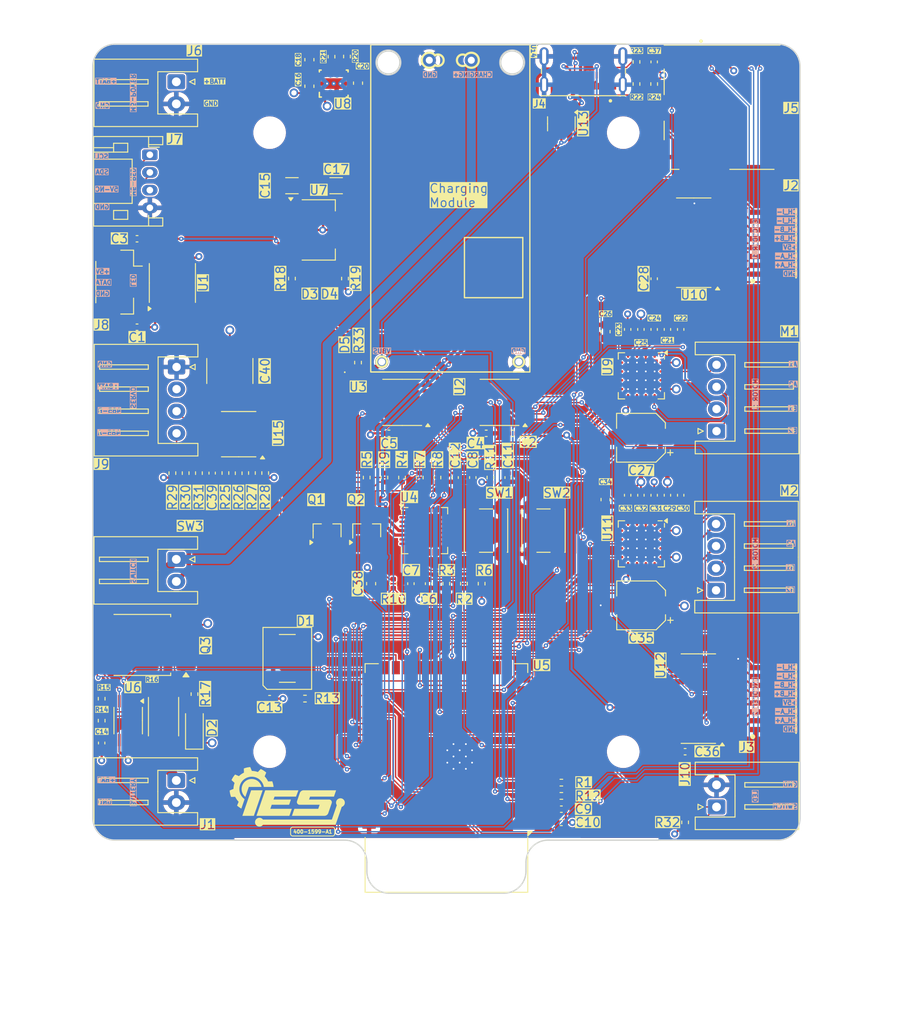
<source format=kicad_pcb>
(kicad_pcb (version 20241229) (generator "pcbnew") (generator_version "9.0")
  (layers (0 "F.Cu" signal) (4 "In1.Cu" signal) (6 "In2.Cu" signal) (2 "B.Cu" signal) (13 "F.Paste" user) (15 "B.Paste" user) (5 "F.SilkS" user "F.Silkscreen") (7 "B.SilkS" user "B.Silkscreen") (1 "F.Mask" user) (3 "B.Mask" user) (25 "Edge.Cuts" user))
  (net 0 "")
  (net 1 "+3V3")
  (net 2 "Net-(D3-A)")
  (net 3 "/MCU/GPIO0")
  (net 4 "/MCU/CHIP_PU")
  (net 5 "GND")
  (net 6 "+5V")
  (net 7 "+BATT")
  (net 8 "Net-(D4-A)")
  (net 9 "/Connectors/USB_UP-")
  (net 10 "VBUS")
  (net 11 "Net-(U9-CPI)")
  (net 12 "Net-(U9-CPO)")
  (net 13 "Net-(U9-VCP)")
  (net 14 "Net-(U9-5VOUT)")
  (net 15 "Net-(D1-DIN)")
  (net 17 "/Connectors/USB_UP+")
  (net 18 "Net-(D2-A)")
  (net 19 "Net-(J1-Pin_1)")
  (net 20 "/MCU/CP2102_RTS")
  (net 21 "Net-(Q2-B)")
  (net 22 "Net-(Q2-C)")
  (net 23 "/MCU/CP2102_DTR")
  (net 24 "/Charging+")
  (net 25 "/SD_Detect")
  (net 26 "/I2C_SDA")
  (net 27 "/I2C_SCL")
  (net 28 "/Motor_UART_1")
  (net 29 "Net-(M1--)")
  (net 30 "/Motor_STEP_1")
  (net 31 "/Motor_DIR_1")
  (net 32 "/Motor_Stall_1")
  (net 33 "Net-(U9-OA1)")
  (net 34 "Net-(U9-OA2)")
  (net 35 "Net-(U9-OB1)")
  (net 36 "/Motor_Enable_1")
  (net 37 "Net-(Q1-B)")
  (net 38 "Net-(Q1-C)")
  (net 39 "Net-(Q3-D)")
  (net 40 "/Connectors/USB-")
  (net 41 "/Connectors/USB+")
  (net 50 "/Motor_STEP_2")
  (net 51 "/Motor_DIR_2")
  (net 52 "/Motor_UART_2")
  (net 53 "Net-(M2--)")
  (net 54 "/Motor_Stall_2")
  (net 55 "/Motor_Enable_2")
  (net 56 "/MOSI")
  (net 57 "/Motor_UART")
  (net 58 "/MCU/CP2102_TXD")
  (net 59 "/MCU/GPIO48")
  (net 60 "/Motor_Sel_1")
  (net 61 "/MCU/CP2102_RXD")
  (net 62 "/MCU/GPIO6{slash}ADC1_5")
  (net 63 "/LED_SWITCH")
  (net 64 "/SCK")
  (net 65 "/MCU/GPIO7{slash}ADC1_6")
  (net 66 "/LED_DATA_3V3")
  (net 67 "/Motor_Sel_2")
  (net 68 "/MISO")
  (net 69 "/SD_CS")
  (net 70 "/MCU/GPIO17{slash}TX")
  (net 71 "/LED_DATA_5V")
  (net 80 "Net-(U4-VBUS)")
  (net 81 "Net-(U8-SS{slash}TR)")
  (net 82 "Net-(U11-CPI)")
  (net 83 "Net-(U11-CPO)")
  (net 84 "Net-(U11-VCP)")
  (net 85 "Net-(U11-5VOUT)")
  (net 86 "/Motor_1/CH_A-")
  (net 87 "/Motor_1/CH_B-")
  (net 88 "/Motor_1/CH_I-")
  (net 89 "/Motor_1/CH_I+")
  (net 90 "/Motor_1/CH_B+")
  (net 91 "/Motor_1/CH_A+")
  (net 92 "/Motor_2/CH_I+")
  (net 93 "/Motor_2/CH_B-")
  (net 94 "/Motor_2/CH_I-")
  (net 95 "/Motor_2/CH_A+")
  (net 96 "/Motor_2/CH_A-")
  (net 97 "/Motor_2/CH_B+")
  (net 100 "Net-(J4-CC1)")
  (net 108 "Net-(J4-CC2)")
  (net 113 "Net-(U11-OA1)")
  (net 114 "Net-(U11-OA2)")
  (net 115 "Net-(U11-OB1)")
  (net 116 "Net-(U4-~{RST})")
  (net 117 "Net-(U4-TXD)")
  (net 118 "Net-(U4-RXD)")
  (net 119 "Net-(U5-3V3)")
  (net 120 "Net-(U6-A1)")
  (net 121 "Net-(U6-A0)")
  (net 122 "Net-(U8-FB)")
  (net 123 "/CH_A_3V3_2")
  (net 124 "/CH_B_5V_1")
  (net 125 "/CH_B_3V3_1")
  (net 126 "/CH_B_3V3_2")
  (net 127 "/CH_A_5V_1")
  (net 128 "/CH_B_5V_2")
  (net 129 "/CH_A_5V_2")
  (net 130 "/CH_A_3V3_1")
  (net 142 "/Connectors/RS485_A")
  (net 146 "/Motor_1/CH_I")
  (net 160 "/Motor_2/CH_I")
  (net 174 "/Connectors/RS485_B")
  (net 175 "/Connectors/RS485_DI")
  (net 176 "/Connectors/RS485_DIR")
  (net 177 "/Connectors/RS485_RO")
  (net 184 "Net-(D5-A)")
  (footprint "Connector_JST:JST_XH_S4B-XH-A_1x04_P2.50mm_Horizontal" (layer "F.Cu") (at 142.555 90.55 90)
    (property "Reference" "M1" (at 11.25 8.195 180) (layer "F.SilkS" knockout))
    (property "Value" "NEMA8")
    (pad "1" thru_hole roundrect (at 0 0 90) (size 1.7 1.95) (drill 0.95) (layers "*.Cu" "*.Mask") (roundrect_rratio 0.147059) (net 35 "Net-(U9-OB1)"))
    (pad "2" thru_hole oval (at 2.5 0 90) (size 1.7 1.95) (drill 0.95) (layers "*.Cu" "*.Mask") (net 29 "Net-(M1--)"))
    (pad "3" thru_hole oval (at 5 0 90) (size 1.7 1.95) (drill 0.95) (layers "*.Cu" "*.Mask") (net 34 "Net-(U9-OA2)"))
    (pad "4" thru_hole oval (at 7.5 0 90) (size 1.7 1.95) (drill 0.95) (layers "*.Cu" "*.Mask") (net 33 "Net-(U9-OA1)"))
  )
  (footprint "Capacitor_SMD:C_0402_1005Metric" (layer "F.Cu") (at 125 133.3)
    (property "Reference" "C9" (at 2.5 0 0) (layer "F.SilkS" knockout))
    (property "Value" "10u")
    (pad "1" smd roundrect (at -0.48 0) (size 0.56 0.62) (layers "F.Cu" "F.Mask" "F.Paste") (net 5 "GND"))
    (pad "2" smd roundrect (at 0.48 0) (size 0.56 0.62) (layers "F.Cu" "F.Mask" "F.Paste") (net 1 "+3V3"))
  )
  (footprint "Capacitor_SMD:C_0402_1005Metric" (layer "F.Cu") (at 134 97.8 -90)
    (property "Reference" "C32" (at 1.5 0 180) (layer "F.SilkS" knockout) (effects (font (size 0.5 0.5))))
    (property "Value" "100nF")
    (pad "1" smd roundrect (at -0.48 0 270) (size 0.56 0.62) (layers "F.Cu" "F.Mask" "F.Paste") (net 7 "+BATT"))
    (pad "2" smd roundrect (at 0.48 0 270) (size 0.56 0.62) (layers "F.Cu" "F.Mask" "F.Paste") (net 5 "GND"))
  )
  (footprint "Capacitor_SMD:C_0402_1005Metric" (layer "F.Cu") (at 138.5 97.8 90)
    (property "Reference" "C29" (at -1.5 -1.25 180) (layer "F.SilkS" knockout) (effects (font (size 0.5 0.5))))
    (property "Value" "22nF")
    (pad "1" smd roundrect (at -0.48 0 90) (size 0.56 0.62) (layers "F.Cu" "F.Mask" "F.Paste") (net 83 "Net-(U11-CPO)"))
    (pad "2" smd roundrect (at 0.48 0 90) (size 0.56 0.62) (layers "F.Cu" "F.Mask" "F.Paste") (net 82 "Net-(U11-CPI)"))
  )
  (footprint "Capacitor_SMD:C_0603_1608Metric" (layer "F.Cu") (at 102.000001 51.202125 90)
    (property "Reference" "C20" (at 1.902125 0.499999 180) (layer "F.SilkS" knockout) (effects (font (size 0.5 0.5))))
    (property "Value" "22uF")
    (pad "1" smd roundrect (at -0.775 0 90) (size 0.9 0.95) (layers "F.Cu" "F.Mask" "F.Paste") (net 6 "+5V"))
    (pad "2" smd roundrect (at 0.775 0 90) (size 0.9 0.95) (layers "F.Cu" "F.Mask" "F.Paste") (net 5 "GND"))
  )
  (footprint "Resistor_SMD:R_0402_1005Metric" (layer "F.Cu") (at 133.5 48.8 -90)
    (property "Reference" "R23" (at -1.25 0 180) (layer "F.SilkS" knockout) (effects (font (size 0.5 0.5))))
    (property "Value" "5.1k")
    (pad "1" smd roundrect (at -0.51 0 270) (size 0.54 0.64) (layers "F.Cu" "F.Mask" "F.Paste") (net 108 "Net-(J4-CC2)"))
    (pad "2" smd roundrect (at 0.51 0 270) (size 0.54 0.64) (layers "F.Cu" "F.Mask" "F.Paste") (net 5 "GND"))
  )
  (footprint "Capacitor_SMD:C_0402_1005Metric" (layer "F.Cu") (at 125 134.8)
    (property "Reference" "C10" (at 3 0 0) (layer "F.SilkS" knockout))
    (property "Value" "100nF")
    (pad "1" smd roundrect (at -0.48 0) (size 0.56 0.62) (layers "F.Cu" "F.Mask" "F.Paste") (net 5 "GND"))
    (pad "2" smd roundrect (at 0.48 0) (size 0.56 0.62) (layers "F.Cu" "F.Mask" "F.Paste") (net 1 "+3V3"))
  )
  (footprint "Connector_JST:JST_XH_S2B-XH-A_1x02_P2.50mm_Horizontal" (layer "F.Cu") (at 142.555 133.05 90)
    (property "Reference" "J10" (at 3.75 -3.555 90) (layer "F.SilkS" knockout))
    (property "Value" "LED-SWITCH")
    (pad "1" thru_hole roundrect (at 0 0 90) (size 1.7 2) (drill 1) (layers "*.Cu" "*.Mask") (roundrect_rratio 0.147059) (net 63 "/LED_SWITCH"))
    (pad "2" thru_hole oval (at 2.5 0 90) (size 1.7 2) (drill 1) (layers "*.Cu" "*.Mask") (net 5 "GND"))
  )
  (footprint "Connector_JST:JST_XH_S2B-XH-A_1x02_P2.50mm_Horizontal" (layer "F.Cu") (at 81.445 105.05 -90)
    (property "Reference" "SW3" (at -3.75 -1.555 180) (layer "F.SilkS" knockout))
    (property "Value" "ON/OFF")
    (pad "1" thru_hole roundrect (at 0 0 270) (size 1.7 2) (drill 1) (layers "*.Cu" "*.Mask") (roundrect_rratio 0.147059) (net 24 "/Charging+"))
    (pad "2" thru_hole oval (at 2.5 0 270) (size 1.7 2) (drill 1) (layers "*.Cu" "*.Mask") (net 39 "Net-(Q3-D)"))
  )
  (footprint "Ingenium:JST_SM08B-SRSS-TB" (layer "F.Cu") (at 151.75 69.3 90)
    (property "Reference" "J2" (at 6.5 -0.75 180) (layer "F.SilkS" knockout) (effects (font (size 1.001173 1.001173))))
    (property "Value" "Encoder")
    (pad "1" smd rect (at -3.5 -4.775 90) (size 0.6 1.55) (layers "F.Cu" "F.Mask" "F.Paste") (net 5 "GND"))
    (pad "2" smd rect (at -2.5 -4.775 90) (size 0.6 1.55) (layers "F.Cu" "F.Mask" "F.Paste") (net 91 "/Motor_1/CH_A+"))
    (pad "3" smd rect (at -1.5 -4.775 90) (size 0.6 1.55) (layers "F.Cu" "F.Mask" "F.Paste") (net 86 "/Motor_1/CH_A-"))
    (pad "4" smd rect (at -0.5 -4.775 90) (size 0.6 1.55) (layers "F.Cu" "F.Mask" "F.Paste") (net 6 "+5V"))
    (pad "5" smd rect (at 0.5 -4.775 90) (size 0.6 1.55) (layers "F.Cu" "F.Mask" "F.Paste") (net 90 "/Motor_1/CH_B+"))
    (pad "6" smd rect (at 1.5 -4.775 90) (size 0.6 1.55) (layers "F.Cu" "F.Mask" "F.Paste") (net 87 "/Motor_1/CH_B-"))
    (pad "7" smd rect (at 2.5 -4.775 90) (size 0.6 1.55) (layers "F.Cu" "F.Mask" "F.Paste") (net 89 "/Motor_1/CH_I+"))
    (pad "8" smd rect (at 3.5 -4.775 90) (size 0.6 1.55) (layers "F.Cu" "F.Mask" "F.Paste") (net 88 "/Motor_1/CH_I-"))
    (pad "P1" smd rect (at -4.8 -0.9 90) (size 1.2 1.8) (layers "F.Cu" "F.Mask" "F.Paste"))
    (pad "P2" smd rect (at 4.8 -0.9 90) (size 1.2 1.8) (layers "F.Cu" "F.Mask" "F.Paste"))
  )
  (footprint "Capacitor_SMD:C_0402_1005Metric" (layer "F.Cu") (at 137 79.05 -90)
    (property "Reference" "C22" (at -1.25 -1.5 180) (layer "F.SilkS" knockout) (effects (font (size 0.5 0.5))))
    (property "Value" "100nF")
    (pad "1" smd roundrect (at -0.48 0 270) (size 0.56 0.62) (layers "F.Cu" "F.Mask" "F.Paste") (net 7 "+BATT"))
    (pad "2" smd roundrect (at 0.48 0 270) (size 0.56 0.62) (layers "F.Cu" "F.Mask" "F.Paste") (net 13 "Net-(U9-VCP)"))
  )
  (footprint "Package_TO_SOT_SMD:SOT-23-6" (layer "F.Cu") (at 125 55.8 -90)
    (property "Reference" "U13" (at 0 -2.5 90) (layer "F.SilkS" knockout))
    (property "Value" "USBLC6-2SC6")
    (pad "1" smd roundrect (at -1.1375 -0.95 270) (size 1.325 0.6) (layers "F.Cu" "F.Mask" "F.Paste") (net 9 "/Connectors/USB_UP-"))
    (pad "2" smd roundrect (at -1.1375 0 270) (size 1.325 0.6) (layers "F.Cu" "F.Mask" "F.Paste") (net 5 "GND"))
    (pad "3" smd roundrect (at -1.1375 0.95 270) (size 1.325 0.6) (layers "F.Cu" "F.Mask" "F.Paste") (net 17 "/Connectors/USB_UP+"))
    (pad "4" smd roundrect (at 1.1375 0.95 270) (size 1.325 0.6) (layers "F.Cu" "F.Mask" "F.Paste") (net 41 "/Connectors/USB+"))
    (pad "5" smd roundrect (at 1.1375 0 270) (size 1.325 0.6) (layers "F.Cu" "F.Mask" "F.Paste") (net 10 "VBUS"))
    (pad "6" smd roundrect (at 1.1375 -0.95 270) (size 1.325 0.6) (layers "F.Cu" "F.Mask" "F.Paste") (net 40 "/Connectors/USB-"))
  )
  (footprint "Resistor_SMD:R_0402_1005Metric" (layer "F.Cu") (at 106.982017 95.8 -90)
    (property "Reference" "R4" (at -2 -0.017983 90) (layer "F.SilkS" knockout))
    (property "Value" "10k")
    (pad "1" smd roundrect (at -0.51 0 270) (size 0.54 0.64) (layers "F.Cu" "F.Mask" "F.Paste") (net 37 "Net-(Q1-B)"))
    (pad "2" smd roundrect (at 0.51 0 270) (size 0.54 0.64) (layers "F.Cu" "F.Mask" "F.Paste") (net 23 "/MCU/CP2102_DTR"))
  )
  (footprint "Connector_JST:JST_XH_S2B-XH-A_1x02_P2.50mm_Horizontal" (layer "F.Cu") (at 81.445 51.05 -90)
    (property "Reference" "J6" (at -3.5 -2.055 180) (layer "F.SilkS" knockout))
    (property "Value" "M5-Power")
    (pad "1" thru_hole roundrect (at 0 0 270) (size 1.7 2) (drill 1) (layers "*.Cu" "*.Mask") (roundrect_rratio 0.147059) (net 7 "+BATT"))
    (pad "2" thru_hole oval (at 2.5 0 270) (size 1.7 2) (drill 1) (layers "*.Cu" "*.Mask") (net 5 "GND"))
  )
  (footprint "Resistor_SMD:R_0402_1005Metric" (layer "F.Cu") (at 111.982017 107.8 90)
    (property "Reference" "R3" (at 1.5 0.017983 180) (layer "F.SilkS" knockout))
    (property "Value" "47.5k")
    (pad "1" smd roundrect (at -0.51 0 90) (size 0.54 0.64) (layers "F.Cu" "F.Mask" "F.Paste") (net 5 "GND"))
    (pad "2" smd roundrect (at 0.51 0 90) (size 0.54 0.64) (layers "F.Cu" "F.Mask" "F.Paste") (net 80 "Net-(U4-VBUS)"))
  )
  (footprint "Resistor_SMD:R_0402_1005Metric" (layer "F.Cu") (at 73 123.29 -90)
    (property "Reference" "R14" (at -1.24 0 0) (layer "F.SilkS" knockout) (effects (font (size 0.5 0.5))))
    (property "Value" "10k")
    (pad "1" smd roundrect (at -0.51 0 270) (size 0.54 0.64) (layers "F.Cu" "F.Mask" "F.Paste") (net 120 "Net-(U6-A1)"))
    (pad "2" smd roundrect (at 0.51 0 270) (size 0.54 0.64) (layers "F.Cu" "F.Mask" "F.Paste") (net 5 "GND"))
  )
  (footprint "Capacitor_SMD:C_0402_1005Metric" (layer "F.Cu") (at 132.5 97.8 -90)
    (property "Reference" "C33" (at 1.5 0.25 180) (layer "F.SilkS" knockout) (effects (font (size 0.5 0.5))))
    (property "Value" "100nF")
    (pad "1" smd roundrect (at -0.48 0 270) (size 0.56 0.62) (layers "F.Cu" "F.Mask" "F.Paste") (net 7 "+BATT"))
    (pad "2" smd roundrect (at 0.48 0 270) (size 0.56 0.62) (layers "F.Cu" "F.Mask" "F.Paste") (net 5 "GND"))
  )
  (footprint "Resistor_SMD:R_0402_1005Metric" (layer "F.Cu") (at 104.982017 95.8 -90)
    (property "Reference" "R9" (at -2 -0.017983 90) (layer "F.SilkS" knockout))
    (property "Value" "0")
    (pad "1" smd roundrect (at -0.51 0 270) (size 0.54 0.64) (layers "F.Cu" "F.Mask" "F.Paste") (net 4 "/MCU/CHIP_PU"))
    (pad "2" smd roundrect (at 0.51 0 270) (size 0.54 0.64) (layers "F.Cu" "F.Mask" "F.Paste") (net 38 "Net-(Q1-C)"))
  )
  (footprint "Capacitor_SMD:C_0402_1005Metric" (layer "F.Cu") (at 138.5 79.05 90)
    (property "Reference" "C21" (at -1.25 -1.5 180) (layer "F.SilkS" knockout) (effects (font (size 0.5 0.5))))
    (property "Value" "22nF")
    (pad "1" smd roundrect (at -0.48 0 90) (size 0.56 0.62) (layers "F.Cu" "F.Mask" "F.Paste") (net 12 "Net-(U9-CPO)"))
    (pad "2" smd roundrect (at 0.48 0 90) (size 0.56 0.62) (layers "F.Cu" "F.Mask" "F.Paste") (net 11 "Net-(U9-CPI)"))
  )
  (footprint "Resistor_SMD:R_0402_1005Metric" (layer "F.Cu") (at 96 120.8)
    (property "Reference" "R13" (at 2.5 0 0) (layer "F.SilkS" knockout))
    (property "Value" "0")
    (pad "1" smd roundrect (at -0.51 0) (size 0.54 0.64) (layers "F.Cu" "F.Mask" "F.Paste") (net 59 "/MCU/GPIO48"))
    (pad "2" smd roundrect (at 0.51 0) (size 0.54 0.64) (layers "F.Cu" "F.Mask" "F.Paste") (net 15 "Net-(D1-DIN)"))
  )
  (footprint "Resistor_SMD:R_0402_1005Metric" (layer "F.Cu") (at 88.5 95.31 -90)
    (property "Reference" "R26" (at 2.74 0 90) (layer "F.SilkS" knockout))
    (property "Value" "10k")
    (pad "1" smd roundrect (at -0.51 0 270) (size 0.54 0.64) (layers "F.Cu" "F.Mask" "F.Paste") (net 176 "/Connectors/RS485_DIR"))
    (pad "2" smd roundrect (at 0.51 0 270) (size 0.54 0.64) (layers "F.Cu" "F.Mask" "F.Paste") (net 1 "+3V3"))
  )
  (footprint "Capacitor_SMD:C_1206_3216Metric" (layer "F.Cu") (at 94.525 62.8 180)
    (property "Reference" "C15" (at 3.025 0 90) (layer "F.SilkS" knockout))
    (property "Value" "22uF")
    (pad "1" smd roundrect (at -1.475 0 180) (size 1.15 1.8) (layers "F.Cu" "F.Mask" "F.Paste") (roundrect_rratio 0.217391) (net 6 "+5V"))
    (pad "2" smd roundrect (at 1.475 0 180) (size 1.15 1.8) (layers "F.Cu" "F.Mask" "F.Paste") (roundrect_rratio 0.217391) (net 5 "GND"))
  )
  (footprint "Capacitor_SMD:C_0402_1005Metric" (layer "F.Cu") (at 114.982017 95.8 90)
    (property "Reference" "C8" (at 2 0.017983 90) (layer "F.SilkS" knockout))
    (property "Value" "1u")
    (pad "1" smd roundrect (at -0.48 0 90) (size 0.56 0.62) (layers "F.Cu" "F.Mask" "F.Paste") (net 5 "GND"))
    (pad "2" smd roundrect (at 0.48 0 90) (size 0.56 0.62) (layers "F.Cu" "F.Mask" "F.Paste") (net 4 "/MCU/CHIP_PU"))
  )
  (footprint "Resistor_SMD:R_0402_1005Metric" (layer "F.Cu") (at 100.75 48.19 -90)
    (property "Reference" "R20" (at -0.031062 -0.963306 90) (layer "F.SilkS" knockout) (effects (font (size 0.5 0.5))))
    (property "Value" "523k")
    (pad "1" smd roundrect (at -0.51 0 270) (size 0.54 0.64) (layers "F.Cu" "F.Mask" "F.Paste") (net 6 "+5V"))
    (pad "2" smd roundrect (at 0.51 0 270) (size 0.54 0.64) (layers "F.Cu" "F.Mask" "F.Paste") (net 122 "Net-(U8-FB)"))
  )
  (footprint "Package_SO:TSSOP-14_4.4x5mm_P0.65mm" (layer "F.Cu") (at 118 87.3 180)
    (property "Reference" "U2" (at 4.5 1.75 90) (layer "F.SilkS" knockout))
    (property "Value" "TXU0104PWR")
    (pad "1" smd roundrect (at -2.8625 -1.95 180) (size 1.475 0.4) (layers "F.Cu" "F.Mask" "F.Paste") (net 6 "+5V"))
    (pad "2" smd roundrect (at -2.8625 -1.3 180) (size 1.475 0.4) (layers "F.Cu" "F.Mask" "F.Paste") (net 127 "/CH_A_5V_1"))
    (pad "3" smd roundrect (at -2.8625 -0.65 180) (size 1.475 0.4) (layers "F.Cu" "F.Mask" "F.Paste") (net 124 "/CH_B_5V_1"))
    (pad "4" smd roundrect (at -2.8625 0 180) (size 1.475 0.4) (layers "F.Cu" "F.Mask" "F.Paste") (net 129 "/CH_A_5V_2"))
    (pad "5" smd roundrect (at -2.8625 0.65 180) (size 1.475 0.4) (layers "F.Cu" "F.Mask" "F.Paste") (net 128 "/CH_B_5V_2"))
    (pad "6" smd roundrect (at -2.8625 1.3 180) (size 1.475 0.4) (layers "F.Cu" "F.Mask" "F.Paste"))
    (pad "7" smd roundrect (at -2.8625 1.95 180) (size 1.475 0.4) (layers "F.Cu" "F.Mask" "F.Paste") (net 5 "GND"))
    (pad "8" smd roundrect (at 2.8625 1.95 180) (size 1.475 0.4) (layers "F.Cu" "F.Mask" "F.Paste") (net 6 "+5V"))
    (pad "9" smd roundrect (at 2.8625 1.3 180) (size 1.475 0.4) (layers "F.Cu" "F.Mask" "F.Paste"))
    (pad "10" smd roundrect (at 2.8625 0.65 180) (size 1.475 0.4) (layers "F.Cu" "F.Mask" "F.Paste") (net 126 "/CH_B_3V3_2"))
    (pad "11" smd roundrect (at 2.8625 0 180) (size 1.475 0.4) (layers "F.Cu" "F.Mask" "F.Paste") (net 123 "/CH_A_3V3_2"))
    (pad "12" smd roundrect (at 2.8625 -0.65 180) (size 1.475 0.4) (layers "F.Cu" "F.Mask" "F.Paste") (net 125 "/CH_B_3V3_1"))
    (pad "13" smd roundrect (at 2.8625 -1.3 180) (size 1.475 0.4) (layers "F.Cu" "F.Mask" "F.Paste") (net 130 "/CH_A_3V3_1"))
    (pad "14" smd roundrect (at 2.8625 -1.95 180) (size 1.475 0.4) (layers "F.Cu" "F.Mask" "F.Paste") (net 1 "+3V3"))
  )
  (footprint "Package_SO:SOIC-8_3.9x4.9mm_P1.27mm" (layer "F.Cu") (at 88.496934 90.895 180)
    (property "Reference" "U15" (at -4.503066 0.095 270) (layer "F.SilkS" knockout))
    (property "Value" "MAX3485")
    (pad "1" smd roundrect (at -2.475 -1.905 180) (size 1.95 0.6) (layers "F.Cu" "F.Mask" "F.Paste") (net 177 "/Connectors/RS485_RO"))
    (pad "2" smd roundrect (at -2.475 -0.635 180) (size 1.95 0.6) (layers "F.Cu" "F.Mask" "F.Paste") (net 176 "/Connectors/RS485_DIR"))
    (pad "3" smd roundrect (at -2.475 0.635 180) (size 1.95 0.6) (layers "F.Cu" "F.Mask" "F.Paste") (net 176 "/Connectors/RS485_DIR"))
    (pad "4" smd roundrect (at -2.475 1.905 180) (size 1.95 0.6) (layers "F.Cu" "F.Mask" "F.Paste") (net 175 "/Connectors/RS485_DI"))
    (pad "5" smd roundrect (at 2.475 1.905 180) (size 1.95 0.6) (layers "F.Cu" "F.Mask" "F.Paste") (net 5 "GND"))
    (pad "6" smd roundrect (at 2.475 0.635 180) (size 1.95 0.6) (layers "F.Cu" "F.Mask" "F.Paste") (net 142 "/Connectors/RS485_A"))
    (pad "7" smd roundrect (at 2.475 -0.635 180) (size 1.95 0.6) (layers "F.Cu" "F.Mask" "F.Paste") (net 174 "/Connectors/RS485_B"))
    (pad "8" smd roundrect (at 2.475 -1.905 180) (size 1.95 0.6) (layers "F.Cu" "F.Mask" "F.Paste") (net 1 "+3V3"))
  )
  (footprint "Ingenium:VQFN-28-1EP_5x5mm_P0.5mm_EP3.7x3.7mm_ThermalVias" (layer "F.Cu") (at 134.05 103.3 -90)
    (property "Reference" "U11" (at -1.75 3.8 90) (layer "F.SilkS" knockout))
    (property "Value" "~")
    (pad "1" smd roundrect (at -2.45 -1.5 270) (size 0.8 0.25) (layers "F.Cu" "F.Mask" "F.Paste") (net 53 "Net-(M2--)"))
    (pad "2" smd roundrect (at -2.45 -1 270) (size 0.8 0.25) (layers "F.Cu" "F.Mask" "F.Paste") (net 55 "/Motor_Enable_2"))
    (pad "3" smd roundrect (at -2.45 -0.5 270) (size 0.8 0.25) (layers "F.Cu" "F.Mask" "F.Paste") (net 5 "GND"))
    (pad "4" smd roundrect (at -2.45 0 270) (size 0.8 0.25) (layers "F.Cu" "F.Mask" "F.Paste") (net 83 "Net-(U11-CPO)"))
    (pad "5" smd roundrect (at -2.45 0.5 270) (size 0.8 0.25) (layers "F.Cu" "F.Mask" "F.Paste") (net 82 "Net-(U11-CPI)"))
    (pad "6" smd roundrect (at -2.45 1 270) (size 0.8 0.25) (layers "F.Cu" "F.Mask" "F.Paste") (net 84 "Net-(U11-VCP)"))
    (pad "7" smd roundrect (at -2.45 1.5 270) (size 0.8 0.25) (layers "F.Cu" "F.Mask" "F.Paste"))
    (pad "8" smd roundrect (at -1.5 2.45 270) (size 0.25 0.8) (layers "F.Cu" "F.Mask" "F.Paste") (net 85 "Net-(U11-5VOUT)"))
    (pad "9" smd roundrect (at -1 2.45 270) (size 0.25 0.8) (layers "F.Cu" "F.Mask" "F.Paste"))
    (pad "10" smd roundrect (at -0.5 2.45 270) (size 0.25 0.8) (layers "F.Cu" "F.Mask" "F.Paste"))
    (pad "11" smd roundrect (at 0 2.45 270) (size 0.25 0.8) (layers "F.Cu" "F.Mask" "F.Paste") (net 54 "/Motor_Stall_2"))
    (pad "12" smd roundrect (at 0.5 2.45 270) (size 0.25 0.8) (layers "F.Cu" "F.Mask" "F.Paste"))
    (pad "13" smd roundrect (at 1 2.45 270) (size 0.25 0.8) (layers "F.Cu" "F.Mask" "F.Paste"))
    (pad "14" smd roundrect (at 1.5 2.45 270) (size 0.25 0.8) (layers "F.Cu" "F.Mask" "F.Paste") (net 52 "/Motor_UART_2"))
    (pad "15" smd roundrect (at 2.45 1.5 270) (size 0.8 0.25) (layers "F.Cu" "F.Mask" "F.Paste") (net 1 "+3V3"))
    (pad "16" smd roundrect (at 2.45 1 270) (size 0.8 0.25) (layers "F.Cu" "F.Mask" "F.Paste") (net 50 "/Motor_STEP_2"))
    (pad "17" smd roundrect (at 2.45 0.5 270) (size 0.8 0.25) (layers "F.Cu" "F.Mask" "F.Paste"))
    (pad "18" smd roundrect (at 2.45 0 270) (size 0.8 0.25) (layers "F.Cu" "F.Mask" "F.Paste") (net 5 "GND"))
    (pad "19" smd roundrect (at 2.45 -0.5 270) (size 0.8 0.25) (layers "F.Cu" "F.Mask" "F.Paste") (net 51 "/Motor_DIR_2"))
    (pad "20" smd roundrect (at 2.45 -1 270) (size 0.8 0.25) (layers "F.Cu" "F.Mask" "F.Paste"))
    (pad "21" smd roundrect (at 2.45 -1.5 270) (size 0.8 0.25) (layers "F.Cu" "F.Mask" "F.Paste") (net 114 "Net-(U11-OA2)"))
    (pad "22" smd roundrect (at 1.5 -2.45 270) (size 0.25 0.8) (layers "F.Cu" "F.Mask" "F.Paste") (net 7 "+BATT"))
    (pad "23" smd roundrect (at 1 -2.45 270) (size 0.25 0.8) (layers "F.Cu" "F.Mask" "F.Paste") (net 5 "GND"))
    (pad "24" smd roundrect (at 0.5 -2.45 270) (size 0.25 0.8) (layers "F.Cu" "F.Mask" "F.Paste") (net 113 "Net-(U11-OA1)"))
    (pad "25" smd roundrect (at 0 -2.45 270) (size 0.25 0.8) (layers "F.Cu" "F.Mask" "F.Paste"))
    (pad "26" smd roundrect (at -0.5 -2.45 270) (size 0.25 0.8) (layers "F.Cu" "F.Mask" "F.Paste") (net 115 "Net-(U11-OB1)"))
    (pad "27" smd roundrect (at -1 -2.45 270) (size 0.25 0.8) (layers "F.Cu" "F.Mask" "F.Paste") (net 5 "GND"))
    (pad "28" smd roundrect (at -1.5 -2.45 270) (size 0.25 0.8) (layers "F.Cu" "F.Mask" "F.Paste") (net 7 "+BATT"))
    (pad "29" thru_hole circle (at -1.5 -1.5 270) (size 0.5 0.5) (drill 0.2) (property pad_prop_heatsink) (layers "*.Cu") (net 5 "GND"))
    (pad "29" thru_hole circle (at -1.5 -0.5 270) (size 0.5 0.5) (drill 0.2) (property pad_prop_heatsink) (layers "*.Cu") (net 5 "GND"))
    (pad "29" thru_hole circle (at -1.5 0.5 270) (size 0.5 0.5) (drill 0.2) (property pad_prop_heatsink) (layers "*.Cu") (net 5 "GND"))
    (pad "29" thru_hole circle (at -1.5 1.5 270) (size 0.5 0.5) (drill 0.2) (property pad_prop_heatsink) (layers "*.Cu") (net 5 "GND"))
    (pad "29" thru_hole circle (at -0.5 -1.5 270) (size 0.5 0.5) (drill 0.2) (property pad_prop_heatsink) (layers "*.Cu") (net 5 "GND"))
    (pad "29" thru_hole circle (at -0.5 -0.5 270) (size 0.5 0.5) (drill 0.2) (property pad_prop_heatsink) (layers "*.Cu") (net 5 "GND"))
    (pad "29" thru_hole circle (at -0.5 0.5 270) (size 0.5 0.5) (drill 0.2) (property pad_prop_heatsink) (layers "*.Cu") (net 5 "GND"))
    (pad "29" thru_hole circle (at -0.5 1.5 270) (size 0.5 0.5) (drill 0.2) (property pad_prop_heatsink) (layers "*.Cu") (net 5 "GND"))
    (pad "29" smd rect (at 0 0 270) (size 3.5 3.5) (property pad_prop_heatsink) (layers "B.Cu") (net 5 "GND"))
    (pad "29" smd rect (at 0 0 270) (size 3.7 3.7) (property pad_prop_heatsink) (layers "F.Cu" "F.Mask") (net 5 "GND"))
    (pad "29" thru_hole circle (at 0.5 -1.5 270) (size 0.5 0.5) (drill 0.2) (property pad_prop_heatsink) (layers "*.Cu") (net 5 "GND"))
    (pad "29" thru_hole circle (at 0.5 -0.5 270) (size 0.5 0.5) (drill 0.2) (property pad_prop_heatsink) (layers "*.Cu") (net 5 "GND"))
    (pad "29" thru_hole circle (at 0.5 0.5 270) (size 0.5 0.5) (drill 0.2) (property pad_prop_heatsink) (layers "*.Cu") (net 5 "GND"))
    (pad "29" thru_hole circle (at 0.5 1.5 270) (size 0.5 0.5) (drill 0.2) (property pad_prop_heatsink) (layers "*.Cu") (net 5 "GND"))
    (pad "29" thru_hole circle (at 1.5 -1.5 270) (size 0.5 0.5) (drill 0.2) (property pad_prop_heatsink) (layers "*.Cu") (net 5 "GND"))
    (pad "29" thru_hole circle (at 1.5 -0.5 270) (size 0.5 0.5) (drill 0.2) (property pad_prop_heatsink) (layers "*.Cu") (net 5 "GND"))
    (pad "29" thru_hole circle (at 1.5 0.5 270) (size 0.5 0.5) (drill 0.2) (property pad_prop_heatsink) (layers "*.Cu") (net 5 "GND"))
    (pad "29" thru_hole circle (at 1.5 1.5 270) (size 0.5 0.5) (drill 0.2) (property pad_prop_heatsink) (layers "*.Cu") (net 5 "GND"))
  )
  (footprint "Resistor_SMD:R_0402_1005Metric" (layer "F.Cu") (at 81 95.3 -90)
    (property "Reference" "R29" (at 2.75 0 90) (layer "F.SilkS" knockout))
    (property "Value" "20k")
    (pad "1" smd roundrect (at -0.51 0 270) (size 0.54 0.64) (layers "F.Cu" "F.Mask" "F.Paste") (net 142 "/Connectors/RS485_A"))
    (pad "2" smd roundrect (at 0.51 0 270) (size 0.54 0.64) (layers "F.Cu" "F.Mask" "F.Paste") (net 1 "+3V3"))
  )
  (footprint "Capacitor_SMD:C_1206_3216Metric" (layer "F.Cu") (at 99.525 62.8)
    (property "Reference" "C17" (at 0 -1.85 0) (layer "F.SilkS" knockout))
    (property "Value" "22uF")
    (pad "1" smd roundrect (at -1.475 0) (size 1.15 1.8) (layers "F.Cu" "F.Mask" "F.Paste") (roundrect_rratio 0.217391) (net 1 "+3V3"))
    (pad "2" smd roundrect (at 1.475 0) (size 1.15 1.8) (layers "F.Cu" "F.Mask" "F.Paste") (roundrect_rratio 0.217391) (net 5 "GND"))
  )
  (footprint "MountingHole:MountingHole_3.2mm_M3" (layer "F.Cu") (at 92 56.8)
    (property "Reference" "H1" (hide yes))
    (property "Value" "MountingHole")
    (pad "" np_thru_hole circle (at 0 0) (size 3.2 3.2) (drill 3.2) (layers "*.Cu" "*.Mask"))
  )
  (footprint "Resistor_SMD:R_0402_1005Metric" (layer "F.Cu") (at 102 82.8 -90)
    (property "Reference" "R33" (at -2.5 -0.092028 90) (layer "F.SilkS" knockout))
    (property "Value" "2k")
    (pad "1" smd roundrect (at -0.51 0 270) (size 0.54 0.64) (layers "F.Cu" "F.Mask" "F.Paste") (net 184 "Net-(D5-A)"))
    (pad "2" smd roundrect (at 0.51 0 270) (size 0.54 0.64) (layers "F.Cu" "F.Mask" "F.Paste") (net 10 "VBUS"))
  )
  (footprint "Ingenium:MOLEX_503398-1892" (layer "F.Cu") (at 143.18 53.925)
    (property "Reference" "J5" (at 7.82 0.125 0) (layer "F.SilkS" knockout) (effects (font (size 1.000685 1.000685))))
    (property "Value" "503398-1892")
    (pad "1" smd rect (at -2.38 -5.625) (size 0.7 1.1) (layers "F.Cu" "F.Mask" "F.Paste"))
    (pad "2" smd rect (at -1.28 -5.625) (size 0.7 1.1) (layers "F.Cu" "F.Mask" "F.Paste") (net 69 "/SD_CS"))
    (pad "3" smd rect (at -0.18 -5.625) (size 0.7 1.1) (layers "F.Cu" "F.Mask" "F.Paste") (net 56 "/MOSI"))
    (pad "4" smd rect (at 0.92 -5.625) (size 0.7 1.1) (layers "F.Cu" "F.Mask" "F.Paste") (net 1 "+3V3"))
    (pad "5" smd rect (at 2.02 -5.625) (size 0.7 1.1) (layers "F.Cu" "F.Mask" "F.Paste") (net 64 "/SCK"))
    (pad "6" smd rect (at 3.12 -5.625) (size 0.7 1.1) (layers "F.Cu" "F.Mask" "F.Paste") (net 5 "GND"))
    (pad "7" smd rect (at 4.22 -5.625) (size 0.7 1.1) (layers "F.Cu" "F.Mask" "F.Paste") (net 68 "/MISO"))
    (pad "8" smd rect (at 5.32 -5.625) (size 0.7 1.1) (layers "F.Cu" "F.Mask" "F.Paste"))
    (pad "9" smd rect (at -4.17 6.84) (size 0.9 0.93) (layers "F.Cu" "F.Mask" "F.Paste") (net 5 "GND"))
    (pad "10" smd rect (at 0.095 6.915) (size 1.05 0.78) (layers "F.Cu" "F.Mask" "F.Paste") (net 25 "/SD_Detect"))
    (pad "P1" smd rect (at -6.26 -5.61) (size 1.14 1.83) (layers "F.Cu" "F.Mask" "F.Paste") (net 5 "GND"))
    (pad "P2" smd rect (at 6.4 -5.125) (size 0.86 2.8) (layers "F.Cu" "F.Mask" "F.Paste") (net 5 "GND"))
    (pad "P3" smd rect (at -6.48 5.64) (size 0.7 3.33) (layers "F.Cu" "F.Mask" "F.Paste") (net 5 "GND"))
    (pad "P4" smd rect (at 6.48 5.64) (size 0.7 3.33) (layers "F.Cu" "F.Mask" "F.Paste") (net 5 "GND"))
    (zone (net 0) (net_name "") (layer "F.Cu") (connect_pads (clearance 0)) (min_thickness 0.01)
      (keepout (tracks not_allowed) (vias not_allowed) (pads not_allowed) (copperpour not_allowed) (footprints allowed))
      (fill (thermal_gap 0.508) (thermal_bridge_width 0.508))
      (polygon (pts (xy 136.34366 52.8) (xy 137.05 52.8) (xy 137.05 55.20118) (xy 136.34366 55.20118)))
    )
    (zone (net 0) (net_name "") (layer "F.Cu") (connect_pads (clearance 0)) (min_thickness 0.01)
      (keepout (tracks not_allowed) (vias not_allowed) (pads not_allowed) (copperpour not_allowed) (footprints allowed))
      (fill (thermal_gap 0.508) (thermal_bridge_width 0.508))
      (polygon (pts (xy 137.93474 58.5) (xy 138.495 58.5) (xy 138.495 60.66318) (xy 137.93474 60.66318)))
    )
    (zone (net 0) (net_name "") (layer "F.Cu") (connect_pads (clearance 0)) (min_thickness 0.01)
      (keepout (tracks not_allowed) (vias not_allowed) (pads not_allowed) (copperpour not_allowed) (footprints allowed))
      (fill (thermal_gap 0.508) (thermal_bridge_width 0.508))
      (polygon (pts (xy 139.95749 60.3) (xy 140.51 60.3) (xy 140.51 60.8554) (xy 139.95749 60.8554)))
    )
    (zone (net 0) (net_name "") (layer "F.Cu") (connect_pads (clearance 0)) (min_thickness 0.0001)
      (keepout (tracks not_allowed) (vias not_allowed) (pads not_allowed) (copperpour not_allowed) (footprints allowed))
      (fill (thermal_gap 0.508) (thermal_bridge_width 0.508))
      (polygon (pts (xy 140.01 50.2) (xy 140.01 55.2) (xy 139.36 55.2) (xy 139.36 57.8) (xy 143.75 57.8) (xy 143.75 59.05) (xy 141.45 59.05) (xy 141.45 61.23) (xy 142.75 61.23) (xy 142.75 60.45) (xy 149.31 60.45) (xy 149.31 57.9) (xy 150.01 57.9) (xy 150.01 50.2)))
    )
  )
  (footprint "Resistor_SMD:R_0402_1005Metric" (layer "F.Cu") (at 84 95.3 90)
    (property "Reference" "R31" (at -2.75 0 90) (layer "F.SilkS" knockout))
    (property "Value" "120")
    (pad "1" smd roundrect (at -0.51 0 90) (size 0.54 0.64) (layers "F.Cu" "F.Mask" "F.Paste") (net 174 "/Connectors/RS485_B"))
    (pad "2" smd roundrect (at 0.51 0 90) (size 0.54 0.64) (layers "F.Cu" "F.Mask" "F.Paste") (net 142 "/Connectors/RS485_A"))
  )
  (footprint "Capacitor_SMD:C_0603_1608Metric" (layer "F.Cu") (at 130 79.305276 90)
    (property "Reference" "C26" (at 2.005276 0 180) (layer "F.SilkS" knockout) (effects (font (size 0.5 0.5))))
    (property "Value" "4.7uF")
    (pad "1" smd roundrect (at -0.775 0 90) (size 0.9 0.95) (layers "F.Cu" "F.Mask" "F.Paste") (net 14 "Net-(U9-5VOUT)"))
    (pad "2" smd roundrect (at 0.775 0 90) (size 0.9 0.95) (layers "F.Cu" "F.Mask" "F.Paste") (net 5 "GND"))
  )
  (footprint "Capacitor_SMD:C_0402_1005Metric" (layer "F.Cu") (at 116.5 90.8)
    (property "Reference" "C4" (at -1.25 1.16 0) (layer "F.SilkS" knockout))
    (property "Value" "100nF")
    (pad "1" smd roundrect (at -0.48 0) (size 0.56 0.62) (layers "F.Cu" "F.Mask" "F.Paste") (net 1 "+3V3"))
    (pad "2" smd roundrect (at 0.48 0) (size 0.56 0.62) (layers "F.Cu" "F.Mask" "F.Paste") (net 5 "GND"))
  )
  (footprint "Resistor_SMD:R_0402_1005Metric" (layer "F.Cu") (at 108.982017 95.8 90)
    (property "Reference" "R7" (at 2 0.017983 90) (layer "F.SilkS" knockout))
    (property "Value" "0")
    (pad "1" smd roundrect (at -0.51 0 90) (size 0.54 0.64) (layers "F.Cu" "F.Mask" "F.Paste") (net 117 "Net-(U4-TXD)"))
    (pad "2" smd roundrect (at 0.51 0 90) (size 0.54 0.64) (layers "F.Cu" "F.Mask" "F.Paste") (net 58 "/MCU/CP2102_TXD"))
  )
  (footprint "Resistor_SMD:R_0402_1005Metric" (layer "F.Cu") (at 102.982017 95.8 90)
    (property "Reference" "R5" (at 2 0.017983 90) (layer "F.SilkS" knockout))
    (property "Value" "10k")
    (pad "1" smd roundrect (at -0.51 0 90) (size 0.54 0.64) (layers "F.Cu" "F.Mask" "F.Paste") (net 21 "Net-(Q2-B)"))
    (pad "2" smd roundrect (at 0.51 0 90) (size 0.54 0.64) (layers "F.Cu" "F.Mask" "F.Paste") (net 20 "/MCU/CP2102_RTS"))
  )
  (footprint "Ingenium:Type C BMS 3S 2A" (layer "F.Cu") (at 121.4375 46.8625 -90)
    (property "Reference" "U14" (at 0.6875 -0.4 270) (layer "F.SilkS" knockout) (effects (font (size 0.508 0.508) (thickness 0.127))))
    (property "Value" "3S Charger")
    (fp_circle (center 2 16) (end 3.35 16) (stroke (width 0.25)) (fill no) (layer "Edge.Cuts"))
    (fp_circle (center 2 2) (end 3.35 2) (stroke (width 0.25)) (fill no) (layer "Edge.Cuts"))
    (pad "1" thru_hole circle (at 35.85 1.25 270) (size 1.5 1.5) (drill 0.8) (layers "*.Cu" "*.Mask") (net 5 "GND"))
    (pad "2" thru_hole circle (at 35.85 16.75 270) (size 1.5 1.5) (drill 0.8) (layers "*.Cu" "*.Mask") (net 10 "VBUS"))
    (pad "3" thru_hole circle (at 1.75 6.625 270) (size 1.5 1.5) (drill 0.8) (layers "*.Cu" "*.Mask") (net 24 "/Charging+"))
    (pad "4" thru_hole circle (at 1.75 11.375 270) (size 1.5 1.5) (drill 0.8) (layers "*.Cu" "*.Mask") (net 5 "GND"))
  )
  (footprint "LED_SMD:LED_0402_1005Metric" (layer "F.Cu") (at 96.525 73.3 90)
    (property "Reference" "D3" (at -1.75 0 180) (layer "F.SilkS" knockout))
    (property "Value" "1.8V")
    (pad "1" smd roundrect (at -0.485 0 90) (size 0.59 0.64) (layers "F.Cu" "F.Mask" "F.Paste") (net 5 "GND"))
    (pad "2" smd roundrect (at 0.485 0 90) (size 0.59 0.64) (layers "F.Cu" "F.Mask" "F.Paste") (net 2 "Net-(D3-A)"))
  )
  (footprint "Capacitor_SMD:C_0402_1005Metric" (layer "F.Cu") (at 77 68.8 180)
    (property "Reference" "C3" (at 2 0 0) (layer "F.SilkS" knockout))
    (property "Value" "100nF")
    (pad "1" smd roundrect (at -0.48 0 180) (size 0.56 0.62) (layers "F.Cu" "F.Mask" "F.Paste") (net 6 "+5V"))
    (pad "2" smd roundrect (at 0.48 0 180) (size 0.56 0.62) (layers "F.Cu" "F.Mask" "F.Paste") (net 5 "GND"))
  )
  (footprint "Package_SO:TSSOP-14_4.4x5mm_P0.65mm" (layer "F.Cu") (at 107 87.3 180)
    (property "Reference" "U3" (at 5 1.75 0) (layer "F.SilkS" knockout))
    (property "Value" "SN74HC4066PWR")
    (pad "1" smd roundrect (at -2.8625 -1.95 180) (size 1.475 0.4) (layers "F.Cu" "F.Mask" "F.Paste") (net 28 "/Motor_UART_1"))
    (pad "2" smd roundrect (at -2.8625 -1.3 180) (size 1.475 0.4) (layers "F.Cu" "F.Mask" "F.Paste") (net 57 "/Motor_UART"))
    (pad "3" smd roundrect (at -2.8625 -0.65 180) (size 1.475 0.4) (layers "F.Cu" "F.Mask" "F.Paste") (net 57 "/Motor_UART"))
    (pad "4" smd roundrect (at -2.8625 0 180) (size 1.475 0.4) (layers "F.Cu" "F.Mask" "F.Paste") (net 52 "/Motor_UART_2"))
    (pad "5" smd roundrect (at -2.8625 0.65 180) (size 1.475 0.4) (layers "F.Cu" "F.Mask" "F.Paste") (net 67 "/Motor_Sel_2"))
    (pad "6" smd roundrect (at -2.8625 1.3 180) (size 1.475 0.4) (layers "F.Cu" "F.Mask" "F.Paste"))
    (pad "7" smd roundrect (at -2.8625 1.95 180) (size 1.475 0.4) (layers "F.Cu" "F.Mask" "F.Paste") (net 5 "GND"))
    (pad "8" smd roundrect (at 2.8625 1.95 180) (size 1.475 0.4) (layers "F.Cu" "F.Mask" "F.Paste"))
    (pad "9" smd roundrect (at 2.8625 1.3 180) (size 1.475 0.4) (layers "F.Cu" "F.Mask" "F.Paste"))
    (pad "10" smd roundrect (at 2.8625 0.65 180) (size 1.475 0.4) (layers "F.Cu" "F.Mask" "F.Paste"))
    (pad "11" smd roundrect (at 2.8625 0 180) (size 1.475 0.4) (layers "F.Cu" "F.Mask" "F.Paste"))
    (pad "12" smd roundrect (at 2.8625 -0.65 180) (size 1.475 0.4) (layers "F.Cu" "F.Mask" "F.Paste"))
    (pad "13" smd roundrect (at 2.8625 -1.3 180) (size 1.475 0.4) (layers "F.Cu" "F.Mask" "F.Paste") (net 60 "/Motor_Sel_1"))
    (pad "14" smd roundrect (at 2.8625 -1.95 180) (size 1.475 0.4) (layers "F.Cu" "F.Mask" "F.Paste") (net 1 "+3V3"))
  )
  (footprint "RF_Module:ESP32-S3-WROOM-1" (layer "F.Cu") (at 112 129.8 180)
    (property "Reference" "U5" (at -10.75 12.75 0) (layer "F.SilkS" knockout))
    (property "Value" "ESP32-S3-WROOM-1-N16")
    (pad "1" smd rect (at -8.75 -5.26 180) (size 1.5 0.9) (layers "F.Cu" "F.Mask" "F.Paste") (net 5 "GND"))
    (pad "2" smd rect (at -8.75 -3.99 180) (size 1.5 0.9) (layers "F.Cu" "F.Mask" "F.Paste") (net 119 "Net-(U5-3V3)"))
    (pad "3" smd rect (at -8.75 -2.72 180) (size 1.5 0.9) (layers "F.Cu" "F.Mask" "F.Paste") (net 4 "/MCU/CHIP_PU"))
    (pad "4" smd rect (at -8.75 -1.45 180) (size 1.5 0.9) (layers "F.Cu" "F.Mask" "F.Paste") (net 123 "/CH_A_3V3_2"))
    (pad "5" smd rect (at -8.75 -0.18 180) (size 1.5 0.9) (layers "F.Cu" "F.Mask" "F.Paste") (net 126 "/CH_B_3V3_2"))
    (pad "6" smd rect (at -8.75 1.09 180) (size 1.5 0.9) (layers "F.Cu" "F.Mask" "F.Paste") (net 62 "/MCU/GPIO6{slash}ADC1_5"))
    (pad "7" smd rect (at -8.75 2.36 180) (size 1.5 0.9) (layers "F.Cu" "F.Mask" "F.Paste") (net 65 "/MCU/GPIO7{slash}ADC1_6"))
    (pad "8" smd rect (at -8.75 3.63 180) (size 1.5 0.9) (layers "F.Cu" "F.Mask" "F.Paste") (net 67 "/Motor_Sel_2"))
    (pad "9" smd rect (at -8.75 4.9 180) (size 1.5 0.9) (layers "F.Cu" "F.Mask" "F.Paste") (net 60 "/Motor_Sel_1"))
    (pad "10" smd rect (at -8.75 6.17 180) (size 1.5 0.9) (layers "F.Cu" "F.Mask" "F.Paste") (net 70 "/MCU/GPIO17{slash}TX"))
    (pad "11" smd rect (at -8.75 7.44 180) (size 1.5 0.9) (layers "F.Cu" "F.Mask" "F.Paste") (net 57 "/Motor_UART"))
    (pad "12" smd rect (at -8.75 8.71 180) (size 1.5 0.9) (layers "F.Cu" "F.Mask" "F.Paste") (net 26 "/I2C_SDA"))
    (pad "13" smd rect (at -8.75 9.98 180) (size 1.5 0.9) (layers "F.Cu" "F.Mask" "F.Paste"))
    (pad "14" smd rect (at -8.75 11.25) (size 1.5 0.9) (layers "F.Cu" "F.Mask" "F.Paste"))
    (pad "15" smd rect (at -6.985 12.5 90) (size 1.5 0.9) (layers "F.Cu" "F.Mask" "F.Paste"))
    (pad "16" smd rect (at -5.715 12.5 90) (size 1.5 0.9) (layers "F.Cu" "F.Mask" "F.Paste"))
    (pad "17" smd rect (at -4.445 12.5 90) (size 1.5 0.9) (layers "F.Cu" "F.Mask" "F.Paste") (net 27 "/I2C_SCL"))
    (pad "18" smd rect (at -3.175 12.5 90) (size 1.5 0.9) (layers "F.Cu" "F.Mask" "F.Paste") (net 25 "/SD_Detect"))
    (pad "19" smd rect (at -1.905 12.5 90) (size 1.5 0.9) (layers "F.Cu" "F.Mask" "F.Paste") (net 30 "/Motor_STEP_1"))
    (pad "20" smd rect (at -0.635 12.5 90) (size 1.5 0.9) (layers "F.Cu" "F.Mask" "F.Paste") (net 31 "/Motor_DIR_1"))
    (pad "21" smd rect (at 0.635 12.5 90) (size 1.5 0.9) (layers "F.Cu" "F.Mask" "F.Paste") (net 36 "/Motor_Enable_1"))
    (pad "22" smd rect (at 1.905 12.5 90) (size 1.5 0.9) (layers "F.Cu" "F.Mask" "F.Paste") (net 32 "/Motor_Stall_1"))
    (pad "23" smd rect (at 3.175 12.5 90) (size 1.5 0.9) (layers "F.Cu" "F.Mask" "F.Paste") (net 63 "/LED_SWITCH"))
    (pad "24" smd rect (at 4.445 12.5 90) (size 1.5 0.9) (layers "F.Cu" "F.Mask" "F.Paste") (net 66 "/LED_DATA_3V3"))
    (pad "25" smd rect (at 5.715 12.5 90) (size 1.5 0.9) (layers "F.Cu" "F.Mask" "F.Paste") (net 59 "/MCU/GPIO48"))
    (pad "26" smd rect (at 6.985 12.5 90) (size 1.5 0.9) (layers "F.Cu" "F.Mask" "F.Paste"))
    (pad "27" smd rect (at 8.75 11.25 180) (size 1.5 0.9) (layers "F.Cu" "F.Mask" "F.Paste") (net 3 "/MCU/GPIO0"))
    (pad "28" smd rect (at 8.75 9.98 180) (size 1.5 0.9) (layers "F.Cu" "F.Mask" "F.Paste") (net 56 "/MOSI"))
    (pad "29" smd rect (at 8.75 8.71 180) (size 1.5 0.9) (layers "F.Cu" "F.Mask" "F.Paste") (net 64 "/SCK"))
    (pad "30" smd rect (at 8.75 7.44 180) (size 1.5 0.9) (layers "F.Cu" "F.Mask" "F.Paste") (net 68 "/MISO"))
    (pad "31" smd rect (at 8.75 6.17 180) (size 1.5 0.9) (layers "F.Cu" "F.Mask" "F.Paste") (net 50 "/Motor_STEP_2"))
    (pad "32" smd rect (at 8.75 4.9 180) (size 1.5 0.9) (layers "F.Cu" "F.Mask" "F.Paste") (net 69 "/SD_CS"))
    (pad "33" smd rect (at 8.75 3.63 180) (size 1.5 0.9) (layers "F.Cu" "F.Mask" "F.Paste") (net 51 "/Motor_DIR_2"))
    (pad "34" smd rect (at 8.75 2.36 180) (size 1.5 0.9) (layers "F.Cu" "F.Mask" "F.Paste") (net 55 "/Motor_Enable_2"))
    (pad "35" smd rect (at 8.75 1.09 180) (size 1.5 0.9) (layers "F.Cu" "F.Mask" "F.Paste") (net 54 "/Motor_Stall_2"))
    (pad "36" smd rect (at 8.75 -0.18 180) (size 1.5 0.9) (layers "F.Cu" "F.Mask" "F.Paste") (net 58 "/MCU/CP2102_TXD"))
    (pad "37" smd rect (at 8.75 -1.45 180) (size 1.5 0.9) (layers "F.Cu" "F.Mask" "F.Paste") (net 61 "/MCU/CP2102_RXD"))
    (pad "38" smd rect (at 8.75 -2.72 180) (size 1.5 0.9) (layers "F.Cu" "F.Mask" "F.Paste") (net 125 "/CH_B_3V3_1"))
    (pad "39" smd rect (at 8.75 -3.99 180) (size 1.5 0.9) (layers "F.Cu" "F.Mask" "F.Paste") (net 130 "/CH_A_3V3_1"))
    (pad "40" smd rect (at 8.75 -5.26 180) (size 1.5 0.9) (layers "F.Cu" "F.Mask" "F.Paste") (net 5 "GND"))
    (pad "41" thru_hole circle (at -2.9 1.76 270) (size 0.6 0.6) (drill 0.2) (property pad_prop_heatsink) (layers "*.Cu" "F.Mask") (net 5 "GND"))
    (pad "41" thru_hole circle (at -2.9 3.16 180) (size 0.6 0.6) (drill 0.2) (property pad_prop_heatsink) (layers "*.Cu" "F.Mask") (net 5 "GND"))
    (pad "41" thru_hole circle (at -2.2 1.06 180) (size 0.6 0.6) (drill 0.2) (property pad_prop_heatsink) (layers "*.Cu" "F.Mask") (net 5 "GND"))
    (pad "41" thru_hole circle (at -2.2 2.46 180) (size 0.6 0.6) (drill 0.2) (property pad_prop_heatsink) (layers "*.Cu" "F.Mask") (net 5 "GND"))
    (pad "41" thru_hole circle (at -2.2 3.86 180) (size 0.6 0.6) (drill 0.2) (property pad_prop_heatsink) (layers "*.Cu" "F.Mask") (net 5 "GND"))
    (pad "41" thru_hole circle (at -1.5 1.76 180) (size 0.6 0.6) (drill 0.2) (property pad_prop_heatsink) (layers "*.Cu" "F.Mask") (net 5 "GND"))
    (pad "41" smd rect (at -1.5 2.46 90) (size 3.9 3.9) (property pad_prop_heatsink) (layers "F.Cu" "F.Mask") (net 5 "GND"))
    (pad "41" thru_hole circle (at -1.5 3.16 180) (size 0.6 0.6) (drill 0.2) (property pad_prop_heatsink) (layers "*.Cu" "F.Mask") (net 5 "GND"))
    (pad "41" thru_hole circle (at -0.8 1.06 180) (size 0.6 0.6) (drill 0.2) (property pad_prop_heatsink) (layers "*.Cu" "F.Mask") (net 5 "GND"))
    (pad "41" thru_hole circle (at -0.8 2.46 180) (size 0.6 0.6) (drill 0.2) (property pad_prop_heatsink) (layers "*.Cu" "F.Mask") (net 5 "GND"))
    (pad "41" thru_hole circle (at -0.8 3.86 180) (size 0.6 0.6) (drill 0.2) (property pad_prop_heatsink) (layers "*.Cu" "F.Mask") (net 5 "GND"))
    (pad "41" thru_hole circle (at -0.1 1.76 180) (size 0.6 0.6) (drill 0.2) (property pad_prop_heatsink) (layers "*.Cu" "F.Mask") (net 5 "GND"))
    (pad "41" thru_hole circle (at -0.1 3.16 180) (size 0.6 0.6) (drill 0.2) (property pad_prop_heatsink) (layers "*.Cu" "F.Mask") (net 5 "GND"))
    (zone (net 0) (net_name "") (layers "F.Cu" "B.Cu") (connect_pads (clearance 0)) (min_thickness 0.254)
      (keepout (tracks not_allowed) (vias not_allowed) (pads not_allowed) (copperpour not_allowed) (footprints not_allowed))
      (fill (thermal_gap 0.508) (thermal_bridge_width 0.508))
      (polygon (pts (xy 136 136.55) (xy 88 136.55) (xy 88 157.55) (xy 136 157.55)))
    )
  )
  (footprint "Package_SO:SOIC-16_3.9x9.9mm_P1.27mm" (layer "F.Cu") (at 140.5 120.8 180)
    (property "Reference" "U12" (at 4.25 3.75 90) (layer "F.SilkS" knockout))
    (property "Value" "AM26C32IDR")
    (pad "1" smd roundrect (at -2.475 -4.445 180) (size 1.95 0.6) (layers "F.Cu" "F.Mask" "F.Paste") (net 96 "/Motor_2/CH_A-"))
    (pad "2" smd roundrect (at -2.475 -3.175 180) (size 1.95 0.6) (layers "F.Cu" "F.Mask" "F.Paste") (net 95 "/Motor_2/CH_A+"))
    (pad "3" smd roundrect (at -2.475 -1.905 180) (size 1.95 0.6) (layers "F.Cu" "F.Mask" "F.Paste") (net 129 "/CH_A_5V_2"))
    (pad "4" smd roundrect (at -2.475 -0.635 180) (size 1.95 0.6) (layers "F.Cu" "F.Mask" "F.Paste") (net 6 "+5V"))
    (pad "5" smd roundrect (at -2.475 0.635 180) (size 1.95 0.6) (layers "F.Cu" "F.Mask" "F.Paste") (net 128 "/CH_B_5V_2"))
    (pad "6" smd roundrect (at -2.475 1.905 180) (size 1.95 0.6) (layers "F.Cu" "F.Mask" "F.Paste") (net 97 "/Motor_2/CH_B+"))
    (pad "7" smd roundrect (at -2.475 3.175 180) (size 1.95 0.6) (layers "F.Cu" "F.Mask" "F.Paste") (net 93 "/Motor_2/CH_B-"))
    (pad "8" smd roundrect (at -2.475 4.445 180) (size 1.95 0.6) (layers "F.Cu" "F.Mask" "F.Paste") (net 5 "GND"))
    (pad "9" smd roundrect (at 2.475 4.445 180) (size 1.95 0.6) (layers "F.Cu" "F.Mask" "F.Paste") (net 94 "/Motor_2/CH_I-"))
    (pad "10" smd roundrect (at 2.475 3.175 180) (size 1.95 0.6) (layers "F.Cu" "F.Mask" "F.Paste") (net 92 "/Motor_2/CH_I+"))
    (pad "11" smd roundrect (at 2.475 1.905 180) (size 1.95 0.6) (layers "F.Cu" "F.Mask" "F.Paste") (net 160 "/Motor_2/CH_I"))
    (pad "12" smd roundrect (at 2.475 0.635 180) (size 1.95 0.6) (layers "F.Cu" "F.Mask" "F.Paste") (net 5 "GND"))
    (pad "13" smd roundrect (at 2.475 -0.635 180) (size 1.95 0.6) (layers "F.Cu" "F.Mask" "F.Paste"))
    (pad "14" smd roundrect (at 2.475 -1.905 180) (size 1.95 0.6) (layers "F.Cu" "F.Mask" "F.Paste"))
    (pad "15" smd roundrect (at 2.475 -3.175 180) (size 1.95 0.6) (layers "F.Cu" "F.Mask" "F.Paste"))
    (pad "16" smd roundrect (at 2.475 -4.445 180) (size 1.95 0.6) (layers "F.Cu" "F.Mask" "F.Paste") (net 6 "+5V"))
  )
  (footprint "Ingenium:TPS82130" (layer "F.Cu") (at 99.25 51.25 90)
    (property "Reference" "U8" (at -2.3 1 0) (layer "F.SilkS" knockout))
    (property "Value" "TPS82130")
    (pad "1" smd rect (at -1.05 -0.974999 90) (size 0.599999 0.499999) (layers "F.Cu" "F.Mask" "F.Paste") (net 7 "+BATT"))
    (pad "2" smd rect (at -1.05 -0.325001 90) (size 0.599999 0.499999) (layers "F.Cu" "F.Mask" "F.Paste") (net 7 "+BATT"))
    (pad "3" smd rect (at -1.05 0.325001 90) (size 0.599999 0.499999) (layers "F.Cu" "F.Mask" "F.Paste") (net 5 "GND"))
    (pad "4" smd rect (at -1.05 0.974999 90) (size 0.599999 0.499999) (layers "F.Cu" "F.Mask" "F.Paste") (net 6 "+5V"))
    (pad "5" smd rect (at 1.05 0.974999 90) (size 0.599999 0.499999) (layers "F.Cu" "F.Mask" "F.Paste") (net 6 "+5V"))
    (pad "6" smd rect (at 1.05 0.325001 90) (size 0.599999 0.499999) (layers "F.Cu" "F.Mask" "F.Paste") (net 122 "Net-(U8-FB)"))
    (pad "7" smd rect (at 1.05 -0.325001 90) (size 0.599999 0.499999) (layers "F.Cu" "F.Mask" "F.Paste"))
    (pad "8" smd rect (at 1.05 -0.974999 90) (size 0.599999 0.499999) (layers "F.Cu" "F.Mask" "F.Paste") (net 81 "Net-(U8-SS{slash}TR)"))
    (pad "9" thru_hole circle (at 0 -0.750001 90) (size 0.499999 0.499999) (drill 0.2032) (layers "*.Cu" "*.Mask") (net 5 "GND"))
    (pad "9" thru_hole circle (at 0 0 90) (size 0.499999 0.499999) (drill 0.2032) (layers "*.Cu" "*.Mask") (net 5 "GND"))
    (pad "9" smd rect (at 0 0 90) (size 1.2 2.000001) (layers "F.Cu" "F.Mask" "F.Paste") (net 5 "GND"))
    (pad "9" thru_hole circle (at 0 0.750001 90) (size 0.499999 0.499999) (drill 0.2032) (layers "*.Cu" "*.Mask") (net 5 "GND"))
  )
  (footprint "Resistor_SMD:R_0402_1005Metric" (layer "F.Cu") (at 83.5 120.29 90)
    (property "Reference" "R17" (at 0 1.25 90) (layer "F.SilkS" knockout))
    (property "Value" "100k")
    (pad "1" smd roundrect (at -0.51 0 90) (size 0.54 0.64) (layers "F.Cu" "F.Mask" "F.Paste") (net 18 "Net-(D2-A)"))
    (pad "2" smd roundrect (at 0.51 0 90) (size 0.54 0.64) (layers "F.Cu" "F.Mask" "F.Paste") (net 5 "GND"))
  )
  (footprint "Ingenium:JST_SM08B-SRSS-TB" (layer "F.Cu") (at 151.75 120.8 90)
    (property "Reference" "J3" (at -5.5 -5.75 180) (layer "F.SilkS" knockout) (effects (font (size 1.001173 1.001173))))
    (property "Value" "Encoder")
    (pad "1" smd rect (at -3.5 -4.775 90) (size 0.6 1.55) (layers "F.Cu" "F.Mask" "F.Paste") (net 5 "GND"))
    (pad "2" smd rect (at -2.5 -4.775 90) (size 0.6 1.55) (layers "F.Cu" "F.Mask" "F.Paste") (net 95 "/Motor_2/CH_A+"))
    (pad "3" smd rect (at -1.5 -4.775 90) (size 0.6 1.55) (layers "F.Cu" "F.Mask" "F.Paste") (net 96 "/Motor_2/CH_A-"))
    (pad "4" smd rect (at -0.5 -4.775 90) (size 0.6 1.55) (layers "F.Cu" "F.Mask" "F.Paste") (net 6 "+5V"))
    (pad "5" smd rect (at 0.5 -4.775 90) (size 0.6 1.55) (layers "F.Cu" "F.Mask" "F.Paste") (net 97 "/Motor_2/CH_B+"))
    (pad "6" smd rect (at 1.5 -4.775 90) (size 0.6 1.55) (layers "F.Cu" "F.Mask" "F.Paste") (net 93 "/Motor_2/CH_B-"))
    (pad "7" smd rect (at 2.5 -4.775 90) (size 0.6 1.55) (layers "F.Cu" "F.Mask" "F.Paste") (net 92 "/Motor_2/CH_I+"))
    (pad "8" smd rect (at 3.5 -4.775 90) (size 0.6 1.55) (layers "F.Cu" "F.Mask" "F.Paste") (net 94 "/Motor_2/CH_I-"))
    (pad "P1" smd rect (at -4.8 -0.9 90) (size 1.2 1.8) (layers "F.Cu" "F.Mask" "F.Paste"))
    (pad "P2" smd rect (at 4.8 -0.9 90) (size 1.2 1.8) (layers "F.Cu" "F.Mask" "F.Paste"))
  )
  (footprint "Resistor_SMD:R_0402_1005Metric" (layer "F.Cu") (at 91.5 95.29 -90)
    (property "Reference" "R28" (at 2.76 0 90) (layer "F.SilkS" knockout))
    (property "Value" "10k")
    (pad "1" smd roundrect (at -0.51 0 270) (size 0.54 0.64) (layers "F.Cu" "F.Mask" "F.Paste") (net 177 "/Connectors/RS485_RO"))
    (pad "2" smd roundrect (at 0.51 0 270) (size 0.54 0.64) (layers "F.Cu" "F.Mask" "F.Paste") (net 1 "+3V3"))
  )
  (footprint "Connector_JST:JST_XH_S4B-XH-A_1x04_P2.50mm_Horizontal" (layer "F.Cu") (at 81.475 83.3 -90)
    (property "Reference" "J9" (at 11 8.475 180) (layer "F.SilkS" knockout))
    (property "Value" "Feeltech")
    (pad "1" thru_hole roundrect (at 0 0 270) (size 1.7 1.95) (drill 0.95) (layers "*.Cu" "*.Mask") (roundrect_rratio 0.147059) (net 5 "GND"))
    (pad "2" thru_hole oval (at 2.5 0 270) (size 1.7 1.95) (drill 0.95) (layers "*.Cu" "*.Mask") (net 7 "+BATT"))
    (pad "3" thru_hole oval (at 5 0 270) (size 1.7 1.95) (drill 0.95) (layers "*.Cu" "*.Mask") (net 174 "/Connectors/RS485_B"))
    (pad "4" thru_hole oval (at 7.5 0 270) (size 1.7 1.95) (drill 0.95) (layers "*.Cu" "*.Mask") (net 142 "/Connectors/RS485_A"))
  )
  (footprint "LED_SMD:LED_0402_1005Metric" (layer "F.Cu") (at 98.525 73.3 90)
    (property "Reference" "D4" (at -1.75 0.225 180) (layer "F.SilkS" knockout))
    (property "Value" "1.8V")
    (pad "1" smd roundrect (at -0.485 0 90) (size 0.59 0.64) (layers "F.Cu" "F.Mask" "F.Paste") (net 5 "GND"))
    (pad "2" smd roundrect (at 0.485 0 90) (size 0.59 0.64) (layers "F.Cu" "F.Mask" "F.Paste") (net 8 "Net-(D4-A)"))
  )
  (footprint "LED_SMD:LED_SK6812_PLCC4_5.0x5.0mm_P3.2mm" (layer "F.Cu") (at 94 116.25 90)
    (property "Reference" "D1" (at 4.2 2 180) (layer "F.SilkS" knockout))
    (property "Value" "SK6812")
    (pad "1" smd rect (at -2.45 -1.6 270) (size 1.5 1) (layers "F.Cu" "F.Mask" "F.Paste") (net 5 "GND"))
    (pad "2" smd rect (at -2.45 1.6 270) (size 1.5 1) (layers "F.Cu" "F.Mask" "F.Paste") (net 15 "Net-(D1-DIN)"))
    (pad "3" smd rect (at 2.45 1.6 270) (size 1.5 1) (layers "F.Cu" "F.Mask" "F.Paste") (net 1 "+3V3"))
    (pad "4" smd rect (at 2.45 -1.6 270) (size 1.5 1) (layers "F.Cu" "F.Mask" "F.Paste"))
  )
  (footprint "Resistor_SMD:R_0402_1005Metric" (layer "F.Cu") (at 135.5 51.3 -90)
    (property "Reference" "R24" (at 1.5 0 180) (layer "F.SilkS" knockout) (effects (font (size 0.5 0.5))))
    (property "Value" "10k")
    (pad "1" smd roundrect (at -0.51 0 270) (size 0.54 0.64) (layers "F.Cu" "F.Mask" "F.Paste") (net 1 "+3V3"))
    (pad "2" smd roundrect (at 0.51 0 270) (size 0.54 0.64) (layers "F.Cu" "F.Mask" "F.Paste") (net 25 "/SD_Detect"))
  )
  (footprint "Capacitor_SMD:C_0402_1005Metric_Pad0.74x0.62mm_HandSolder" (layer "F.Cu") (at 85.5 95.298472 -90)
    (property "Reference" "C39" (at 2.751528 0 90) (layer "F.SilkS" knockout))
    (property "Value" "100nF")
    (pad "1" smd roundrect (at -0.5675 0 270) (size 0.735 0.62) (layers "F.Cu" "F.Mask" "F.Paste") (net 1 "+3V3"))
    (pad "2" smd roundrect (at 0.5675 0 270) (size 0.735 0.62) (layers "F.Cu" "F.Mask" "F.Paste") (net 5 "GND"))
  )
  (footprint "Capacitor_SMD:C_0603_1608Metric" (layer "F.Cu") (at 130 98.292819 -90)
    (property "Reference" "C34" (at -1.992819 0 180) (layer "F.SilkS" knockout) (effects (font (size 0.5 0.5))))
    (property "Value" "4.7uF")
    (pad "1" smd roundrect (at -0.775 0 270) (size 0.9 0.95) (layers "F.Cu" "F.Mask" "F.Paste") (net 85 "Net-(U11-5VOUT)"))
    (pad "2" smd roundrect (at 0.775 0 270) (size 0.9 0.95) (layers "F.Cu" "F.Mask" "F.Paste") (net 5 "GND"))
  )
  (footprint "Connector_JST:JST_PH_S4B-PH-K_1x04_P2.00mm_Horizontal" (layer "F.Cu") (at 78.45 59.3 -90)
    (property "Reference" "J7" (at -1.75 -2.8 180) (layer "F.SilkS" knockout))
    (property "Value" "M5-RED")
    (pad "1" thru_hole roundrect (at 0 0 270) (size 1.2 1.75) (drill 0.75) (layers "*.Cu" "*.Mask") (roundrect_rratio 0.208333) (net 27 "/I2C_SCL"))
    (pad "2" thru_hole oval (at 2 0 270) (size 1.2 1.75) (drill 0.75) (layers "*.Cu" "*.Mask") (net 26 "/I2C_SDA"))
    (pad "3" thru_hole oval (at 4 0 270) (size 1.2 1.75) (drill 0.75) (layers "*.Cu" "*.Mask"))
    (pad "4" thru_hole oval (at 6 0 270) (size 1.2 1.75) (drill 0.75) (layers "*.Cu" "*.Mask") (net 5 "GND"))
  )
  (footprint "Resistor_SMD:R_0402_1005Metric" (layer "F.Cu") (at 115.982017 107.8 -90)
    (property "Reference" "R6" (at -1.5 -0.267983 180) (layer "F.SilkS" knockout))
    (property "Value" "1k")
    (pad "1" smd roundrect (at -0.51 0 270) (size 0.54 0.64) (layers "F.Cu" "F.Mask" "F.Paste") (net 116 "Net-(U4-~{RST})"))
    (pad "2" smd roundrect (at 0.51 0 270) (size 0.54 0.64) (layers "F.Cu" "F.Mask" "F.Paste") (net 1 "+3V3"))
  )
  (footprint "Resistor_SMD:R_0402_1005Metric" (layer "F.Cu") (at 90 95.29 -90)
    (property "Reference" "R27" (at 2.76 0 90) (layer "F.SilkS" knockout))
    (property "Value" "10k")
    (pad "1" smd roundrect (at -0.51 0 270) (size 0.54 0.64) (layers "F.Cu" "F.Mask" "F.Paste") (net 176 "/Connectors/RS485_DIR"))
    (pad "2" smd roundrect (at 0.51 0 270) (size 0.54 0.64) (layers "F.Cu" "F.Mask" "F.Paste") (net 1 "+3V3"))
  )
  (footprint "Resistor_SMD:R_0402_1005Metric" (layer "F.Cu") (at 139 134.79 90)
    (property "Reference" "R32" (at -0.01 -2 0) (layer "F.SilkS" knockout))
    (property "Value" "10k")
    (pad "1" smd roundrect (at -0.51 0 90) (size 0.54 0.64) (layers "F.Cu" "F.Mask" "F.Paste") (net 1 "+3V3"))
    (pad "2" smd roundrect (at 0.51 0 90) (size 0.54 0.64) (layers "F.Cu" "F.Mask" "F.Paste") (net 63 "/LED_SWITCH"))
  )
  (footprint "Button_Switch_SMD:SW_SPST_PTS647_Sx38" (layer "F.Cu") (at 116.482017 101.8 90)
    (property "Reference" "SW1" (at 4.25 1.517983 180) (layer "F.SilkS" knockout))
    (property "Value" "SW_Push")
    (pad "1" smd roundrect (at -2.625 -1.6 90) (size 1.55 1) (layers "F.Cu" "F.Mask" "F.Paste") (net 3 "/MCU/GPIO0"))
    (pad "1" smd roundrect (at 2.625 -1.6 90) (size 1.55 1) (layers "F.Cu" "F.Mask" "F.Paste") (net 3 "/MCU/GPIO0"))
    (pad "2" smd roundrect (at -2.625 1.6 90) (size 1.55 1) (layers "F.Cu" "F.Mask" "F.Paste") (net 5 "GND"))
    (pad "2" smd roundrect (at 2.625 1.6 90) (size 1.55 1) (layers "F.Cu" "F.Mask" "F.Paste") (net 5 "GND"))
  )
  (footprint "Capacitor_SMD:C_0402_1005Metric" (layer "F.Cu") (at 135.5 73.32 90)
    (property "Reference" "C28" (at 0 -1.16 90) (layer "F.SilkS" knockout))
    (property "Value" "100nF")
    (pad "1" smd roundrect (at -0.48 0 90) (size 0.56 0.62) (layers "F.Cu" "F.Mask" "F.Paste") (net 6 "+5V"))
    (pad "2" smd roundrect (at 0.48 0 90) (size 0.56 0.62) (layers "F.Cu" "F.Mask" "F.Paste") (net 5 "GND"))
  )
  (footprint "Connector_JST:JST_XH_S4B-XH-A_1x04_P2.50mm_Horizontal" (layer "F.Cu") (at 142.5 108.55 90)
    (property "Reference" "M2" (at 11.25 8.25 180) (layer "F.SilkS" knockout))
    (property "Value" "NEMA8")
    (pad "1" thru_hole roundrect (at 0 0 90) (size 1.7 1.95) (drill 0.95) (layers "*.Cu" "*.Mask") (roundrect_rratio 0.147059) (net 115 "Net-(U11-OB1)"))
    (pad "2" thru_hole oval (at 2.5 0 90) (size 1.7 1.95) (drill 0.95) (layers "*.Cu" "*.Mask") (net 53 "Net-(M2--)"))
    (pad "3" thru_hole oval (at 5 0 90) (size 1.7 1.95) (drill 0.95) (layers "*.Cu" "*.Mask") (net 114 "Net-(U11-OA2)"))
    (pad "4" thru_hole oval (at 7.5 0 90) (size 1.7 1.95) (drill 0.95) (layers "*.Cu" "*.Mask") (net 113 "Net-(U11-OA1)"))
  )
  (footprint "Button_Switch_SMD:SW_SPST_PTS647_Sx38" (layer "F.Cu") (at 122.982017 101.8 -90)
    (property "Reference" "SW2" (at -4.25 -1.517983 180) (layer "F.SilkS" knockout))
    (property "Value" "SW_Push")
    (pad "1" smd roundrect (at -2.625 -1.6 270) (size 1.55 1) (layers "F.Cu" "F.Mask" "F.Paste") (net 4 "/MCU/CHIP_PU"))
    (pad "1" smd roundrect (at 2.625 -1.6 270) (size 1.55 1) (layers "F.Cu" "F.Mask" "F.Paste") (net 4 "/MCU/CHIP_PU"))
    (pad "2" smd roundrect (at -2.625 1.6 270) (size 1.55 1) (layers "F.Cu" "F.Mask" "F.Paste") (net 5 "GND"))
    (pad "2" smd roundrect (at 2.625 1.6 270) (size 1.55 1) (layers "F.Cu" "F.Mask" "F.Paste") (net 5 "GND"))
  )
  (footprint "Capacitor_SMD:C_0603_1608Metric" (layer "F.Cu") (at 103.482017 107.8 -90)
    (property "Reference" "C38" (at 0 1.482017 270) (layer "F.SilkS" knockout))
    (property "Value" "10uF")
    (pad "1" smd roundrect (at -0.775 0 270) (size 0.9 0.95) (layers "F.Cu" "F.Mask" "F.Paste") (net 1 "+3V3"))
    (pad "2" smd roundrect (at 0.775 0 270) (size 0.9 0.95) (layers "F.Cu" "F.Mask" "F.Paste") (net 5 "GND"))
  )
  (footprint "Capacitor_SMD:C_0402_1005Metric" (layer "F.Cu") (at 119.5 90.8 180)
    (property "Reference" "C2" (at -1.75 -1 0) (layer "F.SilkS" knockout))
    (property "Value" "100nF")
    (pad "1" smd roundrect (at -0.48 0 180) (size 0.56 0.62) (layers "F.Cu" "F.Mask" "F.Paste") (net 6 "+5V"))
    (pad "2" smd roundrect (at 0.48 0 180) (size 0.56 0.62) (layers "F.Cu" "F.Mask" "F.Paste") (net 5 "GND"))
  )
  (footprint "Package_TO_SOT_SMD:SOT-23_Handsoldering" (layer "F.Cu") (at 102.982017 101.8 90)
    (property "Reference" "Q2" (at 3.5 -1.232017 180) (layer "F.SilkS" knockout))
    (property "Value" "L8050QLT1G")
    (pad "1" smd roundrect (at -1.5 -0.95 90) (size 1.9 0.8) (layers "F.Cu" "F.Mask" "F.Paste") (net 21 "Net-(Q2-B)"))
    (pad "2" smd roundrect (at -1.5 0.95 90) (size 1.9 0.8) (layers "F.Cu" "F.Mask" "F.Paste") (net 23 "/MCU/CP2102_DTR"))
    (pad "3" smd roundrect (at 1.5 0 90) (size 1.9 0.8) (layers "F.Cu" "F.Mask" "F.Paste") (net 22 "Net-(Q2-C)"))
  )
  (footprint "Package_TO_SOT_SMD:SOT-23_Handsoldering" (layer "F.Cu") (at 98.5 101.8 90)
    (property "Reference" "Q1" (at 3.5 -1.25 180) (layer "F.SilkS" knockout))
    (property "Value" "L8050QLT1G")
    (pad "1" smd roundrect (at -1.5 -0.95 90) (size 1.9 0.8) (layers "F.Cu" "F.Mask" "F.Paste") (net 37 "Net-(Q1-B)"))
    (pad "2" smd roundrect (at -1.5 0.95 90) (size 1.9 0.8) (layers "F.Cu" "F.Mask" "F.Paste") (net 20 "/MCU/CP2102_RTS"))
    (pad "3" smd roundrect (at 1.5 0 90) (size 1.9 0.8) (layers "F.Cu" "F.Mask" "F.Paste") (net 38 "Net-(Q1-C)"))
  )
  (footprint "Capacitor_SMD:C_0402_1005Metric" (layer "F.Cu") (at 112.982017 95.8 -90)
    (property "Reference" "C12" (at -2.5 -0.017983 90) (layer "F.SilkS" knockout))
    (property "Value" "100nF")
    (pad "1" smd roundrect (at -0.48 0 270) (size 0.56 0.62) (layers "F.Cu" "F.Mask" "F.Paste") (net 4 "/MCU/CHIP_PU"))
    (pad "2" smd roundrect (at 0.48 0 270) (size 0.56 0.62) (layers "F.Cu" "F.Mask" "F.Paste") (net 5 "GND"))
  )
  (footprint "LED_SMD:LED_0402_1005Metric" (layer "F.Cu") (at 100.5 82.8 90)
    (property "Reference" "D5" (at 2 0 90) (layer "F.SilkS" knockout))
    (property "Value" "1.8V")
    (pad "1" smd roundrect (at -0.485 0 90) (size 0.59 0.64) (layers "F.Cu" "F.Mask" "F.Paste") (net 5 "GND"))
    (pad "2" smd roundrect (at 0.485 0 90) (size 0.59 0.64) (layers "F.Cu" "F.Mask" "F.Paste") (net 184 "Net-(D5-A)"))
  )
  (footprint "Capacitor_SMD:C_0402_1005Metric" (layer "F.Cu") (at 73 125.82 90)
    (property "Reference" "C14" (at 1.27 0 180) (layer "F.SilkS" knockout) (effects (font (size 0.5 0.5))))
    (property "Value" "100nF")
    (pad "1" smd roundrect (at -0.48 0 90) (size 0.56 0.62) (layers "F.Cu" "F.Mask" "F.Paste") (net 1 "+3V3"))
    (pad "2" smd roundrect (at 0.48 0 90) (size 0.56 0.62) (layers "F.Cu" "F.Mask" "F.Paste") (net 5 "GND"))
  )
  (footprint "Package_SO:VSSOP-10_3x3mm_P0.5mm" (layer "F.Cu") (at 76 123.286995 -90)
    (property "Reference" "U6" (at -3.736995 -0.5 180) (layer "F.SilkS" knockout))
    (property "Value" "INA228")
    (pad "1" smd roundrect (at -2.2 -1 270) (size 1.45 0.3) (layers "F.Cu" "F.Mask" "F.Paste") (net 120 "Net-(U6-A1)"))
    (pad "2" smd roundrect (at -2.2 -0.5 270) (size 1.45 0.3) (layers "F.Cu" "F.Mask" "F.Paste") (net 121 "Net-(U6-A0)"))
    (pad "3" smd roundrect (at -2.2 0 270) (size 1.45 0.3) (layers "F.Cu" "F.Mask" "F.Paste"))
    (pad "4" smd roundrect (at -2.2 0.5 270) (size 1.45 0.3) (layers "F.Cu" "F.Mask" "F.Paste") (net 27 "/I2C_SCL"))
    (pad "5" smd roundrect (at -2.2 1 270) (size 1.45 0.3) (layers "F.Cu" "F.Mask" "F.Paste") (net 26 "/I2C_SDA"))
    (pad "6" smd roundrect (at 2.2 1 270) (size 1.45 0.3) (layers "F.Cu" "F.Mask" "F.Paste") (net 1 "+3V3"))
    (pad "7" smd roundrect (at 2.2 0.5 270) (size 1.45 0.3) (layers "F.Cu" "F.Mask" "F.Paste") (net 5 "GND"))
    (pad "8" smd roundrect (at 2.2 0 270) (size 1.45 0.3) (layers "F.Cu" "F.Mask" "F.Paste") (net 19 "Net-(J1-Pin_1)"))
    (pad "9" smd roundrect (at 2.2 -0.5 270) (size 1.45 0.3) (layers "F.Cu" "F.Mask" "F.Paste") (net 24 "/Charging+"))
    (pad "10" smd roundrect (at 2.2 -1 270) (size 1.45 0.3) (layers "F.Cu" "F.Mask" "F.Paste") (net 19 "Net-(J1-Pin_1)"))
  )
  (footprint "Package_DFN_QFN:QFN-28-1EP_5x5mm_P0.5mm_EP3.35x3.35mm" (layer "F.Cu") (at 109.532017 101.8)
    (property "Reference" "U4" (at -1.782017 -3.75 0) (layer "F.SilkS" knockout))
    (property "Value" "CP2102N-Axx-xQFN28")
    (pad "1" smd roundrect (at -2.45 -1.5) (size 0.8 0.25) (layers "F.Cu" "F.Mask" "F.Paste"))
    (pad "2" smd roundrect (at -2.45 -1) (size 0.8 0.25) (layers "F.Cu" "F.Mask" "F.Paste"))
    (pad "3" smd roundrect (at -2.45 -0.5) (size 0.8 0.25) (layers "F.Cu" "F.Mask" "F.Paste") (net 5 "GND"))
    (pad "4" smd roundrect (at -2.45 0) (size 0.8 0.25) (layers "F.Cu" "F.Mask" "F.Paste") (net 41 "/Connectors/USB+"))
    (pad "5" smd roundrect (at -2.45 0.5) (size 0.8 0.25) (layers "F.Cu" "F.Mask" "F.Paste") (net 40 "/Connectors/USB-"))
    (pad "6" smd roundrect (at -2.45 1) (size 0.8 0.25) (layers "F.Cu" "F.Mask" "F.Paste") (net 1 "+3V3"))
    (pad "7" smd roundrect (at -2.45 1.5) (size 0.8 0.25) (layers "F.Cu" "F.Mask" "F.Paste") (net 1 "+3V3"))
    (pad "8" smd roundrect (at -1.5 2.45) (size 0.25 0.8) (layers "F.Cu" "F.Mask" "F.Paste") (net 80 "Net-(U4-VBUS)"))
    (pad "9" smd roundrect (at -1 2.45) (size 0.25 0.8) (layers "F.Cu" "F.Mask" "F.Paste") (net 116 "Net-(U4-~{RST})"))
    (pad "10" smd roundrect (at -0.5 2.45) (size 0.25 0.8) (layers "F.Cu" "F.Mask" "F.Paste"))
    (pad "11" smd roundrect (at 0 2.45) (size 0.25 0.8) (layers "F.Cu" "F.Mask" "F.Paste"))
    (pad "12" smd roundrect (at 0.5 2.45) (size 0.25 0.8) (layers "F.Cu" "F.Mask" "F.Paste"))
    (pad "13" smd roundrect (at 1 2.45) (size 0.25 0.8) (layers "F.Cu" "F.Mask" "F.Paste"))
    (pad "14" smd roundrect (at 1.5 2.45) (size 0.25 0.8) (layers "F.Cu" "F.Mask" "F.Paste"))
    (pad "15" smd roundrect (at 2.45 1.5) (size 0.8 0.25) (layers "F.Cu" "F.Mask" "F.Paste"))
    (pad "16" smd roundrect (at 2.45 1) (size 0.8 0.25) (layers "F.Cu" "F.Mask" "F.Paste"))
    (pad "17" smd roundrect (at 2.45 0.5) (size 0.8 0.25) (layers "F.Cu" "F.Mask" "F.Paste"))
    (pad "18" smd roundrect (at 2.45 0) (size 0.8 0.25) (layers "F.Cu" "F.Mask" "F.Paste"))
    (pad "19" smd roundrect (at 2.45 -0.5) (size 0.8 0.25) (layers "F.Cu" "F.Mask" "F.Paste"))
    (pad "20" smd roundrect (at 2.45 -1) (size 0.8 0.25) (layers "F.Cu" "F.Mask" "F.Paste"))
    (pad "21" smd roundrect (at 2.45 -1.5) (size 0.8 0.25) (layers "F.Cu" "F.Mask" "F.Paste"))
    (pad "22" smd roundrect (at 1.5 -2.45) (size 0.25 0.8) (layers "F.Cu" "F.Mask" "F.Paste"))
    (pad "23" smd roundrect (at 1 -2.45) (size 0.25 0.8) (layers "F.Cu" "F.Mask" "F.Paste"))
    (pad "24" smd roundrect (at 0.5 -2.45) (size 0.25 0.8) (layers "F.Cu" "F.Mask" "F.Paste") (net 20 "/MCU/CP2102_RTS"))
    (pad "25" smd roundrect (at 0 -2.45) (size 0.25 0.8) (layers "F.Cu" "F.Mask" "F.Paste") (net 118 "Net-(U4-RXD)"))
    (pad "26" smd roundrect (at -0.5 -2.45) (size 0.25 0.8) (layers "F.Cu" "F.Mask" "F.Paste") (net 117 "Net-(U4-TXD)"))
    (pad "27" smd roundrect (at -1 -2.45) (size 0.25 0.8) (layers "F.Cu" "F.Mask" "F.Paste"))
    (pad "28" smd roundrect (at -1.5 -2.45) (size 0.25 0.8) (layers "F.Cu" "F.Mask" "F.Paste") (net 23 "/MCU/CP2102_DTR"))
    (pad "29" smd rect (at 0 0) (size 3.35 3.35) (property pad_prop_heatsink) (layers "F.Cu" "F.Mask") (net 5 "GND"))
  )
  (footprint "Resistor_SMD:R_0402_1005Metric" (layer "F.Cu") (at 73 120.81 90)
    (property "Reference" "R15" (at 1.26 0.25 180) (layer "F.SilkS" knockout) (effects (font (size 0.5 0.5))))
    (property "Value" "10k")
    (pad "1" smd roundrect (at -0.51 0 90) (size 0.54 0.64) (layers "F.Cu" "F.Mask" "F.Paste") (net 121 "Net-(U6-A0)"))
    (pad "2" smd roundrect (at 0.51 0 90) (size 0.54 0.64) (layers "F.Cu" "F.Mask" "F.Paste") (net 5 "GND"))
  )
  (footprint "Capacitor_SMD:C_0402_1005Metric" (layer "F.Cu") (at 132.5 79.05 -90)
    (property "Reference" "C23" (at 0 1 270) (layer "F.SilkS" knockout) (effects (font (size 0.5 0.5))))
    (property "Value" "100nF")
    (pad "1" smd roundrect (at -0.48 0 270) (size 0.56 0.62) (layers "F.Cu" "F.Mask" "F.Paste") (net 1 "+3V3"))
    (pad "2" smd roundrect (at 0.48 0 270) (size 0.56 0.62) (layers "F.Cu" "F.Mask" "F.Paste") (net 5 "GND"))
  )
  (footprint "Package_SO:SOIC-16_3.9x9.9mm_P1.27mm" (layer "F.Cu") (at 139.975 69.245 180)
    (property "Reference" "U10" (at 0 -5.9 0) (layer "F.SilkS" knockout))
    (property "Value" "AM26C32IDR")
    (pad "1" smd roundrect (at -2.475 -4.445 180) (size 1.95 0.6) (layers "F.Cu" "F.Mask" "F.Paste") (net 86 "/Motor_1/CH_A-"))
    (pad "2" smd roundrect (at -2.475 -3.175 180) (size 1.95 0.6) (layers "F.Cu" "F.Mask" "F.Paste") (net 91 "/Motor_1/CH_A+"))
    (pad "3" smd roundrect (at -2.475 -1.905 180) (size 1.95 0.6) (layers "F.Cu" "F.Mask" "F.Paste") (net 127 "/CH_A_5V_1"))
    (pad "4" smd roundrect (at -2.475 -0.635 180) (size 1.95 0.6) (layers "F.Cu" "F.Mask" "F.Paste") (net 6 "+5V"))
    (pad "5" smd roundrect (at -2.475 0.635 180) (size 1.95 0.6) (layers "F.Cu" "F.Mask" "F.Paste") (net 124 "/CH_B_5V_1"))
    (pad "6" smd roundrect (at -2.475 1.905 180) (size 1.95 0.6) (layers "F.Cu" "F.Mask" "F.Paste") (net 90 "/Motor_1/CH_B+"))
    (pad "7" smd roundrect (at -2.475 3.175 180) (size 1.95 0.6) (layers "F.Cu" "F.Mask" "F.Paste") (net 87 "/Motor_1/CH_B-"))
    (pad "8" smd roundrect (at -2.475 4.445 180) (size 1.95 0.6) (layers "F.Cu" "F.Mask" "F.Paste") (net 5 "GND"))
    (pad "9" smd roundrect (at 2.475 4.445 180) (size 1.95 0.6) (layers "F.Cu" "F.Mask" "F.Paste") (net 88 "/Motor_1/CH_I-"))
    (pad "10" smd roundrect (at 2.475 3.175 180) (size 1.95 0.6) (layers "F.Cu" "F.Mask" "F.Paste") (net 89 "/Motor_1/CH_I+"))
    (pad "11" smd roundrect (at 2.475 1.905 180) (size 1.95 0.6) (layers "F.Cu" "F.Mask" "F.Paste") (net 146 "/Motor_1/CH_I"))
    (pad "12" smd roundrect (at 2.475 0.635 180) (size 1.95 0.6) (layers "F.Cu" "F.Mask" "F.Paste") (net 5 "GND"))
    (pad "13" smd roundrect (at 2.475 -0.635 180) (size 1.95 0.6) (layers "F.Cu" "F.Mask" "F.Paste"))
    (pad "14" smd roundrect (at 2.475 -1.905 180) (size 1.95 0.6) (layers "F.Cu" "F.Mask" "F.Paste"))
    (pad "15" smd roundrect (at 2.475 -3.175 180) (size 1.95 0.6) (layers "F.Cu" "F.Mask" "F.Paste"))
    (pad "16" smd roundrect (at 2.475 -4.445 180) (size 1.95 0.6) (layers "F.Cu" "F.Mask" "F.Paste") (net 6 "+5V"))
  )
  (footprint "Resistor_SMD:R_0402_1005Metric" (layer "F.Cu") (at 116.982017 95.8 90)
    (property "Reference" "R11" (at 2.25 0.017983 90) (layer "F.SilkS" knockout))
    (property "Value" "10k")
    (pad "1" smd roundrect (at -0.51 0 90) (size 0.54 0.64) (layers "F.Cu" "F.Mask" "F.Paste") (net 1 "+3V3"))
    (pad "2" smd roundrect (at 0.51 0 90) (size 0.54 0.64) (layers "F.Cu" "F.Mask" "F.Paste") (net 4 "/MCU/CHIP_PU"))
  )
  (footprint "Resistor_SMD:R_0402_1005Metric" (layer "F.Cu") (at 105.982017 107.8 90)
    (property "Reference" "R10" (at -1.75 0 180) (layer "F.SilkS" knockout))
    (property "Value" "0")
    (pad "1" smd roundrect (at -0.51 0 90) (size 0.54 0.64) (layers "F.Cu" "F.Mask" "F.Paste") (net 3 "/MCU/GPIO0"))
    (pad "2" smd roundrect (at 0.51 0 90) (size 0.54 0.64) (layers "F.Cu" "F.Mask" "F.Paste") (net 22 "Net-(Q2-C)"))
  )
  (footprint "Resistor_SMD:R_0402_1005Metric" (layer "F.Cu") (at 110.982017 95.8 90)
    (property "Reference" "R8" (at 2 0.017983 90) (layer "F.SilkS" knockout))
    (property "Value" "0")
    (pad "1" smd roundrect (at -0.51 0 90) (size 0.54 0.64) (layers "F.Cu" "F.Mask" "F.Paste") (net 118 "Net-(U4-RXD)"))
    (pad "2" smd roundrect (at 0.51 0 90) (size 0.54 0.64) (layers "F.Cu" "F.Mask" "F.Paste") (net 61 "/MCU/CP2102_RXD"))
  )
  (footprint "Diode_SMD:D_SOD-123" (layer "F.Cu") (at 83.49115 124.15 90)
    (property "Reference" "D2" (at 0 2.00885 90) (layer "F.SilkS" knockout))
    (property "Value" "MMSZ5240B-7-F")
    (pad "1" smd roundrect (at -1.65 0 90) (size 0.9 1.2) (layers "F.Cu" "F.Mask" "F.Paste") (net 7 "+BATT"))
    (pad "2" smd roundrect (at 1.65 0 90) (size 0.9 1.2) (layers "F.Cu" "F.Mask" "F.Paste") (net 18 "Net-(D2-A)"))
  )
  (footprint "Capacitor_SMD:CP_Elec_5x5.3" (layer "F.Cu") (at 134.00916 91.3 180)
    (property "Reference" "C27" (at 0 -3.7 0) (layer "F.SilkS" knockout))
    (property "Value" "100u")
    (pad "1" smd roundrect (at -2.2 0 180) (size 3 1.6) (layers "F.Cu" "F.Mask" "F.Paste") (roundrect_rratio 0.15625) (net 7 "+BATT"))
    (pad "2" smd roundrect (at 2.2 0 180) (size 3 1.6) (layers "F.Cu" "F.Mask" "F.Paste") (roundrect_rratio 0.15625) (net 5 "GND"))
  )
  (footprint "Capacitor_SMD:C_0402_1005Metric" (layer "F.Cu") (at 107.982017 107.8 -90)
    (property "Reference" "C7" (at -1.5 -0.017983 180) (layer "F.SilkS" knockout))
    (property "Value" "100nF")
    (pad "1" smd roundrect (at -0.48 0 270) (size 0.56 0.62) (layers "F.Cu" "F.Mask" "F.Paste") (net 1 "+3V3"))
    (pad "2" smd roundrect (at 0.48 0 270) (size 0.56 0.62) (layers "F.Cu" "F.Mask" "F.Paste") (net 5 "GND"))
  )
  (footprint "Capacitor_SMD:C_0402_1005Metric" (layer "F.Cu") (at 77 78.8 180)
    (property "Reference" "C1" (at 0 -1.16 0) (layer "F.SilkS" knockout))
    (property "Value" "100nF")
    (pad "1" smd roundrect (at -0.48 0 180) (size 0.56 0.62) (layers "F.Cu" "F.Mask" "F.Paste") (net 1 "+3V3"))
    (pad "2" smd roundrect (at 0.48 0 180) (size 0.56 0.62) (layers "F.Cu" "F.Mask" "F.Paste") (net 5 "GND"))
  )
  (footprint "Resistor_SMD:R_0402_1005Metric" (layer "F.Cu") (at 113.982017 107.8 -90)
    (property "Reference" "R2" (at 1.75 0 180) (layer "F.SilkS" knockout))
    (property "Value" "22.1k")
    (pad "1" smd roundrect (at -0.51 0 270) (size 0.54 0.64) (layers "F.Cu" "F.Mask" "F.Paste") (net 80 "Net-(U4-VBUS)"))
    (pad "2" smd roundrect (at 0.51 0 270) (size 0.54 0.64) (layers "F.Cu" "F.Mask" "F.Paste") (net 10 "VBUS"))
  )
  (footprint "MountingHole:MountingHole_3.2mm_M3" (layer "F.Cu") (at 132 56.8)
    (property "Reference" "H3" (hide yes))
    (property "Value" "MountingHole")
    (pad "" np_thru_hole circle (at 0 0) (size 3.2 3.2) (drill 3.2) (layers "*.Cu" "*.Mask"))
  )
  (footprint "Resistor_SMD:R_0402_1005Metric" (layer "F.Cu") (at 87 95.29 -90)
    (property "Reference" "R25" (at 2.76 0 90) (layer "F.SilkS" knockout))
    (property "Value" "10k")
    (pad "1" smd roundrect (at -0.51 0 270) (size 0.54 0.64) (layers "F.Cu" "F.Mask" "F.Paste") (net 175 "/Connectors/RS485_DI"))
    (pad "2" smd roundrect (at 0.51 0 270) (size 0.54 0.64) (layers "F.Cu" "F.Mask" "F.Paste") (net 1 "+3V3"))
  )
  (footprint "Capacitor_SMD:C_0603_1608Metric" (layer "F.Cu") (at 96.5 48.55 90)
    (property "Reference" "C18" (at 0 -1.25 90) (layer "F.SilkS" knockout) (effects (font (size 0.5 0.5))))
    (property "Value" "430pF")
    (pad "1" smd roundrect (at -0.775 0 90) (size 0.9 0.95) (layers "F.Cu" "F.Mask" "F.Paste") (net 81 "Net-(U8-SS{slash}TR)"))
    (pad "2" smd roundrect (at 0.775 0 90) (size 0.9 0.95) (layers "F.Cu" "F.Mask" "F.Paste") (net 5 "GND"))
  )
  (footprint "Capacitor_SMD:C_0402_1005Metric" (layer "F.Cu") (at 118.982017 95.8 -90)
    (property "Reference" "C11" (at -2.5 -0.017983 90) (layer "F.SilkS" knockout))
    (property "Value" "100nF")
    (pad "1" smd roundrect (at -0.48 0 270) (size 0.56 0.62) (layers "F.Cu" "F.Mask" "F.Paste") (net 3 "/MCU/GPIO0"))
    (pad "2" smd roundrect (at 0.48 0 270) (size 0.56 0.62) (layers "F.Cu" "F.Mask" "F.Paste") (net 5 "GND"))
  )
  (footprint "Capacitor_SMD:C_0402_1005Metric" (layer "F.Cu") (at 135.5 79.05 -90)
    (property "Reference" "C24" (at -1.25 0 180) (layer "F.SilkS" knockout) (effects (font (size 0.5 0.5))))
    (property "Value" "100nF")
    (pad "1" smd roundrect (at -0.48 0 270) (size 0.56 0.62) (layers "F.Cu" "F.Mask" "F.Paste") (net 7 "+BATT"))
    (pad "2" smd roundrect (at 0.48 0 270) (size 0.56 0.62) (layers "F.Cu" "F.Mask" "F.Paste") (net 5 "GND"))
  )
  (footprint "MountingHole:MountingHole_3.2mm_M3" (layer "F.Cu") (at 132 126.8)
    (property "Reference" "H4" (hide yes))
    (property "Value" "MountingHole")
    (pad "" np_thru_hole circle (at 0 0) (size 3.2 3.2) (drill 3.2) (layers "*.Cu" "*.Mask"))
  )
  (footprint "MountingHole:MountingHole_3.2mm_M3" (layer "F.Cu") (at 92 126.8)
    (property "Reference" "H2" (hide yes))
    (property "Value" "MountingHole")
    (pad "" np_thru_hole circle (at 0 0) (size 3.2 3.2) (drill 3.2) (layers "*.Cu" "*.Mask"))
  )
  (footprint "Capacitor_SMD:CP_Elec_5x5.3" (layer "F.Cu") (at 134.024357 110.252402 180)
    (property "Reference" "C35" (at 0 -3.7 0) (layer "F.SilkS" knockout))
    (property "Value" "100u")
    (pad "1" smd roundrect (at -2.2 0 180) (size 3 1.6) (layers "F.Cu" "F.Mask" "F.Paste") (roundrect_rratio 0.15625) (net 7 "+BATT"))
    (pad "2" smd roundrect (at 2.2 0 180) (size 3 1.6) (layers "F.Cu" "F.Mask" "F.Paste") (roundrect_rratio 0.15625) (net 5 "GND"))
  )
  (footprint "Connector_JST:JST_XH_S2B-XH-A_1x02_P2.50mm_Horizontal" (layer "F.Cu") (at 81.445 130.05 -90)
    (property "Reference" "J1" (at 5 -3.555 180) (layer "F.SilkS" knockout))
    (property "Value" "Battery")
    (pad "1" thru_hole roundrect (at 0 0 270) (size 1.7 2) (drill 1) (layers "*.Cu" "*.Mask") (roundrect_rratio 0.147059) (net 19 "Net-(J1-Pin_1)"))
    (pad "2" thru_hole oval (at 2.5 0 270) (size 1.7 2) (drill 1) (layers "*.Cu" "*.Mask") (net 5 "GND"))
  )
  (footprint "Capacitor_SMD:C_0402_1005Metric" (layer "F.Cu") (at 135.5 97.8 -90)
    (property "Reference" "C31" (at 1.5 -0.25 180) (layer "F.SilkS" knockout) (effects (font (size 0.5 0.5))))
    (property "Value" "100nF")
    (pad "1" smd roundrect (at -0.48 0 270) (size 0.56 0.62) (layers "F.Cu" "F.Mask" "F.Paste") (net 1 "+3V3"))
    (pad "2" smd roundrect (at 0.48 0 270) (size 0.56 0.62) (layers "F.Cu" "F.Mask" "F.Paste") (net 5 "GND"))
  )
  (footprint "Capacitor_SMD:C_0402_1005Metric" (layer "F.Cu") (at 137 97.8 -90)
    (property "Reference" "C30" (at 1.5 -1.75 180) (layer "F.SilkS" knockout) (effects (font (size 0.5 0.5))))
    (property "Value" "100nF")
    (pad "1" smd roundrect (at -0.48 0 270) (size 0.56 0.62) (layers "F.Cu" "F.Mask" "F.Paste") (net 7 "+BATT"))
    (pad "2" smd roundrect (at 0.48 0 270) (size 0.56 0.62) (layers "F.Cu" "F.Mask" "F.Paste") (net 84 "Net-(U11-VCP)"))
  )
  (footprint "Capacitor_SMD:C_0402_1005Metric" (layer "F.Cu") (at 92 120.8)
    (property "Reference" "C13" (at 0 1 0) (layer "F.SilkS" knockout))
    (property "Value" "100nF")
    (pad "1" smd roundrect (at -0.48 0) (size 0.56 0.62) (layers "F.Cu" "F.Mask" "F.Paste") (net 5 "GND"))
    (pad "2" smd roundrect (at 0.48 0) (size 0.56 0.62) (layers "F.Cu" "F.Mask" "F.Paste") (net 1 "+3V3"))
  )
  (footprint "Capacitor_SMD:C_0402_1005Metric" (layer "F.Cu") (at 109.982017 107.8 -90)
    (property "Reference" "C6" (at 1.75 0 180) (layer "F.SilkS" knockout))
    (property "Value" "100nF")
    (pad "1" smd roundrect (at -0.48 0 270) (size 0.56 0.62) (layers "F.Cu" "F.Mask" "F.Paste") (net 80 "Net-(U4-VBUS)"))
    (pad "2" smd roundrect (at 0.48 0 270) (size 0.56 0.62) (layers "F.Cu" "F.Mask" "F.Paste") (net 5 "GND"))
  )
  (footprint "Capacitor_SMD:C_0402_1005Metric" (layer "F.Cu") (at 134 79.05 -90)
    (property "Reference" "C25" (at 1.5 0 180) (layer "F.SilkS" knockout) (effects (font (size 0.5 0.5))))
    (property "Value" "100nF")
    (pad "1" smd roundrect (at -0.48 0 270) (size 0.56 0.62) (layers "F.Cu" "F.Mask" "F.Paste") (net 7 "+BATT"))
    (pad "2" smd roundrect (at 0.48 0 270) (size 0.56 0.62) (layers "F.Cu" "F.Mask" "F.Paste") (net 5 "GND"))
  )
  (footprint "Ingenium:AMPHENOL_124018612112A" (layer "F.Cu") (at 127.5 50.3 180)
    (property "Reference" "J4" (at 5 -3.25 0) (layer "F.SilkS" knockout) (effects (font (size 0.8 0.8))))
    (property "Value" "124018612112A")
    (pad "A1" smd rect (at -3.05 -1.25 180) (size 0.25 0.75) (layers "F.Cu" "F.Mask" "F.Paste") (net 5 "GND"))
    (pad "A2" smd rect (at -2.25 -1.25 180) (size 0.25 0.75) (layers "F.Cu" "F.Mask" "F.Paste"))
    (pad "A3" smd rect (at -1.75 -1.25 180) (size 0.25 0.75) (layers "F.Cu" "F.Mask" "F.Paste"))
    (pad "A4" smd rect (at -1.25 -1.25 180) (size 0.25 0.75) (layers "F.Cu" "F.Mask" "F.Paste") (net 10 "VBUS"))
    (pad "A5" smd rect (at -0.75 -1.25 180) (size 0.25 0.75) (layers "F.Cu" "F.Mask" "F.Paste") (net 100 "Net-(J4-CC1)"))
    (pad "A6" smd rect (at -0.25 -1.25 180) (size 0.25 0.75) (layers "F.Cu" "F.Mask" "F.Paste") (net 17 "/Connectors/USB_UP+"))
    (pad "A7" smd rect (at 0.25 -1.25 180) (size 0.25 0.75) (layers "F.Cu" "F.Mask" "F.Paste") (net 9 "/Connectors/USB_UP-"))
    (pad "A8" smd rect (at 0.75 -1.25 180) (size 0.25 0.75) (layers "F.Cu" "F.Mask" "F.Paste"))
    (pad "A9" smd rect (at 1.25 -1.25 180) (size 0.25 0.75) (layers "F.Cu" "F.Mask" "F.Paste") (net 10 "VBUS"))
    (pad "A10" smd rect (at 1.75 -1.25 180) (size 0.25 0.75) (layers "F.Cu" "F.Mask" "F.Paste"))
    (pad "A11" smd rect (at 2.25 -1.25 180) (size 0.25 0.75) (layers "F.Cu" "F.Mask" "F.Paste"))
    (pad "A12" smd rect (at 3.05 -1.25 180) (size 0.25 0.75) (layers "F.Cu" "F.Mask" "F.Paste") (net 5 "GND"))
    (pad "B1" smd rect (at 3 0 180) (size 0.25 0.75) (layers "F.Cu" "F.Mask" "F.Paste") (net 5 "GND"))
    (pad "B2" smd rect (at 2.5 0 180) (size 0.25 0.75) (layers "F.Cu" "F.Mask" "F.Paste"))
    (pad "B3" smd rect (at 2 0 180) (size 0.25 0.75) (layers "F.Cu" "F.Mask" "F.Paste"))
    (pad "B4" smd rect (at 1.5 0 180) (size 0.25 0.75) (layers "F.Cu" "F.Mask" "F.Paste") (net 10 "VBUS"))
    (pad "B5" smd rect (at 1 0 180) (size 0.25 0.75) (layers "F.Cu" "F.Mask" "F.Paste") (net 108 "Net-(J4-CC2)"))
    (pad "B6" smd rect (at 0.5 0 180) (size 0.25 0.75) (layers "F.Cu" "F.Mask" "F.Paste") (net 17 "/Connectors/USB_UP+"))
    (pad "B7" smd rect (at -0.5 0 180) (size 0.25 0.75) (layers "F.Cu" "F.Mask" "F.Paste") (net 9 "/Connectors/USB_UP-"))
    (pad "B8" smd rect (at -1 0 180) (size 0.25 0.75) (layers "F.Cu" "F.Mask" "F.Paste"))
    (pad "B9" smd rect (at -1.5 0 180) (size 0.25 0.75) (layers "F.Cu" "F.Mask" "F.Paste") (net 10 "VBUS"))
    (pad "B10" smd rect (at -2 0 180) (size 0.25 0.75) (layers "F.Cu" "F.Mask" "F.Paste"))
    (pad "B11" smd rect (at -2.5 0 180) (size 0.25 0.75) (layers "F.Cu" "F.Mask" "F.Paste"))
    (pad "B12" smd rect (at -3 0 180) (size 0.25 0.75) (layers "F.Cu" "F.Mask" "F.Paste") (net 5 "GND"))
    (pad "S1" smd rect (at -3.55 -1.25 180) (size 0.3 0.75) (layers "F.Cu" "F.Mask" "F.Paste") (net 5 "GND"))
    (pad "S2" smd rect (at 3.55 -1.25 180) (size 0.3 0.75) (layers "F.Cu" "F.Mask" "F.Paste") (net 5 "GND"))
    (pad "S3" thru_hole oval (at -4.45 2.125 180) (size 1.025 2.05) (drill oval 0.45 1.65) (layers "*.Cu" "*.Mask") (net 5 "GND"))
    (pad "S4" thru_hole oval (at 4.45 2.125 180) (size 1.025 2.05) (drill oval 0.45 1.65) (layers "*.Cu" "*.Mask") (net 5 "GND"))
    (pad "S5" thru_hole oval (at -4.45 -1.075 180) (size 0.9 1.8) (drill oval 0.45 1.45) (layers "*.Cu" "*.Mask") (net 5 "GND"))
    (pad "S6" thru_hole oval (at 4.45 -1.075 180) (size 0.9 1.8) (drill oval 0.45 1.45) (layers "*.Cu" "*.Mask") (net 5 "GND"))
  )
  (footprint "Connector_JST:JST_GH_SM03B-GHS-TB_1x03-1MP_P1.25mm_Horizontal" (layer "F.Cu") (at 74.9 73.7 -90)
    (property "Reference" "J8" (at 4.85 1.9 180) (layer "F.SilkS" knockout))
    (property "Value" "Conn_01x03")
    (pad "1" smd roundrect (at -1.25 -1.85 270) (size 0.6 1.7) (layers "F.Cu" "F.Mask" "F.Paste") (net 6 "+5V"))
    (pad "2" smd roundrect (at 0 -1.85 270) (size 0.6 1.7) (layers "F.Cu" "F.Mask" "F.Paste") (net 71 "/LED_DATA_5V"))
    (pad "3" smd roundrect (at 1.25 -1.85 270) (size 0.6 1.7) (layers "F.Cu" "F.Mask" "F.Paste") (net 5 "GND"))
    (pad "MP" smd roundrect (at -3.1 1.35 270) (size 1 2.7) (layers "F.Cu" "F.Mask" "F.Paste"))
    (pad "MP" smd roundrect (at 3.1 1.35 270) (size 1 2.7) (layers "F.Cu" "F.Mask" "F.Paste"))
  )
  (footprint "Resistor_SMD:R_0402_1005Metric" (layer "F.Cu") (at 125 131.8 180)
    (property "Reference" "R12" (at -3 0 0) (layer "F.SilkS" knockout))
    (property "Value" "0")
    (pad "1" smd roundrect (at -0.51 0 180) (size 0.54 0.64) (layers "F.Cu" "F.Mask" "F.Paste") (net 1 "+3V3"))
    (pad "2" smd roundrect (at 0.51 0 180) (size 0.54 0.64) (layers "F.Cu" "F.Mask" "F.Paste") (net 119 "Net-(U5-3V3)"))
  )
  (footprint "Resistor_SMD:R_2512_6332Metric" (layer "F.Cu") (at 80 122.8375 90)
    (property "Reference" "R16" (at 4.182604 -1.308235 0) (layer "F.SilkS" knockout) (effects (font (size 0.5 0.5))))
    (property "Value" "0.15")
    (pad "1" smd roundrect (at -2.9625 0 90) (size 1.225 3.35) (layers "F.Cu" "F.Mask" "F.Paste") (roundrect_rratio 0.204082) (net 19 "Net-(J1-Pin_1)"))
    (pad "2" smd roundrect (at 2.9625 0 90) (size 1.225 3.35) (layers "F.Cu" "F.Mask" "F.Paste") (roundrect_rratio 0.204082) (net 24 "/Charging+"))
  )
  (footprint "Capacitor_SMD:C_2220_5750Metric" (layer "F.Cu") (at 87.5 83.75 -90)
    (property "Reference" "C40" (at 0 -4 90) (layer "F.SilkS" knockout))
    (property "Value" "68uF")
    (pad "1" smd roundrect (at -2.55 0 270) (size 1.8 5.4) (layers "F.Cu" "F.Mask" "F.Paste") (roundrect_rratio 0.138889) (net 7 "+BATT"))
    (pad "2" smd roundrect (at 2.55 0 270) (size 1.8 5.4) (layers "F.Cu" "F.Mask" "F.Paste") (roundrect_rratio 0.138889) (net 5 "GND"))
  )
  (footprint "Resistor_SMD:R_0402_1005Metric" (layer "F.Cu") (at 99.000001 48.21 90)
    (property "Reference" "R21" (at -0.008359 -0.901474 270) (layer "F.SilkS" knockout) (effects (font (size 0.5 0.5))))
    (property "Value" "100k")
    (pad "1" smd roundrect (at -0.51 0 90) (size 0.54 0.64) (layers "F.Cu" "F.Mask" "F.Paste") (net 122 "Net-(U8-FB)"))
    (pad "2" smd roundrect (at 0.51 0 90) (size 0.54 0.64) (layers "F.Cu" "F.Mask" "F.Paste") (net 5 "GND"))
  )
  (footprint "Capacitor_SMD:C_0603_1608Metric" (layer "F.Cu") (at 96.5 51.55 90)
    (property "Reference" "C16" (at 0.75 -1.25 90) (layer "F.SilkS" knockout) (effects (font (size 0.5 0.5))))
    (property "Value" "10uF")
    (pad "1" smd roundrect (at -0.775 0 90) (size 0.9 0.95) (layers "F.Cu" "F.Mask" "F.Paste") (net 7 "+BATT"))
    (pad "2" smd roundrect (at 0.775 0 90) (size 0.9 0.95) (layers "F.Cu" "F.Mask" "F.Paste") (net 5 "GND"))
  )
  (footprint "Resistor_SMD:R_0402_1005Metric" (layer "F.Cu") (at 133.5 51.3 -90)
    (property "Reference" "R22" (at 1.5 0 180) (layer "F.SilkS" knockout) (effects (font (size 0.5 0.5))))
    (property "Value" "5.1k")
    (pad "1" smd roundrect (at -0.51 0 270) (size 0.54 0.64) (layers "F.Cu" "F.Mask" "F.Paste") (net 100 "Net-(J4-CC1)"))
    (pad "2" smd roundrect (at 0.51 0 270) (size 0.54 0.64) (layers "F.Cu" "F.Mask" "F.Paste") (net 5 "GND"))
  )
  (footprint "Capacitor_SMD:C_0402_1005Metric" (layer "F.Cu") (at 135.5 48.8 90)
    (property "Reference" "C37" (at 1.25 0 180) (layer "F.SilkS" knockout) (effects (font (size 0.5 0.5))))
    (property "Value" "100nF")
    (pad "1" smd roundrect (at -0.48 0 90) (size 0.56 0.62) (layers "F.Cu" "F.Mask" "F.Paste") (net 1 "+3V3"))
    (pad "2" smd roundrect (at 0.48 0 90) (size 0.56 0.62) (layers "F.Cu" "F.Mask" "F.Paste") (net 5 "GND"))
  )
  (footprint "Package_TO_SOT_SMD:SOT-223-3_TabPin2" (layer "F.Cu") (at 97.525 67.8)
    (property "Reference" "U7" (at 0 -4.5 0) (layer "F.SilkS" knockout))
    (property "Value" "AMS1117-3.3")
    (pad "1" smd roundrect (at -3.15 -2.3) (size 2 1.5) (layers "F.Cu" "F.Mask" "F.Paste") (net 5 "GND"))
    (pad "2" smd roundrect (at -3.15 0) (size 2 1.5) (layers "F.Cu" "F.Mask" "F.Paste") (net 1 "+3V3"))
    (pad "2" smd roundrect (at 3.15 0) (size 2 3.8) (layers "F.Cu" "F.Mask" "F.Paste") (net 1 "+3V3"))
    (pad "3" smd roundrect (at -3.15 2.3) (size 2 1.5) (layers "F.Cu" "F.Mask" "F.Paste") (net 6 "+5V"))
  )
  (footprint "Resistor_SMD:R_0402_1005Metric" (layer "F.Cu") (at 82.5 95.3 90)
    (property "Reference" "R30" (at -2.75 0 90) (layer "F.SilkS" knockout))
    (property "Value" "20k")
    (pad "1" smd roundrect (at -0.51 0 90) (size 0.54 0.64) (layers "F.Cu" "F.Mask" "F.Paste") (net 5 "GND"))
    (pad "2" smd roundrect (at 0.51 0 90) (size 0.54 0.64) (layers "F.Cu" "F.Mask" "F.Paste") (net 174 "/Connectors/RS485_B"))
  )
  (footprint "Resistor_SMD:R_0402_1005Metric" (layer "F.Cu") (at 100.525 73.3 -90)
    (property "Reference" "R19" (at 0 -1.225 90) (layer "F.SilkS" knockout))
    (property "Value" "280")
    (pad "1" smd roundrect (at -0.51 0 270) (size 0.54 0.64) (layers "F.Cu" "F.Mask" "F.Paste") (net 8 "Net-(D4-A)"))
    (pad "2" smd roundrect (at 0.51 0 270) (size 0.54 0.64) (layers "F.Cu" "F.Mask" "F.Paste") (net 1 "+3V3"))
  )
  (footprint "Package_SO:TSSOP-14_4.4x5mm_P0.65mm" (layer "F.Cu") (at 81 73.8 90)
    (property "Reference" "U1" (at 0 3.5 270) (layer "F.SilkS" knockout))
    (property "Value" "TXU0104PWR")
    (pad "1" smd roundrect (at -2.8625 -1.95 90) (size 1.475 0.4) (layers "F.Cu" "F.Mask" "F.Paste") (net 1 "+3V3"))
    (pad "2" smd roundrect (at -2.8625 -1.3 90) (size 1.475 0.4) (layers "F.Cu" "F.Mask" "F.Paste") (net 66 "/LED_DATA_3V3"))
    (pad "3" smd roundrect (at -2.8625 -0.65 90) (size 1.475 0.4) (layers "F.Cu" "F.Mask" "F.Paste"))
    (pad "4" smd roundrect (at -2.8625 0 90) (size 1.475 0.4) (layers "F.Cu" "F.Mask" "F.Paste"))
    (pad "5" smd roundrect (at -2.8625 0.65 90) (size 1.475 0.4) (layers "F.Cu" "F.Mask" "F.Paste"))
    (pad "6" smd roundrect (at -2.8625 1.3 90) (size 1.475 0.4) (layers "F.Cu" "F.Mask" "F.Paste"))
    (pad "7" smd roundrect (at -2.8625 1.95 90) (size 1.475 0.4) (layers "F.Cu" "F.Mask" "F.Paste") (net 5 "GND"))
    (pad "8" smd roundrect (at 2.8625 1.95 90) (size 1.475 0.4) (layers "F.Cu" "F.Mask" "F.Paste") (net 1 "+3V3"))
    (pad "9" smd roundrect (at 2.8625 1.3 90) (size 1.475 0.4) (layers "F.Cu" "F.Mask" "F.Paste"))
    (pad "10" smd roundrect (at 2.8625 0.65 90) (size 1.475 0.4) (layers "F.Cu" "F.Mask" "F.Paste"))
    (pad "11" smd roundrect (at 2.8625 0 90) (size 1.475 0.4) (layers "F.Cu" "F.Mask" "F.Paste"))
    (pad "12" smd roundrect (at 2.8625 -0.65 90) (size 1.475 0.4) (layers "F.Cu" "F.Mask" "F.Paste"))
    (pad "13" smd roundrect (at 2.8625 -1.3 90) (size 1.475 0.4) (layers "F.Cu" "F.Mask" "F.Paste") (net 71 "/LED_DATA_5V"))
    (pad "14" smd roundrect (at 2.8625 -1.95 90) (size 1.475 0.4) (layers "F.Cu" "F.Mask" "F.Paste") (net 6 "+5V"))
  )
  (footprint "Capacitor_SMD:C_0402_1005Metric" (layer "F.Cu") (at 105.5 90.8 180)
    (property "Reference" "C5" (at 0 -1.16 0) (layer "F.SilkS" knockout))
    (property "Value" "100nF")
    (pad "1" smd roundrect (at -0.48 0 180) (size 0.56 0.62) (layers "F.Cu" "F.Mask" "F.Paste") (net 5 "GND"))
    (pad "2" smd roundrect (at 0.48 0 180) (size 0.56 0.62) (layers "F.Cu" "F.Mask" "F.Paste") (net 1 "+3V3"))
  )
  (footprint "Package_TO_SOT_SMD:TO-252-2" (layer "F.Cu") (at 77.5 114.7275 180)
    (property "Reference" "Q3" (at -7.25 -0.0725 90) (layer "F.SilkS" knockout))
    (property "Value" "G230P06K")
    (pad "1" smd roundrect (at -5.04 -2.28 180) (size 2.2 1.2) (layers "F.Cu" "F.Mask" "F.Paste") (roundrect_rratio 0.208333) (net 18 "Net-(D2-A)"))
    (pad "2" smd roundrect (at 1.26 0 180) (size 6.4 5.8) (layers "F.Cu" "F.Mask") (roundrect_rratio 0.043103) (net 39 "Net-(Q3-D)"))
    (pad "3" smd roundrect (at -5.04 2.28 180) (size 2.2 1.2) (layers "F.Cu" "F.Mask" "F.Paste") (roundrect_rratio 0.208333) (net 7 "+BATT"))
  )
  (footprint "Resistor_SMD:R_0402_1005Metric" (layer "F.Cu") (at 94.525 73.3 -90)
    (property "Reference" "R18" (at 0 1.275 90) (layer "F.SilkS" knockout))
    (property "Value" "2k")
    (pad "1" smd roundrect (at -0.51 0 270) (size 0.54 0.64) (layers "F.Cu" "F.Mask" "F.Paste") (net 2 "Net-(D3-A)"))
    (pad "2" smd roundrect (at 0.51 0 270) (size 0.54 0.64) (layers "F.Cu" "F.Mask" "F.Paste") (net 6 "+5V"))
  )
  (footprint "Resistor_SMD:R_0402_1005Metric" (layer "F.Cu") (at 125 130.3)
    (property "Reference" "R1" (at 2.5 0 0) (layer "F.SilkS" knockout))
    (property "Value" "1k")
    (pad "1" smd roundrect (at -0.51 0) (size 0.54 0.64) (layers "F.Cu" "F.Mask" "F.Paste") (net 70 "/MCU/GPIO17{slash}TX"))
    (pad "2" smd roundrect (at 0.51 0) (size 0.54 0.64) (layers "F.Cu" "F.Mask" "F.Paste") (net 57 "/Motor_UART"))
  )
  (footprint "Capacitor_SMD:C_0402_1005Metric" (layer "F.Cu") (at 139 126.8)
    (property "Reference" "C36" (at 2.5 0 0) (layer "F.SilkS" knockout))
    (property "Value" "100nF")
    (pad "1" smd roundrect (at -0.48 0) (size 0.56 0.62) (layers "F.Cu" "F.Mask" "F.Paste") (net 6 "+5V"))
    (pad "2" smd roundrect (at 0.48 0) (size 0.56 0.62) (layers "F.Cu" "F.Mask" "F.Paste") (net 5 "GND"))
  )
  (footprint "Ingenium:VQFN-28-1EP_5x5mm_P0.5mm_EP3.7x3.7mm_ThermalVias" (layer "F.Cu") (at 134.05 84.3 -90)
    (property "Reference" "U9" (at -1 3.8 90) (layer "F.SilkS" knockout))
    (property "Value" "~")
    (pad "1" smd roundrect (at -2.45 -1.5 270) (size 0.8 0.25) (layers "F.Cu" "F.Mask" "F.Paste") (net 29 "Net-(M1--)"))
    (pad "2" smd roundrect (at -2.45 -1 270) (size 0.8 0.25) (layers "F.Cu" "F.Mask" "F.Paste") (net 36 "/Motor_Enable_1"))
    (pad "3" smd roundrect (at -2.45 -0.5 270) (size 0.8 0.25) (layers "F.Cu" "F.Mask" "F.Paste") (net 5 "GND"))
    (pad "4" smd roundrect (at -2.45 0 270) (size 0.8 0.25) (layers "F.Cu" "F.Mask" "F.Paste") (net 12 "Net-(U9-CPO)"))
    (pad "5" smd roundrect (at -2.45 0.5 270) (size 0.8 0.25) (layers "F.Cu" "F.Mask" "F.Paste") (net 11 "Net-(U9-CPI)"))
    (pad "6" smd roundrect (at -2.45 1 270) (size 0.8 0.25) (layers "F.Cu" "F.Mask" "F.Paste") (net 13 "Net-(U9-VCP)"))
    (pad "7" smd roundrect (at -2.45 1.5 270) (size 0.8 0.25) (layers "F.Cu" "F.Mask" "F.Paste"))
    (pad "8" smd roundrect (at -1.5 2.45 270) (size 0.25 0.8) (layers "F.Cu" "F.Mask" "F.Paste") (net 14 "Net-(U9-5VOUT)"))
    (pad "9" smd roundrect (at -1 2.45 270) (size 0.25 0.8) (layers "F.Cu" "F.Mask" "F.Paste"))
    (pad "10" smd roundrect (at -0.5 2.45 270) (size 0.25 0.8) (layers "F.Cu" "F.Mask" "F.Paste"))
    (pad "11" smd roundrect (at 0 2.45 270) (size 0.25 0.8) (layers "F.Cu" "F.Mask" "F.Paste") (net 32 "/Motor_Stall_1"))
    (pad "12" smd roundrect (at 0.5 2.45 270) (size 0.25 0.8) (layers "F.Cu" "F.Mask" "F.Paste"))
    (pad "13" smd roundrect (at 1 2.45 270) (size 0.25 0.8) (layers "F.Cu" "F.Mask" "F.Paste"))
    (pad "14" smd roundrect (at 1.5 2.45 270) (size 0.25 0.8) (layers "F.Cu" "F.Mask" "F.Paste") (net 28 "/Motor_UART_1"))
    (pad "15" smd roundrect (at 2.45 1.5 270) (size 0.8 0.25) (layers "F.Cu" "F.Mask" "F.Paste") (net 1 "+3V3"))
    (pad "16" smd roundrect (at 2.45 1 270) (size 0.8 0.25) (layers "F.Cu" "F.Mask" "F.Paste") (net 30 "/Motor_STEP_1"))
    (pad "17" smd roundrect (at 2.45 0.5 270) (size 0.8 0.25) (layers "F.Cu" "F.Mask" "F.Paste"))
    (pad "18" smd roundrect (at 2.45 0 270) (size 0.8 0.25) (layers "F.Cu" "F.Mask" "F.Paste") (net 5 "GND"))
    (pad "19" smd roundrect (at 2.45 -0.5 270) (size 0.8 0.25) (layers "F.Cu" "F.Mask" "F.Paste") (net 31 "/Motor_DIR_1"))
    (pad "20" smd roundrect (at 2.45 -1 270) (size 0.8 0.25) (layers "F.Cu" "F.Mask" "F.Paste"))
    (pad "21" smd roundrect (at 2.45 -1.5 270) (size 0.8 0.25) (layers "F.Cu" "F.Mask" "F.Paste") (net 34 "Net-(U9-OA2)"))
    (pad "22" smd roundrect (at 1.5 -2.45 270) (size 0.25 0.8) (layers "F.Cu" "F.Mask" "F.Paste") (net 7 "+BATT"))
    (pad "23" smd roundrect (at 1 -2.45 270) (size 0.25 0.8) (layers "F.Cu" "F.Mask" "F.Paste") (net 5 "GND"))
    (pad "24" smd roundrect (at 0.5 -2.45 270) (size 0.25 0.8) (layers "F.Cu" "F.Mask" "F.Paste") (net 33 "Net-(U9-OA1)"))
    (pad "25" smd roundrect (at 0 -2.45 270) (size 0.25 0.8) (layers "F.Cu" "F.Mask" "F.Paste"))
    (pad "26" smd roundrect (at -0.5 -2.45 270) (size 0.25 0.8) (layers "F.Cu" "F.Mask" "F.Paste") (net 35 "Net-(U9-OB1)"))
    (pad "27" smd roundrect (at -1 -2.45 270) (size 0.25 0.8) (layers "F.Cu" "F.Mask" "F.Paste") (net 5 "GND"))
    (pad "28" smd roundrect (at -1.5 -2.45 270) (size 0.25 0.8) (layers "F.Cu" "F.Mask" "F.Paste") (net 7 "+BATT"))
    (pad "29" thru_hole circle (at -1.5 -1.5 270) (size 0.5 0.5) (drill 0.2) (property pad_prop_heatsink) (layers "*.Cu") (net 5 "GND"))
    (pad "29" thru_hole circle (at -1.5 -0.5 270) (size 0.5 0.5) (drill 0.2) (property pad_prop_heatsink) (layers "*.Cu") (net 5 "GND"))
    (pad "29" thru_hole circle (at -1.5 0.5 270) (size 0.5 0.5) (drill 0.2) (property pad_prop_heatsink) (layers "*.Cu") (net 5 "GND"))
    (pad "29" thru_hole circle (at -1.5 1.5 270) (size 0.5 0.5) (drill 0.2) (property pad_prop_heatsink) (layers "*.Cu") (net 5 "GND"))
    (pad "29" thru_hole circle (at -0.5 -1.5 270) (size 0.5 0.5) (drill 0.2) (property pad_prop_heatsink) (layers "*.Cu") (net 5 "GND"))
    (pad "29" thru_hole circle (at -0.5 -0.5 270) (size 0.5 0.5) (drill 0.2) (property pad_prop_heatsink) (layers "*.Cu") (net 5 "GND"))
    (pad "29" thru_hole circle (at -0.5 0.5 270) (size 0.5 0.5) (drill 0.2) (property pad_prop_heatsink) (layers "*.Cu") (net 5 "GND"))
    (pad "29" thru_hole circle (at -0.5 1.5 270) (size 0.5 0.5) (drill 0.2) (property pad_prop_heatsink) (layers "*.Cu") (net 5 "GND"))
    (pad "29" smd rect (at 0 0 270) (size 3.5 3.5) (property pad_prop_heatsink) (layers "B.Cu") (net 5 "GND"))
    (pad "29" smd rect (at 0 0 270) (size 3.7 3.7) (property pad_prop_heatsink) (layers "F.Cu" "F.Mask") (net 5 "GND"))
    (pad "29" thru_hole circle (at 0.5 -1.5 270) (size 0.5 0.5) (drill 0.2) (property pad_prop_heatsink) (layers "*.Cu") (net 5 "GND"))
    (pad "29" thru_hole circle (at 0.5 -0.5 270) (size 0.5 0.5) (drill 0.2) (property pad_prop_heatsink) (layers "*.Cu") (net 5 "GND"))
    (pad "29" thru_hole circle (at 0.5 0.5 270) (size 0.5 0.5) (drill 0.2) (property pad_prop_heatsink) (layers "*.Cu") (net 5 "GND"))
    (pad "29" thru_hole circle (at 0.5 1.5 270) (size 0.5 0.5) (drill 0.2) (property pad_prop_heatsink) (layers "*.Cu") (net 5 "GND"))
    (pad "29" thru_hole circle (at 1.5 -1.5 270) (size 0.5 0.5) (drill 0.2) (property pad_prop_heatsink) (layers "*.Cu") (net 5 "GND"))
    (pad "29" thru_hole circle (at 1.5 -0.5 270) (size 0.5 0.5) (drill 0.2) (property pad_prop_heatsink) (layers "*.Cu") (net 5 "GND"))
    (pad "29" thru_hole circle (at 1.5 0.5 270) (size 0.5 0.5) (drill 0.2) (property pad_prop_heatsink) (layers "*.Cu") (net 5 "GND"))
    (pad "29" thru_hole circle (at 1.5 1.5 270) (size 0.5 0.5) (drill 0.2) (property pad_prop_heatsink) (layers "*.Cu") (net 5 "GND"))
  )
  (gr_poly (pts (xy 90.216523 134.052638) (xy 88.915391 134.052638) (xy 89.910877 131.163176) (xy 91.212027 131.163176)) (fill yes) (layer "F.SilkS"))
  (gr_line (start 94.368284 136.082259) (end 94.368284 135.582259) (stroke (width 0.1)) (layer "F.SilkS"))
  (gr_poly (pts (xy 90.023367 129.88726) (xy 90.073832 129.8906) (xy 90.12367 129.896108) (xy 90.172834 129.903737) (xy 90.221278 129.91344) (xy 90.268954 129.925169) (xy 90.315815 129.938878) (xy 90.361814 129.954519) (xy 90.406905 129.972044) (xy 90.45104 129.991407) (xy 90.494172 130.01256) (xy 90.536254 130.035455) (xy 90.617082 130.086284) (xy 90.693148 130.143517) (xy 90.764075 130.206773) (xy 90.829488 130.275676) (xy 90.889012 130.349846) (xy 90.942269 130.428905) (xy 90.966431 130.47015) (xy 90.988885 130.512475) (xy 91.009585 130.555833) (xy 91.028483 130.600176) (xy 91.045533 130.645458) (xy 91.060688 130.691631) (xy 91.0739 130.738648) (xy 91.085124 130.786461) (xy 89.643709 130.786461) (xy 89.406025 131.479704) (xy 89.257471 131.910058) (xy 89.210137 131.869623) (xy 89.165102 131.826716) (xy 89.12247 131.781441) (xy 89.082346 131.733901) (xy 89.044833 131.684198) (xy 89.010035 131.632434) (xy 88.978058 131.578714) (xy 88.949004 131.52314) (xy 88.922978 131.465814) (xy 88.900084 131.406841) (xy 88.880427 131.346321) (xy 88.86411 131.28436) (xy 88.851238 131.221058) (xy 88.841915 131.15652) (xy 88.836244 131.090848) (xy 88.834331 131.024145) (xy 88.835812 130.96559) (xy 88.840207 130.907804) (xy 88.847445 130.850857) (xy 88.857454 130.79482) (xy 88.870163 130.739767) (xy 88.885499 130.685767) (xy 88.903392 130.632893) (xy 88.923771 130.581216) (xy 88.946562 130.530808) (xy 88.971695 130.48174) (xy 88.999099 130.434083) (xy 89.028702 130.38791) (xy 89.060431 130.343292) (xy 89.094217 130.300301) (xy 89.129987 130.259007) (xy 89.167669 130.219483) (xy 89.207192 130.1818) (xy 89.248485 130.146029) (xy 89.291476 130.112243) (xy 89.336093 130.080513) (xy 89.382265 130.050909) (xy 89.429921 130.023505) (xy 89.478988 129.998371) (xy 89.529396 129.975579) (xy 89.581072 129.9552) (xy 89.633946 129.937306) (xy 89.687945 129.921969) (xy 89.742998 129.90926) (xy 89.799034 129.899251) (xy 89.855981 129.892013) (xy 89.913767 129.887618) (xy 89.972322 129.886137)) (fill yes) (layer "F.SilkS"))
  (gr_line (start 94.618284 135.332259) (end 99.118284 135.332259) (stroke (width 0.1)) (layer "F.SilkS"))
  (gr_poly (pts (xy 89.990331 128.975919) (xy 90.032956 128.977018) (xy 90.075727 128.978972) (xy 90.118624 128.981792) (xy 90.161625 128.985488) (xy 90.204709 128.99007) (xy 90.247856 128.995549) (xy 90.291045 129.001935) (xy 90.334254 129.009239) (xy 90.377264 129.017465) (xy 90.419861 129.026598) (xy 90.462057 129.036616) (xy 90.503861 129.0475) (xy 90.545285 129.059228) (xy 90.586339 129.071779) (xy 90.627035 129.085133) (xy 90.667382 129.099268) (xy 90.99058 128.755345) (xy 91.033721 128.775157) (xy 91.07637 128.795758) (xy 91.118521 128.817134) (xy 91.160167 128.839272) (xy 91.201301 128.86216) (xy 91.241917 128.885783) (xy 91.321567 128.935184) (xy 91.399065 128.987371) (xy 91.474358 129.042238) (xy 91.547393 129.09968) (xy 91.618119 129.159593) (xy 91.437144 129.597143) (xy 91.46701 129.62835) (xy 91.496174 129.660175) (xy 91.524629 129.692604) (xy 91.552368 129.725622) (xy 91.579385 129.759215) (xy 91.605672 129.793369) (xy 91.631224 129.828068) (xy 91.656033 129.863298) (xy 91.680094 129.899045) (xy 91.703398 129.935295) (xy 91.72594 129.972033) (xy 91.747713 130.009245) (xy 91.76871 130.046916) (xy 91.788925 130.085032) (xy 91.808351 130.123578) (xy 91.82698 130.16254) (xy 91.82788 130.16254) (xy 92.29875 130.147229) (xy 92.325664 130.222385) (xy 92.350298 130.298573) (xy 92.372567 130.37573) (xy 92.392388 130.453793) (xy 92.409677 130.532699) (xy 92.424349 130.612386) (xy 92.43632 130.692791) (xy 92.445506 130.773851) (xy 92.446166 130.777086) (xy 92.44647 130.778632) (xy 92.446743 130.780156) (xy 92.446973 130.781681) (xy 92.44715 130.783227) (xy 92.447216 130.784014) (xy 92.447264 130.784813) (xy 92.447294 130.785629) (xy 92.447305 130.786462) (xy 91.348014 130.786462) (xy 91.336124 130.725315) (xy 91.321596 130.665149) (xy 91.304493 130.606027) (xy 91.284878 130.548012) (xy 91.262815 130.491167) (xy 91.238367 130.435554) (xy 91.211597 130.381237) (xy 91.182567 130.328279) (xy 91.151342 130.276743) (xy 91.117984 130.226692) (xy 91.082556 130.178188) (xy 91.045122 130.131295) (xy 91.005745 130.086075) (xy 90.964487 130.042592) (xy 90.921413 130.000909) (xy 90.876584 129.961088) (xy 90.830065 129.923193) (xy 90.781918 129.887286) (xy 90.732207 129.853431) (xy 90.680994 129.82169) (xy 90.628343 129.792126) (xy 90.574317 129.764803) (xy 90.518979 129.739783) (xy 90.462393 129.71713) (xy 90.404621 129.696906) (xy 90.345726 129.679174) (xy 90.285772 129.663997) (xy 90.224822 129.651439) (xy 90.162939 129.641561) (xy 90.100185 129.634428) (xy 90.036626 129.630102) (xy 89.972322 129.628646) (xy 89.900433 129.630462) (xy 89.829491 129.635851) (xy 89.759584 129.644726) (xy 89.690799 129.656999) (xy 89.623224 129.672582) (xy 89.556947 129.691388) (xy 89.492055 129.713328) (xy 89.428635 129.738316) (xy 89.366776 129.766263) (xy 89.306564 129.797082) (xy 89.248087 129.830685) (xy 89.191433 129.866985) (xy 89.13669 129.905893) (xy 89.083944 129.947322) (xy 89.033283 129.991184) (xy 88.984796 130.037392) (xy 88.938568 130.085857) (xy 88.894689 130.136493) (xy 88.853246 130.189211) (xy 88.814325 130.243924) (xy 88.778015 130.300544) (xy 88.744403 130.358984) (xy 88.713577 130.419155) (xy 88.685624 130.480969) (xy 88.660631 130.544341) (xy 88.638687 130.60918) (xy 88.619879 130.675401) (xy 88.604294 130.742915) (xy 88.59202 130.811634) (xy 88.583145 130.881471) (xy 88.577755 130.952337) (xy 88.57594 131.024147) (xy 88.578666 131.112101) (xy 88.586738 131.198606) (xy 88.599993 131.2835) (xy 88.618269 131.366619) (xy 88.641403 131.447803) (xy 88.669233 131.526888) (xy 88.701598 131.603713) (xy 88.738334 131.678115) (xy 88.77928 131.749932) (xy 88.824273 131.819002) (xy 88.873151 131.885163) (xy 88.925752 131.948252) (xy 88.981914 132.008108) (xy 89.041474 132.064568) (xy 89.10427 132.117471) (xy 89.170141 132.166653) (xy 88.829816 133.156106) (xy 88.80371 133.232623) (xy 88.798987 133.229939) (xy 88.796625 133.228623) (xy 88.794263 133.227338) (xy 88.791899 133.226096) (xy 88.789534 133.224906) (xy 88.787169 133.22378) (xy 88.784801 133.222728) (xy 88.721927 133.187745) (xy 88.660254 133.151032) (xy 88.599804 133.112633) (xy 88.540597 133.07259) (xy 88.482657 133.030944) (xy 88.426004 132.987738) (xy 88.37066 132.943014) (xy 88.316647 132.896814) (xy 88.495806 132.463762) (xy 88.466246 132.432882) (xy 88.437331 132.401364) (xy 88.409073 132.369228) (xy 88.381483 132.336488) (xy 88.354574 132.303163) (xy 88.328357 132.26927) (xy 88.302844 132.234825) (xy 88.278047 132.199846) (xy 88.253978 132.164351) (xy 88.230648 132.128355) (xy 88.20807 132.091877) (xy 88.186256 132.054933) (xy 88.165216 132.017541) (xy 88.144964 131.979718) (xy 88.125511 131.94148) (xy 88.106868 131.902845) (xy 87.637798 131.917256) (xy 87.606285 131.830087) (xy 87.577971 131.741502) (xy 87.552927 131.651608) (xy 87.531228 131.56051) (xy 87.512946 131.468313) (xy 87.498157 131.375125) (xy 87.486933 131.28105) (xy 87.479347 131.186195) (xy 87.9115 131.007037) (xy 87.912341 130.964118) (xy 87.914174 130.921114) (xy 87.916978 130.878024) (xy 87.920732 130.83485) (xy 87.925414 130.791592) (xy 87.931004 130.748249) (xy 87.93748 130.704824) (xy 87.94482 130.661315) (xy 87.953044 130.618945) (xy 87.962165 130.576912) (xy 87.97215 130.535217) (xy 87.982969 130.49386) (xy 87.994589 130.452839) (xy 88.00698 130.412156) (xy 88.020111 130.371811) (xy 88.033949 130.331803) (xy 87.690026 130.010387) (xy 87.709829 129.967087) (xy 87.730403 129.924299) (xy 87.751739 129.882028) (xy 87.773828 129.84028) (xy 87.79666 129.799059) (xy 87.820227 129.758371) (xy 87.84452 129.718221) (xy 87.869528 129.678615) (xy 87.895244 129.639557) (xy 87.921657 129.601054) (xy 87.97654 129.52573) (xy 88.034104 129.452687) (xy 88.094274 129.381966) (xy 88.529126 129.561124) (xy 88.530025 129.562024) (xy 88.561229 129.531979) (xy 88.593053 129.502622) (xy 88.62548 129.473963) (xy 88.658497 129.446015) (xy 88.69209 129.418789) (xy 88.726243 129.392298) (xy 88.760943 129.366553) (xy 88.796174 129.341566) (xy 88.831922 129.31735) (xy 88.868173 129.293915) (xy 88.904913 129.271273) (xy 88.942125 129.249438) (xy 88.979797 129.228419) (xy 89.017914 129.20823) (xy 89.05646 129.188882) (xy 89.095422 129.170388) (xy 89.080112 128.697718) (xy 89.167209 128.666208) (xy 89.255592 128.637906) (xy 89.345198 128.612895) (xy 89.435965 128.591261) (xy 89.527829 128.573087) (xy 89.620727 128.558458) (xy 89.714596 128.547456) (xy 89.761876 128.543343) (xy 89.809374 128.540168)) (fill yes) (layer "F.SilkS"))
  (gr_poly (pts (xy 99.276183 131.880733) (xy 96.574575 131.880733) (xy 96.460628 132.211022) (xy 98.730312 132.211022) (xy 98.749972 132.211626) (xy 98.769235 132.213414) (xy 98.78807 132.216344) (xy 98.806451 132.220377) (xy 98.824348 132.225473) (xy 98.841734 132.231591) (xy 98.858579 132.238694) (xy 98.874857 132.246739) (xy 98.890537 132.255688) (xy 98.905593 132.2655) (xy 98.919995 132.276136) (xy 98.933715 132.287556) (xy 98.946726 132.299719) (xy 98.958998 132.312586) (xy 98.970503 132.326117) (xy 98.981214 132.340273) (xy 98.991101 132.355012) (xy 99.000136 132.370296) (xy 99.008292 132.386085) (xy 99.015538 132.402337) (xy 99.021849 132.419015) (xy 99.027194 132.436077) (xy 99.031546 132.453484) (xy 99.034876 132.471196) (xy 99.037156 132.489172) (xy 99.038358 132.507374) (xy 99.038453 132.525762) (xy 99.037413 132.544294) (xy 99.035209 132.562932) (xy 99.031814 132.581636) (xy 99.027199 132.600365) (xy 99.021335 132.61908) (xy 98.634833 133.740842) (xy 98.624317 133.768655) (xy 98.612156 133.795482) (xy 98.598421 133.821271) (xy 98.583181 133.845974) (xy 98.566507 133.86954) (xy 98.548468 133.89192) (xy 98.529134 133.913064) (xy 98.508576 133.932923) (xy 98.486862 133.951447) (xy 98.464064 133.968586) (xy 98.44025 133.98429) (xy 98.415492 133.998511) (xy 98.389858 134.011197) (xy 98.36342 134.0223) (xy 98.336246 134.03177) (xy 98.308407 134.039557) (xy 98.295055 134.04255) (xy 98.281567 134.045173) (xy 98.267954 134.047418) (xy 98.254223 134.049275) (xy 98.240383 134.050736) (xy 98.226445 134.05179) (xy 98.212416 134.052429) (xy 98.198305 134.052644) (xy 94.525077 134.052644) (xy 94.79841 133.259636) (xy 97.5 133.259636) (xy 97.657832 132.800001) (xy 95.388907 132.800001) (xy 95.369248 132.799397) (xy 95.349987 132.79761) (xy 95.331153 132.79468) (xy 95.312774 132.790647) (xy 95.294877 132.785552) (xy 95.277493 132.779433) (xy 95.260648 132.772332) (xy 95.244372 132.764287) (xy 95.228692 132.755339) (xy 95.213637 132.745527) (xy 95.199236 132.734892) (xy 95.185516 132.723473) (xy 95.172505 132.711311) (xy 95.160234 132.698444) (xy 95.148728 132.684914) (xy 95.138018 132.670759) (xy 95.128131 132.65602) (xy 95.119095 132.640737) (xy 95.11094 132.62495) (xy 95.103692 132.608698) (xy 95.097382 132.592021) (xy 95.092036 132.57496) (xy 95.087684 132.557554) (xy 95.084353 132.539842) (xy 95.082072 132.521866) (xy 95.080869 132.503665) (xy 95.080773 132.485278) (xy 95.081812 132.466746) (xy 95.084014 132.448108) (xy 95.087408 132.429405) (xy 95.092021 132.410676) (xy 95.097883 132.391961) (xy 95.413565 131.474986) (xy 95.419879 131.457699) (xy 95.426831 131.44078) (xy 95.434404 131.424241) (xy 95.442581 131.408094) (xy 95.451347 131.392351) (xy 95.460685 131.377024) (xy 95.470578 131.362124) (xy 95.481009 131.347663) (xy 95.491963 131.333654) (xy 95.503422 131.320108) (xy 95.515371 131.307036) (xy 95.527793 131.294451) (xy 95.54067 131.282365) (xy 95.553988 131.270789) (xy 95.567729 131.259735) (xy 95.581876 131.249215) (xy 95.596414 131.239241) (xy 95.611325 131.229825) (xy 95.626594 131.220978) (xy 95.642204 131.212713) (xy 95.658138 131.20504) (xy 95.674379 131.197973) (xy 95.690912 131.191523) (xy 95.70772 131.185701) (xy 95.724786 131.18052) (xy 95.742094 131.175992) (xy 95.759627 131.172128) (xy 95.777368 131.168939) (xy 95.795302 131.166439) (xy 95.813412 131.164638) (xy 95.831681 131.163549) (xy 95.850093 131.163184) (xy 99.523321 131.163184)) (fill yes) (layer "F.SilkS"))
  (gr_line (start 99.118284 136.332259) (end 94.618284 136.332259) (stroke (width 0.1)) (layer "F.SilkS"))
  (gr_arc (start 94.618284 136.332259) (mid 94.441507 136.259036) (end 94.368284 136.082259) (stroke (width 0.1)) (layer "F.SilkS"))
  (gr_line (start 99.368284 135.582259) (end 99.368284 136.082259) (stroke (width 0.1)) (layer "F.SilkS"))
  (gr_poly (pts (xy 94.986121 131.880731) (xy 92.554741 131.880731) (xy 92.440794 132.211019) (xy 94.410211 132.211019) (xy 94.207734 132.8) (xy 92.237541 132.8) (xy 92.079708 133.259634) (xy 94.51107 133.259634) (xy 94.237756 134.052643) (xy 90.505244 134.052643) (xy 91.500747 131.163182) (xy 95.257125 131.163182)) (fill yes) (layer "F.SilkS"))
  (gr_poly (pts (xy 100.034879 132.067632) (xy 100.060217 132.069552) (xy 100.085182 132.072713) (xy 100.109742 132.077085) (xy 100.133867 132.082637) (xy 100.157526 132.089337) (xy 100.180687 132.097155) (xy 100.203319 132.10606) (xy 100.225392 132.116021) (xy 100.246875 132.127006) (xy 100.267736 132.138984) (xy 100.287945 132.151926) (xy 100.30747 132.165798) (xy 100.326281 132.180572) (xy 100.344346 132.196215) (xy 100.361634 132.212696) (xy 100.378115 132.229985) (xy 100.393758 132.24805) (xy 100.40853 132.266861) (xy 100.422403 132.286387) (xy 100.435343 132.306595) (xy 100.447322 132.327456) (xy 100.458306 132.348939) (xy 100.468266 132.371012) (xy 100.47717 132.393644) (xy 100.484988 132.416805) (xy 100.491688 132.440462) (xy 100.497239 132.464587) (xy 100.501611 132.489146) (xy 100.504772 132.51411) (xy 100.506692 132.539446) (xy 100.507338 132.565126) (xy 100.506912 132.585883) (xy 100.505646 132.606424) (xy 100.503556 132.626734) (xy 100.500659 132.646795) (xy 100.492509 132.686104) (xy 100.48133 132.724216) (xy 100.467255 132.760998) (xy 100.450417 132.796315) (xy 100.430949 132.830032) (xy 100.408984 132.862017) (xy 100.384654 132.892133) (xy 100.358095 132.920248) (xy 100.329437 132.946227) (xy 100.298815 132.969935) (xy 100.266361 132.991239) (xy 100.232208 133.010005) (xy 100.19649 133.026097) (xy 100.15934 133.039382) (xy 99.666598 134.472948) (xy 99.456413 135.06579) (xy 91.245353 135.06579) (xy 91.227822 135.088229) (xy 91.209046 135.109604) (xy 91.189079 135.129862) (xy 91.167975 135.14895) (xy 91.145788 135.166815) (xy 91.122572 135.183405) (xy 91.098383 135.198666) (xy 91.073272 135.212546) (xy 91.047296 135.224991) (xy 91.020508 135.235949) (xy 90.992962 135.245366) (xy 90.964713 135.25319) (xy 90.935814 135.259367) (xy 90.90632 135.263845) (xy 90.876284 135.266571) (xy 90.845762 135.267491) (xy 90.820151 135.266844) (xy 90.794874 135.264925) (xy 90.769962 135.261764) (xy 90.745446 135.257392) (xy 90.721359 135.251841) (xy 90.697731 135.245141) (xy 90.674593 135.237323) (xy 90.651978 135.228419) (xy 90.629917 135.21846) (xy 90.608441 135.207475) (xy 90.587581 135.195497) (xy 90.567369 135.182557) (xy 90.547837 135.168685) (xy 90.529016 135.153912) (xy 90.510937 135.13827) (xy 90.493632 135.121789) (xy 90.477132 135.104501) (xy 90.461469 135.086437) (xy 90.446674 135.067627) (xy 90.432779 135.048102) (xy 90.419814 135.027894) (xy 90.407812 135.007034) (xy 90.396804 134.985552) (xy 90.386821 134.96348) (xy 90.377894 134.940848) (xy 90.370056 134.917688) (xy 90.363338 134.894031) (xy 90.35777 134.869907) (xy 90.353385 134.845348) (xy 90.350214 134.820385) (xy 90.348289 134.795048) (xy 90.34764 134.769369) (xy 90.348289 134.74376) (xy 90.350214 134.718489) (xy 90.353385 134.693588) (xy 90.35777 134.669086) (xy 90.363338 134.645015) (xy 90.370056 134.621408) (xy 90.377894 134.598293) (xy 90.386821 134.575704) (xy 90.396804 134.55367) (xy 90.407812 134.532224) (xy 90.419814 134.511395) (xy 90.432779 134.491217) (xy 90.446674 134.471718) (xy 90.461469 134.452932) (xy 90.477132 134.434888) (xy 90.493632 134.417619) (xy 90.510937 134.401154) (xy 90.529016 134.385526) (xy 90.547837 134.370766) (xy 90.567369 134.356904) (xy 90.587581 134.343972) (xy 90.608441 134.332002) (xy 90.629917 134.321023) (xy 90.651978 134.311068) (xy 90.674593 134.302167) (xy 90.697731 134.294352) (xy 90.721359 134.287654) (xy 90.745446 134.282103) (xy 90.769962 134.277732) (xy 90.794874 134.274571) (xy 90.820151 134.272652) (xy 90.845762 134.272005) (xy 90.876284 134.272926) (xy 90.906318 134.275651) (xy 90.935809 134.280126) (xy 90.964701 134.286297) (xy 90.992939 134.294111) (xy 91.020467 134.303512) (xy 91.047231 134.314448) (xy 91.073175 134.326862) (xy 91.098244 134.340703) (xy 91.122383 134.355914) (xy 91.145535 134.372443) (xy 91.167647 134.390234) (xy 91.188662 134.409235) (xy 91.208525 134.42939) (xy 91.227182 134.450646) (xy 91.244576 134.472948) (xy 99.039889 134.472948) (xy 99.599623 132.846907) (xy 99.589501 132.831699) (xy 99.579934 132.816107) (xy 99.570936 132.800145) (xy 99.562521 132.783826) (xy 99.5547 132.767164) (xy 99.547489 132.750173) (xy 99.540901 132.732866) (xy 99.534948 132.715257) (xy 99.529646 132.697359) (xy 99.525006 132.679185) (xy 99.521043 132.66075) (xy 99.517771 132.642067) (xy 99.515202 132.62315) (xy 99.51335 132.604011) (xy 99.512229 132.584665) (xy 99.511853 132.565126) (xy 99.512499 132.539446) (xy 99.514418 132.51411) (xy 99.517579 132.489146) (xy 99.52195 132.464587) (xy 99.5275 132.440462) (xy 99.534197 132.416805) (xy 99.542012 132.393644) (xy 99.550912 132.371012) (xy 99.560867 132.348939) (xy 99.571845 132.327456) (xy 99.583815 132.306595) (xy 99.596746 132.286387) (xy 99.610607 132.266861) (xy 99.625366 132.24805) (xy 99.640994 132.229985) (xy 99.657457 132.212696) (xy 99.674726 132.196215) (xy 99.692769 132.180572) (xy 99.711554 132.165798) (xy 99.731052 132.151926) (xy 99.75123 132.138984) (xy 99.772057 132.127006) (xy 99.793503 132.116021) (xy 99.815536 132.10606) (xy 99.838125 132.097155) (xy 99.861239 132.089337) (xy 99.884846 132.082637) (xy 99.908916 132.077085) (xy 99.933418 132.072713) (xy 99.958319 132.069552) (xy 99.98359 132.067632) (xy 100.009198 132.066986)) (fill yes) (layer "F.SilkS"))
  (gr_arc (start 99.118284 135.332259) (mid 99.295061 135.405482) (end 99.368284 135.582259) (stroke (width 0.1)) (layer "F.SilkS"))
  (gr_arc (start 99.368284 136.082259) (mid 99.295061 136.259036) (end 99.118284 136.332259) (stroke (width 0.1)) (layer "F.SilkS"))
  (gr_arc (start 94.368284 135.582259) (mid 94.441507 135.405482) (end 94.618284 135.332259) (stroke (width 0.1)) (layer "F.SilkS"))
  (gr_arc (start 72 49.3) (mid 72.732233 47.532233) (end 74.5 46.8) (stroke (width 0.15)) (layer "Edge.Cuts"))
  (gr_line (start 121 140.3) (end 121 139.3) (stroke (width 0.15)) (layer "Edge.Cuts"))
  (gr_line (start 74.5 136.8) (end 100.5 136.8) (stroke (width 0.15)) (layer "Edge.Cuts"))
  (gr_line (start 123.5 136.8) (end 149.5 136.8) (stroke (width 0.15)) (layer "Edge.Cuts"))
  (gr_arc (start 152 134.3) (mid 151.267767 136.067767) (end 149.5 136.8) (stroke (width 0.15)) (layer "Edge.Cuts"))
  (gr_arc (start 121 139.3) (mid 121.732233 137.532233) (end 123.5 136.8) (stroke (width 0.15)) (layer "Edge.Cuts"))
  (gr_line (start 74.5 46.8) (end 149.5 46.8) (stroke (width 0.15)) (layer "Edge.Cuts"))
  (gr_arc (start 100.5 136.8) (mid 102.267767 137.532233) (end 103 139.3) (stroke (width 0.15)) (layer "Edge.Cuts"))
  (gr_line (start 103 139.3) (end 103 140.3) (stroke (width 0.15)) (layer "Edge.Cuts"))
  (gr_arc (start 121 140.3) (mid 120.267767 142.067767) (end 118.5 142.8) (stroke (width 0.15)) (layer "Edge.Cuts"))
  (gr_arc (start 74.5 136.8) (mid 72.732233 136.067767) (end 72 134.3) (stroke (width 0.15)) (layer "Edge.Cuts"))
  (gr_arc (start 105.5 142.8) (mid 103.732233 142.067767) (end 103 140.3) (stroke (width 0.15)) (layer "Edge.Cuts"))
  (gr_line (start 72 134.3) (end 72 49.3) (stroke (width 0.15)) (layer "Edge.Cuts"))
  (gr_arc (start 149.5 46.8) (mid 151.267767 47.532233) (end 152 49.3) (stroke (width 0.15)) (layer "Edge.Cuts"))
  (gr_line (start 105.5 142.8) (end 118.5 142.8) (stroke (width 0.15)) (layer "Edge.Cuts"))
  (gr_line (start 152 49.3) (end 152 134.3) (stroke (width 0.15)) (layer "Edge.Cuts"))
  (gr_text "GND" (at 84.5 53.8 0) (layer "F.SilkS" knockout) (effects (font (size 0.508 0.508) (thickness 0.127) (bold yes)) (justify left bottom)))
  (gr_text "400-1599-A1" (at 94.618284 136.082259 0) (layer "F.SilkS") (effects (font (size 0.4 0.4) (thickness 0.127) (bold yes)) (justify left bottom)))
  (gr_text "+BATT" (at 84.5 51.3 0) (layer "F.SilkS" knockout) (effects (font (size 0.508 0.508) (thickness 0.127) (bold yes)) (justify left bottom)))
  (gr_text "Charging\nModule" (at 110 65.3 0) (layer "F.SilkS" knockout) (effects (font (size 1 1) (thickness 0.127) (bold yes)) (justify left bottom)))
  (gr_text "+BATT" (at 72.25 51.3 0) (layer "B.SilkS" knockout) (effects (font (size 0.508 0.508) (thickness 0.127) (bold yes)) (justify right bottom mirror)))
  (gr_text "GND" (at 72.25 75.3 0) (layer "B.SilkS" knockout) (effects (font (size 0.508 0.508) (thickness 0.127) (bold yes)) (justify right bottom mirror)))
  (gr_text "A2" (at 151.75 85.55 0) (layer "B.SilkS" knockout) (effects (font (size 0.508 0.508) (thickness 0.127) (bold yes)) (justify left bottom mirror)))
  (gr_text "CH_I-" (at 151.75 117.55 0) (layer "B.SilkS" knockout) (effects (font (size 0.508 0.508) (thickness 0.127) (bold yes)) (justify left bottom mirror)))
  (gr_text "VBUS" (at 105.75 81.8 0) (layer "B.SilkS" knockout) (effects (font (size 0.508 0.508) (thickness 0.127) (bold yes)) (justify left bottom mirror)))
  (gr_text "+5V" (at 72.25 72.8 0) (layer "B.SilkS" knockout) (effects (font (size 0.508 0.508) (thickness 0.127) (bold yes)) (justify right bottom mirror)))
  (gr_text "+5V" (at 151.75 70.05 0) (layer "B.SilkS" knockout) (effects (font (size 0.508 0.508) (thickness 0.127) (bold yes)) (justify left bottom mirror)))
  (gr_text "A1" (at 151.5 101.3 0) (layer "B.SilkS" knockout) (effects (font (size 0.508 0.508) (thickness 0.127) (bold yes)) (justify left bottom mirror)))
  (gr_text "MOTOR 1" (at 147.25 84.55 90) (layer "B.SilkS" knockout) (effects (font (size 0.508 0.508) (thickness 0.127) (bold yes)) (justify left bottom mirror)))
  (gr_text "SCL" (at 72.25 59.8 0) (layer "B.SilkS" knockout) (effects (font (size 0.508 0.508) (thickness 0.127) (bold yes)) (justify right bottom mirror)))
  (gr_text "CH_I-" (at 151.75 118.55 0) (layer "B.SilkS" knockout) (effects (font (size 0.508 0.508) (thickness 0.127) (bold yes)) (justify left bottom mirror)))
  (gr_text "B1" (at 151.5 106.3 0) (layer "B.SilkS" knockout) (effects (font (size 0.508 0.508) (thickness 0.127) (bold yes)) (justify left bottom mirror)))
  (gr_text "GND" (at 121 81.8 0) (layer "B.SilkS" knockout) (effects (font (size 0.508 0.508) (thickness 0.127) (bold yes)) (justify left bottom mirror)))
  (gr_text "SDA" (at 72.25 61.55 0) (layer "B.SilkS" knockout) (effects (font (size 0.508 0.508) (thickness 0.127) (bold yes)) (justify right bottom mirror)))
  (gr_text "M5-POWER" (at 76.25 54.55 270) (layer "B.SilkS" knockout) (effects (font (size 0.508 0.508) (thickness 0.127) (bold yes)) (justify left bottom mirror)))
  (gr_text "+BATT" (at 72.5 85.8 0) (layer "B.SilkS" knockout) (effects (font (size 0.508 0.508) (thickness 0.127) (bold yes)) (justify right bottom mirror)))
  (gr_text "GND" (at 151.75 73.05 0) (layer "B.SilkS" knockout) (effects (font (size 0.508 0.508) (thickness 0.127) (bold yes)) (justify left bottom mirror)))
  (gr_text "CH_A+" (at 151.75 72.05 0) (layer "B.SilkS" knockout) (effects (font (size 0.508 0.508) (thickness 0.127) (bold yes)) (justify left bottom mirror)))
  (gr_text "SWITCH" (at 151.75 133.3 0) (layer "B.SilkS" knockout) (effects (font (size 0.508 0.508) (thickness 0.127) (bold yes)) (justify left bottom mirror)))
  (gr_text "GND" (at 72.209302 65.493047 0) (layer "B.SilkS" knockout) (effects (font (size 0.508 0.508) (thickness 0.127) (bold yes)) (justify right bottom mirror)))
  (gr_text "+BAT" (at 72.5 130.3 0) (layer "B.SilkS" knockout) (effects (font (size 0.508 0.508) (thickness 0.127) (bold yes)) (justify right bottom mirror)))
  (gr_text "CH_B-" (at 151.75 119.55 0) (layer "B.SilkS" knockout) (effects (font (size 0.508 0.508) (thickness 0.127) (bold yes)) (justify left bottom mirror)))
  (gr_text "ENCODER 1" (at 147.25 66.55 90) (layer "B.SilkS" knockout) (effects (font (size 0.508 0.508) (thickness 0.127) (bold yes)) (justify left bottom mirror)))
  (gr_text "CH_B+" (at 151.75 120.55 0) (layer "B.SilkS" knockout) (effects (font (size 0.508 0.508) (thickness 0.127) (bold yes)) (justify left bottom mirror)))
  (gr_text "ENCODER 2" (at 147.25 118.3 90) (layer "B.SilkS" knockout) (effects (font (size 0.508 0.508) (thickness 0.127) (bold yes)) (justify left bottom mirror)))
  (gr_text "+5V" (at 151.75 121.55 0) (layer "B.SilkS" knockout) (effects (font (size 0.508 0.508) (thickness 0.127) (bold yes)) (justify left bottom mirror)))
  (gr_text "CH_A-" (at 151.75 71.05 0) (layer "B.SilkS" knockout) (effects (font (size 0.508 0.508) (thickness 0.127) (bold yes)) (justify left bottom mirror)))
  (gr_text "A1" (at 151.75 83.3 0) (layer "B.SilkS" knockout) (effects (font (size 0.508 0.508) (thickness 0.127) (bold yes)) (justify left bottom mirror)))
  (gr_text "A2" (at 151.5 103.55 0) (layer "B.SilkS" knockout) (effects (font (size 0.508 0.508) (thickness 0.127) (bold yes)) (justify left bottom mirror)))
  (gr_text "DATA" (at 72.25 74.05 0) (layer "B.SilkS" knockout) (effects (font (size 0.508 0.508) (thickness 0.127) (bold yes)) (justify right bottom mirror)))
  (gr_text "GND" (at 151.75 130.8 0) (layer "B.SilkS" knockout) (effects (font (size 0.508 0.508) (thickness 0.127) (bold yes)) (justify left bottom mirror)))
  (gr_text "GND" (at 72.5 132.8 0) (layer "B.SilkS" knockout) (effects (font (size 0.508 0.508) (thickness 0.127) (bold yes)) (justify right bottom mirror)))
  (gr_text "485-B" (at 72.5 88.55 0) (layer "B.SilkS" knockout) (effects (font (size 0.508 0.508) (thickness 0.127) (bold yes)) (justify right bottom mirror)))
  (gr_text "SWITCH" (at 76.25 107.8 270) (layer "B.SilkS" knockout) (effects (font (size 0.508 0.508) (thickness 0.127) (bold yes)) (justify left bottom mirror)))
  (gr_text "CH_A-" (at 151.75 122.55 0) (layer "B.SilkS" knockout) (effects (font (size 0.508 0.508) (thickness 0.127) (bold yes)) (justify left bottom mirror)))
  (gr_text "CH_I-" (at 151.75 67.05 0) (layer "B.SilkS" knockout) (effects (font (size 0.508 0.508) (thickness 0.127) (bold yes)) (justify left bottom mirror)))
  (gr_text "LED" (at 147.25 131.05 90) (layer "B.SilkS" knockout) (effects (font (size 0.508 0.508) (thickness 0.127) (bold yes)) (justify left bottom mirror)))
  (gr_text "GND" (at 111 50.55 0) (layer "B.SilkS" knockout) (effects (font (size 0.508 0.508) (thickness 0.127) (bold yes)) (justify left bottom mirror)))
  (gr_text "CH_A+" (at 151.75 123.55 0) (layer "B.SilkS" knockout) (effects (font (size 0.508 0.508) (thickness 0.127) (bold yes)) (justify left bottom mirror)))
  (gr_text "CHARGING+" (at 117.25 50.55 0) (layer "B.SilkS" knockout) (effects (font (size 0.508 0.508) (thickness 0.127) (bold yes)) (justify left bottom mirror)))
  (gr_text "GND" (at 72.25 54.05 0) (layer "B.SilkS" knockout) (effects (font (size 0.508 0.508) (thickness 0.127) (bold yes)) (justify right bottom mirror)))
  (gr_text "SERVO" (at 76.25 88.05 270) (layer "B.SilkS" knockout) (effects (font (size 0.508 0.508) (thickness 0.127) (bold yes)) (justify left bottom mirror)))
  (gr_text "B1" (at 151.75 88.3 0) (layer "B.SilkS" knockout) (effects (font (size 0.508 0.508) (thickness 0.127) (bold yes)) (justify left bottom mirror)))
  (gr_text "CH_B+" (at 151.75 69.05 0) (layer "B.SilkS" knockout) (effects (font (size 0.508 0.508) (thickness 0.127) (bold yes)) (justify left bottom mirror)))
  (gr_text "5V-NC" (at 72.198056 63.502511 0) (layer "B.SilkS" knockout) (effects (font (size 0.508 0.508) (thickness 0.127) (bold yes)) (justify right bottom mirror)))
  (gr_text "485-A" (at 72.5 91.05 0) (layer "B.SilkS" knockout) (effects (font (size 0.508 0.508) (thickness 0.127) (bold yes)) (justify right bottom mirror)))
  (gr_text "B2" (at 151.5 108.8 0) (layer "B.SilkS" knockout) (effects (font (size 0.508 0.508) (thickness 0.127) (bold yes)) (justify left bottom mirror)))
  (gr_text "CH_B-" (at 151.75 68.05 0) (layer "B.SilkS" knockout) (effects (font (size 0.508 0.508) (thickness 0.127) (bold yes)) (justify left bottom mirror)))
  (gr_text "GND" (at 151.75 124.55 0) (layer "B.SilkS" knockout) (effects (font (size 0.508 0.508) (thickness 0.127) (bold yes)) (justify left bottom mirror)))
  (gr_text "B2" (at 151.75 90.8 0) (layer "B.SilkS" knockout) (effects (font (size 0.508 0.508) (thickness 0.127) (bold yes)) (justify left bottom mirror)))
  (gr_text "CH_I-" (at 151.75 66.05 0) (layer "B.SilkS" knockout) (effects (font (size 0.508 0.508) (thickness 0.127) (bold yes)) (justify left bottom mirror)))
  (gr_text "M5-RED" (at 76.25 64.05 270) (layer "B.SilkS" knockout) (effects (font (size 0.508 0.508) (thickness 0.127) (bold yes)) (justify left bottom mirror)))
  (gr_text "LED" (at 76.25 74.3 270) (layer "B.SilkS" knockout) (effects (font (size 0.508 0.508) (thickness 0.127) (bold yes)) (justify left bottom mirror)))
  (gr_text "GND" (at 72.5 83.3 0) (layer "B.SilkS" knockout) (effects (font (size 0.508 0.508) (thickness 0.127) (bold yes)) (justify right bottom mirror)))
  (gr_text "MOTOR 2" (at 147.25 102.55 90) (layer "B.SilkS" knockout) (effects (font (size 0.508 0.508) (thickness 0.127) (bold yes)) (justify left bottom mirror)))
  (gr_text "BATTERY" (at 76.25 133.05 270) (layer "B.SilkS" knockout) (effects (font (size 0.508 0.508) (thickness 0.127) (bold yes)) (justify left bottom mirror)))
  (segment (start 115.982017 109.782017) (end 116 109.8) (width 0.254) (layer "F.Cu") (net 1))
  (segment (start 132.5 78.57) (end 132.5 77.3) (width 0.2032) (layer "F.Cu") (net 1))
  (segment (start 107.082017 102.8) (end 107.082017 103.3) (width 0.2032) (layer "F.Cu") (net 1))
  (segment (start 81 95.81) (end 80.01 95.81) (width 0.254) (layer "F.Cu") (net 1))
  (segment (start 115.982017 108.31) (end 115.982017 109.782017) (width 0.254) (layer "F.Cu") (net 1))
  (segment (start 73 126.3) (end 73 127.8) (width 0.254) (layer "F.Cu") (net 1))
  (segment (start 109 108.337983) (end 109 109.5738) (width 0.2032) (layer "F.Cu") (net 1))
  (segment (start 135.5 49.3) (end 136.5 50.3) (width 0.2032) (layer "F.Cu") (net 1))
  (segment (start 144.1 49.4) (end 144.5 49.8) (width 0.2032) (layer "F.Cu") (net 1))
  (segment (start 80.01 95.81) (end 80 95.8) (width 0.254) (layer "F.Cu") (net 1))
  (segment (start 95.6 113.8) (end 97.5 113.8) (width 0.254) (layer "F.Cu") (net 1))
  (segment (start 98 67.8) (end 94.375 67.8) (width 0.254) (layer "F.Cu") (net 1))
  (segment (start 75 125.486995) (end 75 126.8) (width 0.254) (layer "F.Cu") (net 1))
  (segment (start 115.1375 90.6625) (end 115 90.8) (width 0.2032) (layer "F.Cu") (net 1))
  (segment (start 135.5 97.32) (end 135.5 96.3) (width 0.2032) (layer "F.Cu") (net 1))
  (segment (start 98 67.8) (end 100.675 67.8) (width 0.254) (layer "F.Cu") (net 1))
  (segment (start 105.02 90.8) (end 103.568286 90.8) (width 0.254) (layer "F.Cu") (net 1))
  (segment (start 103.482017 106.406334) (end 103.043442 105.967759) (width 0.2032) (layer "F.Cu") (net 1))
  (segment (start 116.02 90.8) (end 115 90.8) (width 0.2032) (layer "F.Cu") (net 1))
  (segment (start 132.55 105.75) (end 132.55 107.0738) (width 0.254) (layer "F.Cu") (net 1))
  (segment (start 85.5 93.321934) (end 86.021934 92.8) (width 0.254) (layer "F.Cu") (net 1))
  (segment (start 132.55 87.949033) (end 132.2738 88.225233) (width 0.2032) (layer "F.Cu") (net 1))
  (segment (start 115.1375 89.25) (end 115.1375 90.6625) (width 0.2032) (layer "F.Cu") (net 1))
  (segment (start 103.568286 90.8) (end 103.4055 90.962786) (width 0.254) (layer "F.Cu") (net 1))
  (segment (start 139 135.3) (end 138.619684 135.3) (width 0.254) (layer "F.Cu") (net 1))
  (segment (start 103.4055 89.982) (end 103.4055 90.962786) (width 0.254) (layer "F.Cu") (net 1))
  (segment (start 79.05 76.6625) (end 79.05 78.75) (width 0.254) (layer "F.Cu") (net 1))
  (segment (start 138.619684 135.3) (end 137.81893 136.100754) (width 0.254) (layer "F.Cu") (net 1))
  (segment (start 132.55 107.0738) (end 132.3238 107.3) (width 0.254) (layer "F.Cu") (net 1))
  (segment (start 100.525 74.421) (end 100.904 74.8) (width 0.254) (layer "F.Cu") (net 1))
  (segment (start 85.5 94.730972) (end 85.5 93.321934) (width 0.254) (layer "F.Cu") (net 1))
  (segment (start 132.55 86.75) (end 132.55 87.949033) (width 0.2032) (layer "F.Cu") (net 1))
  (segment (start 98.05 67.75) (end 98 67.8) (width 0.254) (layer "F.Cu") (net 1))
  (segment (start 91.5 95.8) (end 87 95.8) (width 0.254) (layer "F.Cu") (net 1))
  (segment (start 85.5 94.730972) (end 85.930972 94.730972) (width 0.254) (layer "F.Cu") (net 1))
  (segment (start 75 126.8) (end 76 127.8) (width 0.254) (layer "F.Cu") (net 1))
  (segment (start 103.482017 107.025) (end 103.482017 106.406334) (width 0.2032) (layer "F.Cu") (net 1))
  (segment (start 135.5 50.79) (end 136.01 50.79) (width 0.2032) (layer "F.Cu") (net 1))
  (segment (start 79.05 78.75) (end 79 78.8) (width 0.254) (layer "F.Cu") (net 1))
  (segment (start 83.8625 70.9375) (end 84 70.8) (width 0.254) (layer "F.Cu") (net 1))
  (segment (start 144.1 48.3) (end 144.1 49.4) (width 0.2032) (layer "F.Cu") (net 1))
  (segment (start 85.930972 94.730972) (end 87 95.8) (width 0.254) (layer "F.Cu") (net 1))
  (segment (start 107.982017 107.32) (end 109 108.337983) (width 0.2032) (layer "F.Cu") (net 1))
  (segment (start 125.51 131.8) (end 125.51 134.77) (width 0.254) (layer "F.Cu") (net 1))
  (segment (start 98.05 62.8) (end 98.05 67.75) (width 0.254) (layer "F.Cu") (net 1))
  (segment (start 116.01 96.31) (end 116 96.3) (width 0.2032) (layer "F.Cu") (net 1))
  (segment (start 92.48 120.8) (end 93.5 120.8) (width 0.254) (layer "F.Cu") (net 1))
  (segment (start 100.525 73.81) (end 100.525 74.421) (width 0.254) (layer "F.Cu") (net 1))
  (segment (start 82.95 70.9375) (end 83.8625 70.9375) (width 0.254) (layer "F.Cu") (net 1))
  (segment (start 92.5 95.8) (end 91.5 95.8) (width 0.254) (layer "F.Cu") (net 1))
  (segment (start 107.082017 106.42) (end 107.982017 107.32) (width 0.2032) (layer "F.Cu") (net 1))
  (segment (start 116.982017 96.31) (end 116.01 96.31) (width 0.2032) (layer "F.Cu") (net 1))
  (segment (start 107.082017 103.3) (end 107.082017 106.42) (width 0.2032) (layer "F.Cu") (net 1))
  (segment (start 77.48 78.8) (end 79 78.8) (width 0.254) (layer "F.Cu") (net 1))
  (segment (start 104.1375 89.25) (end 103.4055 89.982) (width 0.254) (layer "F.Cu") (net 1))
  (segment (start 126.25 134.8) (end 125.48 134.8) (width 0.254) (layer "F.Cu") (net 1))
  (segment (start 136.01 50.79) (end 136.5 50.3) (width 0.2032) (layer "F.Cu") (net 1))
  (via (at 93.5 120.8) (size 0.8) (drill 0.4) (layers "F.Cu" "B.Cu") (net 1))
  (via (at 126.25 134.8) (size 0.8) (drill 0.4) (layers "F.Cu" "B.Cu") (net 1))
  (via (at 116 96.3) (size 0.8) (drill 0.4) (layers "F.Cu" "B.Cu") (net 1))
  (via (at 73 127.8) (size 0.8) (drill 0.4) (layers "F.Cu" "B.Cu") (net 1))
  (via (at 92.5 95.8) (size 0.8) (drill 0.4) (layers "F.Cu" "B.Cu") (net 1))
  (via (at 144.5 49.8) (size 0.8) (drill 0.4) (layers "F.Cu" "B.Cu") (net 1))
  (via (at 100.904 74.8) (size 0.8) (drill 0.4) (layers "F.Cu" "B.Cu") (net 1))
  (via (at 109 109.5738) (size 0.8) (drill 0.4) (layers "F.Cu" "B.Cu") (net 1))
  (via (at 97.5 113.8) (size 0.8) (drill 0.4) (layers "F.Cu" "B.Cu") (net 1))
  (via (at 116 109.8) (size 0.8) (drill 0.4) (layers "F.Cu" "B.Cu") (net 1))
  (via (at 115 90.8) (size 0.8) (drill 0.4) (layers "F.Cu" "B.Cu") (net 1))
  (via (at 80 95.8) (size 0.8) (drill 0.4) (layers "F.Cu" "B.Cu") (net 1))
  (via (at 103.4055 90.962786) (size 0.8) (drill 0.4) (layers "F.Cu" "B.Cu") (net 1))
  (via (at 135.5 96.3) (size 0.8) (drill 0.4) (layers "F.Cu" "B.Cu") (net 1))
  (via (at 103.043442 105.967759) (size 0.8) (drill 0.4) (layers "F.Cu" "B.Cu") (net 1))
  (via (at 84 70.8) (size 0.8) (drill 0.4) (layers "F.Cu" "B.Cu") (net 1))
  (via (at 132.5 77.3) (size 0.8) (drill 0.4) (layers "F.Cu" "B.Cu") (net 1))
  (via (at 79 78.8) (size 0.8) (drill 0.4) (layers "F.Cu" "B.Cu") (net 1))
  (via (at 98 67.8) (size 0.8) (drill 0.4) (layers "F.Cu" "B.Cu") (net 1))
  (via (at 76 127.8) (size 0.8) (drill 0.4) (layers "F.Cu" "B.Cu") (net 1))
  (via (at 136.5 50.3) (size 0.8) (drill 0.4) (layers "F.Cu" "B.Cu") (net 1))
  (via (at 132.2738 88.225233) (size 0.8) (drill 0.4) (layers "F.Cu" "B.Cu") (net 1))
  (via (at 132.3238 107.3) (size 0.8) (drill 0.4) (layers "F.Cu" "B.Cu") (net 1))
  (via (at 137.81893 136.100754) (size 0.8) (drill 0.4) (layers "F.Cu" "B.Cu") (net 1))
  (segment (start 94.525 72.79) (end 96.5 72.79) (width 0.1524) (layer "F.Cu") (net 2))
  (segment (start 99.000002 118.55) (end 98.75 118.299998) (width 0.1524) (layer "F.Cu") (net 3))
  (segment (start 112.75 104.8) (end 113.25 104.8) (width 0.1524) (layer "F.Cu") (net 3))
  (segment (start 113.625 104.425) (end 114.882017 104.425) (width 0.1524) (layer "F.Cu") (net 3))
  (segment (start 113.25 104.8) (end 113.625 104.425) (width 0.1524) (layer "F.Cu") (net 3))
  (segment (start 107.972017 110.3) (end 112.75 110.3) (width 0.1524) (layer "F.Cu") (net 3))
  (segment (start 98.75 109.55) (end 104.742017 109.55) (width 0.1524) (layer "F.Cu") (net 3))
  (segment (start 103.25 118.55) (end 99.000002 118.55) (width 0.1524) (layer "F.Cu") (net 3))
  (segment (start 114.882017 104.425) (end 114.882017 99.175) (width 0.1524) (layer "F.Cu") (net 3))
  (segment (start 104.742017 109.55) (end 105.982017 108.31) (width 0.1524) (layer "F.Cu") (net 3))
  (segment (start 105.982017 108.31) (end 107.972017 110.3) (width 0.1524) (layer "F.Cu") (net 3))
  (segment (start 115.127017 99.175) (end 118.982017 95.32) (width 0.1524) (layer "F.Cu") (net 3))
  (via (at 112.75 110.3) (size 0.5) (drill 0.2) (layers "F.Cu" "B.Cu") (net 3))
  (via (at 98.75 118.299998) (size 0.5) (drill 0.2) (layers "F.Cu" "B.Cu") (net 3))
  (via (at 112.75 104.8) (size 0.5) (drill 0.2) (layers "F.Cu" "B.Cu") (net 3))
  (via (at 98.75 109.55) (size 0.5) (drill 0.2) (layers "F.Cu" "B.Cu") (net 3))
  (segment (start 98.75 109.55) (end 98.75 118.299998) (width 0.1524) (layer "B.Cu") (net 3))
  (segment (start 112.75 110.3) (end 112.75 104.8) (width 0.1524) (layer "B.Cu") (net 3))
  (segment (start 119.05 132.3) (end 118.9 132.15) (width 0.1524) (layer "F.Cu") (net 4))
  (segment (start 112.982017 95.32) (end 113.48 95.32) (width 0.1524) (layer "F.Cu") (net 4))
  (segment (start 124.582017 106.217983) (end 124.582017 104.425) (width 0.1524) (layer "F.Cu") (net 4))
  (segment (start 116.982017 95.29) (end 117.461617 94.8104) (width 0.1524) (layer "F.Cu") (net 4))
  (segment (start 120.53 132.3) (end 119.05 132.3) (width 0.1524) (layer "F.Cu") (net 4))
  (segment (start 105.772017 94.5) (end 111.852018 94.5) (width 0.1524) (layer "F.Cu") (net 4))
  (segment (start 113.48 95.32) (end 113.51 95.29) (width 0.1524) (layer "F.Cu") (net 4))
  (segment (start 112.672018 95.32) (end 112.982017 95.32) (width 0.1524) (layer "F.Cu") (net 4))
  (segment (start 104.982017 95.29) (end 105.772017 94.5) (width 0.1524) (layer "F.Cu") (net 4))
  (segment (start 124.582017 99.175) (end 124.582017 104.425) (width 0.1524) (layer "F.Cu") (net 4))
  (segment (start 124.5 106.3) (end 124.582017 106.217983) (width 0.1524) (layer "F.Cu") (net 4))
  (segment (start 111.852018 94.5) (end 112.672018 95.32) (width 0.1524) (layer "F.Cu") (net 4))
  (segment (start 120.217417 94.8104) (end 124.582017 99.175) (width 0.1524) (layer "F.Cu") (net 4))
  (segment (start 117.461617 94.8104) (end 120.217417 94.8104) (width 0.1524) (layer "F.Cu") (net 4))
  (segment (start 113.51 95.29) (end 116.982017 95.29) (width 0.1524) (layer "F.Cu") (net 4))
  (via (at 124.5 106.3) (size 0.5) (drill 0.2) (layers "F.Cu" "B.Cu") (net 4))
  (via (at 118.9 132.15) (size 0.5) (drill 0.2) (layers "F.Cu" "B.Cu") (net 4))
  (segment (start 121.8048 108.9952) (end 121.8048 118.1452) (width 0.1524) (layer "B.Cu") (net 4))
  (segment (start 124.5 106.3) (end 121.8048 108.9952) (width 0.1524) (layer "B.Cu") (net 4))
  (segment (start 121.8048 118.1452) (end 118.9 121.05) (width 0.1524) (layer "B.Cu") (net 4))
  (segment (start 118.9 121.05) (end 118.9 132.15) (width 0.1524) (layer "B.Cu") (net 4))
  (segment (start 133.065 51.375) (end 133.5 51.81) (width 0.1524) (layer "F.Cu") (net 5))
  (segment (start 136.5 83.3) (end 135.05 83.3) (width 0.1524) (layer "F.Cu") (net 5))
  (segment (start 134.55 100.85) (end 134.55 101.8) (width 0.1524) (layer "F.Cu") (net 5))
  (segment (start 123.05 51.375) (end 123.775 51.375) (width 0.1524) (layer "F.Cu") (net 5))
  (segment (start 99.575001 52.3) (end 99.575001 51.603255) (width 0.1524) (layer "F.Cu") (net 5))
  (segment (start 134.05 86.75) (end 134.05 84.3) (width 0.1524) (layer "F.Cu") (net 5))
  (segment (start 142.975 116.355) (end 144.945 116.355) (width 0.1524) (layer "F.Cu") (net 5))
  (segment (start 136.5 104.3) (end 136.05 104.3) (width 0.1524) (layer "F.Cu") (net 5))
  (segment (start 134.05 89.05916) (end 134.05 86.75) (width 0.1524) (layer "F.Cu") (net 5))
  (segment (start 133.55 104.8) (end 134.05 105.3) (width 0.1524) (layer "F.Cu") (net 5))
  (segment (start 131.80916 91.3) (end 134.05 89.05916) (width 0.1524) (layer "F.Cu") (net 5))
  (segment (start 124.5 50.3) (end 124.5 51.5) (width 0.1524) (layer "F.Cu") (net 5))
  (segment (start 134.55 81.85) (end 134.55 82.8) (width 0.1524) (layer "F.Cu") (net 5))
  (segment (start 131.824357 110.252402) (end 129.452402 110.252402) (width 0.1524) (layer "F.Cu") (net 5))
  (segment (start 130.55 51.55) (end 131.25 51.55) (width 0.1524) (layer "F.Cu") (net 5))
  (segment (start 123.775 51.375) (end 123.95 51.55) (width 0.1524) (layer "F.Cu") (net 5))
  (segment (start 144.945 116.355) (end 145 116.3) (width 0.1524) (layer "F.Cu") (net 5))
  (segment (start 134.05 105.3) (end 134.05 105.75) (width 0.1524) (layer "F.Cu") (net 5))
  (segment (start 136.5 102.3) (end 135.05 102.3) (width 0.1524) (layer "F.Cu") (net 5))
  (segment (start 142.45 64.8) (end 140.05 64.8) (width 0.1524) (layer "F.Cu") (net 5))
  (segment (start 136.05 104.3) (end 135.55 103.8) (width 0.1524) (layer "F.Cu") (net 5))
  (segment (start 131.95 51.375) (end 133.065 51.375) (width 0.1524) (layer "F.Cu") (net 5))
  (segment (start 130.5 50.3) (end 130.5 51.5) (width 0.1524) (layer "F.Cu") (net 5))
  (segment (start 131.25 51.55) (end 131.775 51.55) (width 0.1524) (layer "F.Cu") (net 5))
  (segment (start 131.05 51.55) (end 131.25 51.55) (width 0.1524) (layer "F.Cu") (net 5))
  (segment (start 123.95 51.55) (end 124.45 51.55) (width 0.1524) (layer "F.Cu") (net 5))
  (segment (start 136.5 85.3) (end 135.05 85.3) (width 0.1524) (layer "F.Cu") (net 5))
  (segment (start 129.452402 110.252402) (end 129.45 110.25) (width 0.1524) (layer "F.Cu") (net 5))
  (via (at 129.45 110.25) (size 0.5) (drill 0.2) (layers "F.Cu" "B.Cu") (net 5))
  (via (at 140.05 64.8) (size 0.5) (drill 0.2) (layers "F.Cu" "B.Cu") (net 5))
  (via (at 145 116.3) (size 0.5) (drill 0.2) (layers "F.Cu" "B.Cu") (net 5))
  (segment (start 118.627 87.102264) (end 118.627 87.7771) (width 0.254) (layer "F.Cu") (net 6))
  (segment (start 79.05 69.1) (end 78.75 68.8) (width 0.254) (layer "F.Cu") (net 6))
  (segment (start 94.525 73.81) (end 93.8738 73.1588) (width 0.254) (layer "F.Cu") (net 6))
  (segment (start 76.85 72.55) (end 78.5 72.55) (width 0.254) (layer "F.Cu") (net 6))
  (segment (start 138.250324 73.55) (end 138.889838 73.55) (width 0.254) (layer "F.Cu") (net 6))
  (segment (start 116.874736 85.35) (end 118.627 87.102264) (width 0.254) (layer "F.Cu") (net 6))
  (segment (start 141.347324 122.702676) (end 140.152676 123.897324) (width 0.254) (layer "F.Cu") (net 6))
  (segment (start 94.525 73.81) (end 100.015 79.3) (width 0.254) (layer "F.Cu") (net 6))
  (segment (start 100.224999 50.2) (end 101 50.2) (width 0.254) (layer "F.Cu") (net 6))
  (segment (start 141.17 69.88) (end 142.060324 69.88) (width 0.254) (layer "F.Cu") (net 6))
  (segment (start 119.98 90.8) (end 120.28 91.1) (width 0.254) (layer "F.Cu") (net 6))
  (segment (start 138.025 125.245) (end 138.025 126.305) (width 0.254) (layer "F.Cu") (net 6))
  (segment (start 141.347324 122.673) (end 141.347324 122.702676) (width 0.254) (layer "F.Cu") (net 6))
  (segment (start 79.05 72) (end 79.05 70.9375) (width 0.254) (layer "F.Cu") (net 6))
  (segment (start 120.28 91.1) (end 125.5 91.1) (width 0.254) (layer "F.Cu") (net 6))
  (segment (start 96 62.8) (end 100.224999 58.575001) (width 0.254) (layer "F.Cu") (net 6))
  (segment (start 101 50.744) (end 102.000001 51.744001) (width 0.254) (layer "F.Cu") (net 6))
  (segment (start 142.45 69.88) (end 146.895 69.88) (width 0.254) (layer "F.Cu") (net 6))
  (segment (start 127.85 88.85) (end 128.35 88.35) (width 0.254) (layer "F.Cu") (net 6))
  (segment (start 78.5 72.55) (end 79.05 72) (width 0.254) (layer "F.Cu") (net 6))
  (segment (start 101.13 47.68) (end 101.5 48.05) (width 0.254) (layer "F.Cu") (net 6))
  (segment (start 120.8625 89.25) (end 124.25 89.25) (width 0.254) (layer "F.Cu") (net 6))
  (segment (start 79.05 70.9375) (end 79.05 69.1) (width 0.254) (layer "F.Cu") (net 6))
  (segment (start 100.015 79.3) (end 106.5 79.3) (width 0.254) (layer "F.Cu") (net 6))
  (segment (start 118.627 87.7771) (end 120.0999 89.25) (width 0.254) (layer "F.Cu") (net 6))
  (segment (start 101.5 48.05) (end 101.5 49.428998) (width 0.254) (layer "F.Cu") (net 6))
  (segment (start 139.5 72.939838) (end 139.5 71.55) (width 0.254) (layer "F.Cu") (net 6))
  (segment (start 120.0999 89.25) (end 120.8625 89.25) (width 0.254) (layer "F.Cu") (net 6))
  (segment (start 130.5 121.8) (end 133.875 121.8) (width 0.254) (layer "F.Cu") (net 6))
  (segment (start 106.5 79.3) (end 112.55 85.35) (width 0.254) (layer "F.Cu") (net 6))
  (segment (start 100.224999 52.3) (end 101.677126 52.3) (width 0.254) (layer "F.Cu") (net 6))
  (segment (start 128.35 88.35) (end 128.35 75.563288) (width 0.254) (layer "F.Cu") (net 6))
  (segment (start 138.025 126.305) (end 138.52 126.8) (width 0.254) (layer "F.Cu") (net 6))
  (segment (start 128.35 75.563288) (end 130.113288 73.8) (width 0.254) (layer "F.Cu") (net 6))
  (segment (start 124.65 88.85) (end 127.85 88.85) (width 0.254) (layer "F.Cu") (net 6))
  (segment (start 135.5 73.8) (end 137.39 73.8) (width 0.254) (layer "F.Cu") (net 6))
  (segment (start 119.98 90.8) (end 119.98 90.1325) (width 0.254) (layer "F.Cu") (net 6))
  (segment (start 124.25 89.25) (end 124.65 88.85) (width 0.254) (layer "F.Cu") (net 6))
  (segment (start 93.8 70.1) (end 92.75 69.05) (width 0.254) (layer "F.Cu") (net 6))
  (segment (start 125.5 91.1) (end 125.6 91) (width 0.254) (layer "F.Cu") (net 6))
  (segment (start 78.75 68.8) (end 77.48 68.8) (width 0.254) (layer "F.Cu") (net 6))
  (segment (start 115.1375 85.35) (end 116.874736 85.35) (width 0.254) (layer "F.Cu") (net 6))
  (segment (start 95 62.8) (end 92.75 65.05) (width 0.254) (layer "F.Cu") (net 6))
  (segment (start 96 62.8) (end 95 62.8) (width 0.254) (layer "F.Cu") (net 6))
  (segment (start 140.123 123.897324) (end 138.775324 125.245) (width 0.254) (layer "F.Cu") (net 6))
  (segment (start 92.75 65.05) (end 92.75 69.05) (width 0.254) (layer "F.Cu") (net 6))
  (segment (start 130.113288 73.8) (end 135.5 73.8) (width 0.254) (layer "F.Cu") (net 6))
  (segment (start 119.98 90.1325) (end 120.8625 89.25) (width 0.254) (layer "F.Cu") (net 6))
  (segment (start 101.5 49.428998) (end 100.728998 50.2) (width 0.254) (layer "F.Cu") (net 6))
  (segment (start 100.728998 50.2) (end 100.224999 50.2) (width 0.254) (layer "F.Cu") (net 6))
  (segment (start 138.889838 73.55) (end 139.5 72.939838) (width 0.254) (layer "F.Cu") (net 6))
  (segment (start 139.5 71.55) (end 141.17 69.88) (width 0.254) (layer "F.Cu") (net 6))
  (segment (start 79.35 68.8) (end 82 68.8) (width 0.254) (layer "F.Cu") (net 6))
  (segment (start 79.05 69.1) (end 79.35 68.8) (width 0.254) (layer "F.Cu") (net 6))
  (segment (start 133.875 121.8) (end 137.32 125.245) (width 0.254) (layer "F.Cu") (net 6))
  (segment (start 100.75 47.68) (end 101.13 47.68) (width 0.254) (layer "F.Cu") (net 6))
  (segment (start 100.224999 58.575001) (end 100.224999 52.3) (width 0.254) (layer "F.Cu") (net 6))
  (segment (start 101.677126 52.3) (end 102.000001 51.977125) (width 0.254) (layer "F.Cu") (net 6))
  (segment (start 93.8738 73.1588) (end 93.8738 70.6012) (width 0.254) (layer "F.Cu") (net 6))
  (segment (start 112.55 85.35) (end 115.1375 85.35) (width 0.254) (layer "F.Cu") (net 6))
  (segment (start 142.585324 121.435) (end 141.347324 122.673) (width 0.254) (layer "F.Cu") (net 6))
  (segment (start 140.152676 123.897324) (end 140.123 123.897324) (width 0.254) (layer "F.Cu") (net 6))
  (segment (start 101 50.2) (end 101 50.744) (width 0.254) (layer "F.Cu") (net 6))
  (segment (start 142.975 121.435) (end 146.84 121.435) (width 0.254) (layer "F.Cu") (net 6))
  (via (at 82 68.8) (size 0.5) (drill 0.2) (layers "F.Cu" "B.Cu") (net 6))
  (via (at 125.6 91) (size 0.8) (drill 0.4) (layers "F.Cu" "B.Cu") (net 6))
  (via (at 92.75 69.05) (size 0.5) (drill 0.2) (layers "F.Cu" "B.Cu") (net 6))
  (via (at 130.5 121.8) (size 0.8) (drill 0.4) (layers "F.Cu" "B.Cu") (net 6))
  (segment (start 92.5 68.8) (end 92.75 69.05) (width 0.254) (layer "B.Cu") (net 6))
  (segment (start 126.1564 117.4564) (end 126.1564 96.530312) (width 0.254) (layer "B.Cu") (net 6))
  (segment (start 130.5 121.8) (end 126.1564 117.4564) (width 0.254) (layer "B.Cu") (net 6))
  (segment (start 126.377 91.777) (end 125.6 91) (width 0.254) (layer "B.Cu") (net 6))
  (segment (start 82 68.8) (end 92.5 68.8) (width 0.254) (layer "B.Cu") (net 6))
  (segment (start 126.377 96.309712) (end 126.377 91.777) (width 0.254) (layer "B.Cu") (net 6))
  (segment (start 126.1564 96.530312) (end 126.377 96.309712) (width 0.254) (layer "B.Cu") (net 6))
  (segment (start 132.5 97.32) (end 132.98 97.32) (width 0.2032) (layer "F.Cu") (net 7))
  (segment (start 136.20916 93.09084) (end 134 95.3) (width 0.508) (layer "F.Cu") (net 7))
  (segment (start 136.20916 94.00916) (end 137 94.8) (width 0.508) (layer "F.Cu") (net 7))
  (segment (start 83.49115 125.8) (end 85.5 125.8) (width 0.2032) (layer "F.Cu") (net 7))
  (segment (start 87.5 81.2) (end 87.5 79.1302) (width 0.2032) (layer "F.Cu") (net 7))
  (segment (start 96.5 52.325) (end 94.775 52.325) (width 0.2032) (layer "F.Cu") (net 7))
  (segment (start 82.54 112.4475) (end 84.8525 112.4475) (width 0.2032) (layer "F.Cu") (net 7))
  (segment (start 94.775 52.325) (end 94.75 52.3) (width 0.2032) (layer "F.Cu") (net 7))
  (segment (start 134 95.3) (end 134 96.3) (width 0.508) (layer "F.Cu") (net 7))
  (segment (start 136.5 82.8) (end 137.999999 82.800001) (width 0.2032) (layer "F.Cu") (net 7))
  (segment (start 98.275001 52.3) (end 98.275001 53.575001) (width 0.2032) (layer "F.Cu") (net 7))
  (segment (start 137 94.8) (end 137 96.3) (width 0.508) (layer "F.Cu") (net 7))
  (segment (start 136.20916 91.3) (end 136.20916 94.00916) (width 0.508) (layer "F.Cu") (net 7))
  (segment (start 134 78.57) (end 134 77.3) (width 0.2032) (layer "F.Cu") (net 7))
  (segment (start 98.275001 52.949998) (end 98.924999 52.3) (width 0.2032) (layer "F.Cu") (net 7))
  (segment (start 136.5 104.8) (end 138 104.8) (width 0.2032) (layer "F.Cu") (net 7))
  (segment (start 138.85967 110.252402) (end 138.9198 110.312532) (width 0.2032) (layer "F.Cu") (net 7))
  (segment (start 136.5 101.8) (end 138 101.8) (width 0.2032) (layer "F.Cu") (net 7))
  (segment (start 132.98 97.32) (end 134 96.3) (width 0.2032) (layer "F.Cu") (net 7))
  (segment (start 98.275001 53.575001) (end 98.5 53.8) (width 0.2032) (layer "F.Cu") (net 7))
  (segment (start 136.224357 110.252402) (end 138.85967 110.252402) (width 0.2032) (layer "F.Cu") (net 7))
  (segment (start 136.98 78.55) (end 134.02 78.55) (width 0.2032) (layer "F.Cu") (net 7))
  (segment (start 134 97.32) (end 134 96.3) (width 0.2032) (layer "F.Cu") (net 7))
  (segment (start 137 97.32) (end 137 96.3) (width 0.2032) (layer "F.Cu") (net 7))
  (segment (start 136.20916 91.3) (end 136.20916 93.09084) (width 0.508) (layer "F.Cu") (net 7))
  (segment (start 98.275001 53.575001) (end 98.275001 52.949998) (width 0.2032) (layer "F.Cu") (net 7))
  (segment (start 84.8525 112.4475) (end 85 112.3) (width 0.2032) (layer "F.Cu") (net 7))
  (segment (start 136.5 85.8) (end 138 85.8) (width 0.2032) (layer "F.Cu") (net 7))
  (via (at 137 96.3) (size 1) (drill 0.6) (layers "F.Cu" "B.Cu") (net 7))
  (via (at 94.75 52.3) (size 1) (drill 0.6) (layers "F.Cu" "B.Cu") (net 7))
  (via (at 85.5 125.8) (size 1) (drill 0.6) (layers "F.Cu" "B.Cu") (net 7))
  (via (at 138 104.8) (size 1) (drill 0.6) (layers "F.Cu" "B.Cu") (net 7))
  (via (at 137.999999 82.800001) (size 1) (drill 0.6) (layers "F.Cu" "B.Cu") (net 7))
  (via (at 98.5 53.8) (size 1) (drill 0.6) (layers "F.Cu" "B.Cu") (net 7))
  (via (at 87.5 79.1302) (size 1) (drill 0.6) (layers "F.Cu" "B.Cu") (net 7))
  (via (at 85 112.3) (size 1) (drill 0.6) (layers "F.Cu" "B.Cu") (net 7))
  (via (at 134 96.3) (size 1) (drill 0.6) (layers "F.Cu" "B.Cu") (net 7))
  (via (at 138 85.8) (size 1) (drill 0.6) (layers "F.Cu" "B.Cu") (net 7))
  (via (at 138 101.8) (size 1) (drill 0.6) (layers "F.Cu" "B.Cu") (net 7))
  (via (at 134 77.3) (size 1) (drill 0.6) (layers "F.Cu" "B.Cu") (net 7))
  (via (at 138.9198 110.312532) (size 1) (drill 0.6) (layers "F.Cu" "B.Cu") (net 7))
  (segment (start 98.525 72.815) (end 100.5 72.815) (width 0.1524) (layer "F.Cu") (net 8))
  (segment (start 127.25 52.1242) (end 127.25 51.55) (width 0.3556) (layer "F.Cu") (net 9))
  (segment (start 127.25 51.05) (end 128 50.3) (width 0.3556) (layer "F.Cu") (net 9))
  (segment (start 127.1204 52.2538) (end 127.25 52.1242) (width 0.3556) (layer "F.Cu") (net 9))
  (segment (start 126 52.8) (end 126.5462 52.2538) (width 0.3556) (layer "F.Cu") (net 9))
  (segment (start 126.5462 52.2538) (end 127.1204 52.2538) (width 0.3556) (layer "F.Cu") (net 9))
  (segment (start 127.25 51.55) (end 127.25 51.05) (width 0.3556) (layer "F.Cu") (net 9))
  (segment (start 125.95 54.6625) (end 127.1753 53.4372) (width 0.3556) (layer "F.Cu") (net 9))
  (segment (start 127.1753 53.4372) (end 127.304898 53.4372) (width 0.3556) (layer "F.Cu") (net 9))
  (via (at 126 52.8) (size 0.5) (drill 0.2) (layers "F.Cu" "B.Cu") (net 9))
  (via (at 127.304898 53.4372) (size 0.5) (drill 0.2) (layers "F.Cu" "B.Cu") (net 9))
  (segment (start 126 52.8) (end 126.797298 52.8) (width 0.3556) (layer "B.Cu") (net 9))
  (segment (start 126.797298 52.8) (end 127.304898 53.3076) (width 0.3556) (layer "B.Cu") (net 9))
  (segment (start 127.304898 53.3076) (end 127.304898 53.4372) (width 0.3556) (layer "B.Cu") (net 9))
  (segment (start 113.982017 110.8) (end 113.982017 108.31) (width 0.2032) (layer "F.Cu") (net 10))
  (segment (start 125.5782 49.3) (end 125.25 49.3) (width 0.2032) (layer "F.Cu") (net 10))
  (segment (start 126 50.92) (end 126.25 51.17) (width 0.2032) (layer "F.Cu") (net 10))
  (segment (start 118.5 110.8) (end 113.982017 110.8) (width 0.2032) (layer "F.Cu") (net 10))
  (segment (start 102 83.31) (end 104.09 83.31) (width 0.508) (layer "F.Cu") (net 10))
  (segment (start 126.25 51.17) (end 126.25 51.55) (width 0.2032) (layer "F.Cu") (net 10))
  (segment (start 129 50.3) (end 129 49.3) (width 0.2032) (layer "F.Cu") (net 10))
  (segment (start 126 50.3) (end 126 49.7218) (width 0.2032) (layer "F.Cu") (net 10))
  (segment (start 125 56.9375) (end 124.999999 57.922695) (width 0.2032) (layer "F.Cu") (net 10))
  (segment (start 128.75 51.17) (end 128.75 51.55) (width 0.2032) (layer "F.Cu") (net 10))
  (segment (start 104.09 83.31) (end 104.6875 82.7125) (width 0.508) (layer "F.Cu") (net 10))
  (segment (start 129 50.92) (end 128.75 51.17) (width 0.2032) (layer "F.Cu") (net 10))
  (segment (start 126 50.3) (end 126 50.92) (width 0.2032) (layer "F.Cu") (net 10))
  (segment (start 129 50.3) (end 129 50.92) (width 0.2032) (layer "F.Cu") (net 10))
  (segment (start 126 49.7218) (end 125.5782 49.3) (width 0.2032) (layer "F.Cu") (net 10))
  (via (at 124.999999 57.922695) (size 0.5) (drill 0.2) (layers "F.Cu" "B.Cu") (net 10))
  (via (at 125.25 49.3) (size 0.5) (drill 0.2) (layers "F.Cu" "B.Cu") (net 10))
  (via (at 129 49.3) (size 0.5) (drill 0.2) (layers "F.Cu" "B.Cu") (net 10))
  (via (at 118.5 110.8) (size 0.5) (drill 0.2) (layers "F.Cu" "B.Cu") (net 10))
  (segment (start 125.5 49.55) (end 128.75 49.55) (width 0.2032) (layer "B.Cu") (net 10))
  (segment (start 117 84.8) (end 119.5 87.3) (width 0.2032) (layer "B.Cu") (net 10))
  (segment (start 119.5 87.3) (end 119.5 109.8) (width 0.2032) (layer "B.Cu") (net 10))
  (segment (start 129 49.3) (end 129 54.3) (width 0.2032) (layer "B.Cu") (net 10))
  (segment (start 129 54.3) (end 125.377305 57.922695) (width 0.2032) (layer "B.Cu") (net 10))
  (segment (start 104.6875 78.235194) (end 124.999999 57.922695) (width 0.2032) (layer "B.Cu") (net 10))
  (segment (start 104.6875 82.7125) (end 104.6875 78.235194) (width 0.2032) (layer "B.Cu") (net 10))
  (segment (start 105.6901 81.7099) (end 117 81.7099) (width 0.2032) (layer "B.Cu") (net 10))
  (segment (start 125.25 49.3) (end 125.5 49.55) (width 0.2032) (layer "B.Cu") (net 10))
  (segment (start 104.6875 82.7125) (end 105.6901 81.7099) (width 0.2032) (layer "B.Cu") (net 10))
  (segment (start 128.75 49.55) (end 129 49.3) (width 0.2032) (layer "B.Cu") (net 10))
  (segment (start 119.5 109.8) (end 118.5 110.8) (width 0.2032) (layer "B.Cu") (net 10))
  (segment (start 117 81.7099) (end 117 84.8) (width 0.2032) (layer "B.Cu") (net 10))
  (segment (start 125.377305 57.922695) (end 124.999999 57.922695) (width 0.2032) (layer "B.Cu") (net 10))
  (segment (start 136.375258 80.3524) (end 135.085496 80.3524) (width 0.1524) (layer "F.Cu") (net 11))
  (segment (start 138.5 78.57) (end 137.75 79.32) (width 0.1524) (layer "F.Cu") (net 11))
  (segment (start 133.55 81.450001) (end 133.55 81.85) (width 0.1524) (layer "F.Cu") (net 11))
  (segment (start 134.523296 80.9146) (end 134.085401 80.9146) (width 0.1524) (layer "F.Cu") (net 11))
  (segment (start 137.75 79.846574) (end 137.251174 80.3454) (width 0.1524) (layer "F.Cu") (net 11))
  (segment (start 134.085401 80.9146) (end 133.55 81.450001) (width 0.1524) (layer "F.Cu") (net 11))
  (segment (start 136.382258 80.3454) (end 136.375258 80.3524) (width 0.1524) (layer "F.Cu") (net 11))
  (segment (start 137.75 79.32) (end 137.75 79.846574) (width 0.1524) (layer "F.Cu") (net 11))
  (segment (start 135.085496 80.3524) (end 134.523296 80.9146) (width 0.1524) (layer "F.Cu") (net 11))
  (segment (start 137.251174 80.3454) (end 136.382258 80.3454) (width 0.1524) (layer "F.Cu") (net 11))
  (segment (start 134.05 81.450001) (end 134.05 81.85) (width 0.1524) (layer "F.Cu") (net 12))
  (segment (start 134.279601 81.2204) (end 134.05 81.450001) (width 0.1524) (layer "F.Cu") (net 12))
  (segment (start 134.648548 81.2204) (end 134.279601 81.2204) (width 0.1524) (layer "F.Cu") (net 12))
  (segment (start 138.5 80.55) (end 138.3998 80.6502) (width 0.1524) (layer "F.Cu") (net 12))
  (segment (start 136.505116 80.6502) (end 136.500516 80.6548) (width 0.1524) (layer "F.Cu") (net 12))
  (segment (start 138.5 79.53) (end 138.5 80.55) (width 0.1524) (layer "F.Cu") (net 12))
  (segment (start 138.3998 80.6502) (end 136.505116 80.6502) (width 0.1524) (layer "F.Cu") (net 12))
  (segment (start 135.214148 80.6548) (end 134.648548 81.2204) (width 0.1524) (layer "F.Cu") (net 12))
  (segment (start 136.500516 80.6548) (end 135.214148 80.6548) (width 0.1524) (layer "F.Cu") (net 12))
  (segment (start 134.956844 80.05) (end 134.398044 80.6088) (width 0.1524) (layer "F.Cu") (net 13))
  (segment (start 136.77 79.53) (end 136.25 80.05) (width 0.1524) (layer "F.Cu") (net 13))
  (segment (start 134.398044 80.6088) (end 133.891201 80.6088) (width 0.1524) (layer "F.Cu") (net 13))
  (segment (start 133.891201 80.6088) (end 133.05 81.450001) (width 0.1524) (layer "F.Cu") (net 13))
  (segment (start 133.05 81.450001) (end 133.05 81.85) (width 0.1524) (layer "F.Cu") (net 13))
  (segment (start 136.25 80.05) (end 134.956844 80.05) (width 0.1524) (layer "F.Cu") (net 13))
  (segment (start 131.5 80.55) (end 131.5 82.7) (width 0.1524) (layer "F.Cu") (net 14))
  (segment (start 131.5 82.7) (end 131.6 82.8) (width 0.1524) (layer "F.Cu") (net 14))
  (segment (start 130 80.080276) (end 131.030276 80.080276) (width 0.1524) (layer "F.Cu") (net 14))
  (segment (start 131.030276 80.080276) (end 131.5 80.55) (width 0.1524) (layer "F.Cu") (net 14))
  (segment (start 96.51 119.61) (end 95.6 118.7) (width 0.1524) (layer "F.Cu") (net 15))
  (segment (start 96.51 120.8) (end 96.51 119.61) (width 0.1524) (layer "F.Cu") (net 15))
  (segment (start 127.180103 48.708653) (end 127.180103 50.119897) (width 0.3556) (layer "F.Cu") (net 17))
  (segment (start 127.416054 52.7594) (end 127.7576 52.417854) (width 0.3556) (layer "F.Cu") (net 17))
  (segment (start 122.2712 52.8837) (end 122.2712 50.60241) (width 0.3556) (layer "F.Cu") (net 17))
  (segment (start 127.7576 52.417854) (end 127.7576 51.55) (width 0.3556) (layer "F.Cu") (net 17))
  (segment (start 126.84105 48.3696) (end 127.180103 48.708653) (width 0.3556) (layer "F.Cu") (net 17))
  (segment (start 127.180103 50.119897) (end 127 50.3) (width 0.3556) (layer "F.Cu") (net 17))
  (segment (start 124.135253 49.5962) (end 125.361853 48.3696) (width 0.3556) (layer "F.Cu") (net 17))
  (segment (start 124.05 54.000001) (end 124.378801 53.6712) (width 0.3556) (layer "F.Cu") (net 17))
  (segment (start 124.378801 53.6712) (end 125.982744 53.6712) (width 0.3556) (layer "F.Cu") (net 17))
  (segment (start 124.05 54.6625) (end 124.05 54.000001) (width 0.3556) (layer "F.Cu") (net 17))
  (segment (start 123.27741 49.5962) (end 124.135253 49.5962) (width 0.3556) (layer "F.Cu") (net 17))
  (segment (start 124.05 54.6625) (end 122.2712 52.8837) (width 0.3556) (layer "F.Cu") (net 17))
  (segment (start 125.982744 53.6712) (end 126.894544 52.7594) (width 0.3556) (layer "F.Cu") (net 17))
  (segment (start 125.361853 48.3696) (end 126.84105 48.3696) (width 0.3556) (layer "F.Cu") (net 17))
  (segment (start 126.894544 52.7594) (end 127.416054 52.7594) (width 0.3556) (layer "F.Cu") (net 17))
  (segment (start 122.2712 50.60241) (end 123.27741 49.5962) (width 0.3556) (layer "F.Cu") (net 17))
  (segment (start 82.2 117.3475) (end 82.2 120.5) (width 0.508) (layer "F.Cu") (net 18))
  (segment (start 83.5 120.8) (end 83.5 122.49115) (width 0.508) (layer "F.Cu") (net 18))
  (segment (start 83.49115 121.79115) (end 83.49115 122.5) (width 0.508) (layer "F.Cu") (net 18))
  (segment (start 82.2 120.5) (end 83.49115 121.79115) (width 0.508) (layer "F.Cu") (net 18))
  (segment (start 81.445 129.745) (end 80 128.3) (width 1.016) (layer "F.Cu") (net 19))
  (segment (start 77 126.211994) (end 77 125.486995) (width 0.1524) (layer "F.Cu") (net 19))
  (segment (start 76.296752 126.441595) (end 76.770399 126.441595) (width 0.1524) (layer "F.Cu") (net 19))
  (segment (start 76 126.144843) (end 76.296752 126.441595) (width 0.1524) (layer "F.Cu") (net 19))
  (segment (start 76 125.486995) (end 76 126.144843) (width 0.1524) (layer "F.Cu") (net 19))
  (segment (start 76.770399 126.441595) (end 77 126.211994) (width 0.1524) (layer "F.Cu") (net 19))
  (segment (start 77.313005 125.8) (end 80 125.8) (width 0.1524) (layer "F.Cu") (net 19))
  (segment (start 80 128.3) (end 80 125.8) (width 1.016) (layer "F.Cu") (net 19))
  (segment (start 77 125.486995) (end 77.313005 125.8) (width 0.1524) (layer "F.Cu") (net 19))
  (segment (start 103.302016 95.29) (end 104.423016 94.169) (width 0.1524) (layer "F.Cu") (net 20))
  (segment (start 98.2704 104.4796) (end 96.6796 104.4796) (width 0.1524) (layer "F.Cu") (net 20))
  (segment (start 110.2548 94.169) (end 110.5 93.9238) (width 0.1524) (layer "F.Cu") (net 20))
  (segment (start 100.897896 95.29) (end 102.982017 95.29) (width 0.1524) (layer "F.Cu") (net 20))
  (segment (start 102.982017 95.29) (end 103.302016 95.29) (width 0.1524) (layer "F.Cu") (net 20))
  (segment (start 104.423016 94.169) (end 110.2548 94.169) (width 0.1524) (layer "F.Cu") (net 20))
  (segment (start 96.5 104.3) (end 96.5 99.687896) (width 0.1524) (layer "F.Cu") (net 20))
  (segment (start 96.5 99.687896) (end 100.897896 95.29) (width 0.1524) (layer "F.Cu") (net 20))
  (segment (start 96.6796 104.4796) (end 96.5 104.3) (width 0.1524) (layer "F.Cu") (net 20))
  (segment (start 99.45 103.3) (end 98.2704 104.4796) (width 0.1524) (layer "F.Cu") (net 20))
  (segment (start 110.032017 99.35) (end 110.032017 98.267983) (width 0.1524) (layer "F.Cu") (net 20))
  (segment (start 110.032017 98.267983) (end 110.5 97.8) (width 0.1524) (layer "F.Cu") (net 20))
  (via (at 110.5 93.9238) (size 0.5) (drill 0.2) (layers "F.Cu" "B.Cu") (net 20))
  (via (at 110.5 97.8) (size 0.5) (drill 0.2) (layers "F.Cu" "B.Cu") (net 20))
  (segment (start 110.5 97.8) (end 110.5 93.9238) (width 0.1524) (layer "B.Cu") (net 20))
  (segment (start 97.75 101.3) (end 98.25 101.8) (width 0.1524) (layer "F.Cu") (net 21))
  (segment (start 102.982017 96.31) (end 100.926912 96.31) (width 0.1524) (layer "F.Cu") (net 21))
  (segment (start 100.926912 96.31) (end 97.75 99.486912) (width 0.1524) (layer "F.Cu") (net 21))
  (segment (start 97.75 99.486912) (end 97.75 101.3) (width 0.1524) (layer "F.Cu") (net 21))
  (segment (start 98.25 101.8) (end 100.532017 101.8) (width 0.1524) (layer "F.Cu") (net 21))
  (segment (start 100.532017 101.8) (end 102.032017 103.3) (width 0.1524) (layer "F.Cu") (net 21))
  (segment (start 105.982017 107.29) (end 105.535164 107.29) (width 0.1524) (layer "F.Cu") (net 22))
  (segment (start 102.982017 104.736853) (end 102.982017 100.3) (width 0.1524) (layer "F.Cu") (net 22))
  (segment (start 105.535164 107.29) (end 102.982017 104.736853) (width 0.1524) (layer "F.Cu") (net 22))
  (segment (start 104 97.3) (end 107 97.3) (width 0.1524) (layer "F.Cu") (net 23))
  (segment (start 103.932017 97.367983) (end 104 97.3) (width 0.1524) (layer "F.Cu") (net 23))
  (segment (start 107 97.3) (end 106.982017 97.282017) (width 0.1524) (layer "F.Cu") (net 23))
  (segment (start 107 99.35) (end 108.032017 99.35) (width 0.1524) (layer "F.Cu") (net 23))
  (segment (start 103.932017 103.3) (end 103.932017 97.367983) (width 0.1524) (layer "F.Cu") (net 23))
  (segment (start 106.982017 97.282017) (end 106.982017 96.31) (width 0.1524) (layer "F.Cu") (net 23))
  (segment (start 107 99.35) (end 107 97.3) (width 0.1524) (layer "F.Cu") (net 23))
  (segment (start 79.786 106.709) (end 79.786 110.086) (width 1.016) (layer "F.Cu") (net 24))
  (segment (start 81.445 105.05) (end 79.786 106.709) (width 1.016) (layer "F.Cu") (net 24))
  (segment (start 76.5 123.8) (end 79 123.8) (width 0.381) (layer "F.Cu") (net 24))
  (segment (start 79 123.8) (end 80 122.8) (width 0.381) (layer "F.Cu") (net 24))
  (segment (start 80.5 119.375) (end 80 119.875) (width 1.016) (layer "F.Cu") (net 24))
  (segment (start 80 122.8) (end 80 119.875) (width 0.381) (layer "F.Cu") (net 24))
  (segment (start 76.5 125.486995) (end 76.5 123.8) (width 0.381) (layer "F.Cu") (net 24))
  (segment (start 80 110.3) (end 80.5 110.8) (width 1.016) (layer "F.Cu") (net 24))
  (segment (start 80.5 110.8) (end 80.5 119.375) (width 1.016) (layer "F.Cu") (net 24))
  (segment (start 87.25 105.05) (end 98.5 93.8) (width 1.016) (layer "B.Cu") (net 24))
  (segment (start 114.8125 64.4875) (end 114.8125 48.6125) (width 1.016) (layer "B.Cu") (net 24))
  (segment (start 98.5 93.8) (end 98.5 80.8) (width 1.016) (layer "B.Cu") (net 24))
  (segment (start 98.5 80.8) (end 114.8125 64.4875) (width 1.016) (layer "B.Cu") (net 24))
  (segment (start 81.445 105.05) (end 87.25 105.05) (width 1.016) (layer "B.Cu") (net 24))
  (segment (start 141.3728 60.84) (end 141.3728 61.261978) (width 0.1524) (layer "F.Cu") (net 25))
  (segment (start 115.175 117) (end 116.4726 115.7024) (width 0.1524) (layer "F.Cu") (net 25))
  (segment (start 116.4726 115.7024) (end 119.925425 115.7024) (width 0.1524) (layer "F.Cu") (net 25))
  (segment (start 143.275 60.84) (end 142.315 61.8) (width 0.1524) (layer "F.Cu") (net 25))
  (segment (start 141.418022 61.3072) (end 142.8078 61.3072) (width 0.1524) (layer "F.Cu") (net 25))
  (segment (start 135.5 54.9672) (end 141.3728 60.84) (width 0.1524) (layer "F.Cu") (net 25))
  (segment (start 142.8078 61.3072) (end 143.275 60.84) (width 0.1524) (layer "F.Cu") (net 25))
  (segment (start 120.243988 116.020963) (end 122.710089 116.020963) (width 0.1524) (layer "F.Cu") (net 25))
  (segment (start 135.5 51.81) (end 135.5 54.9672) (width 0.1524) (layer "F.Cu") (net 25))
  (segment (start 119.925425 115.7024) (end 120.243988 116.020963) (width 0.1524) (layer "F.Cu") (net 25))
  (segment (start 122.710089 116.020963) (end 123.431052 115.3) (width 0.1524) (layer "F.Cu") (net 25))
  (segment (start 126.75 61.8) (end 126.75 86.1238) (width 0.1524) (layer "F.Cu") (net 25))
  (segment (start 142.315 61.8) (end 126.75 61.8) (width 0.1524) (layer "F.Cu") (net 25))
  (segment (start 126.75 86.1238) (end 126.4238 86.45) (width 0.1524) (layer "F.Cu") (net 25))
  (segment (start 123.431052 115.3) (end 127 115.3) (width 0.1524) (layer "F.Cu") (net 25))
  (segment (start 141.3728 61.261978) (end 141.418022 61.3072) (width 0.1524) (layer "F.Cu") (net 25))
  (via (at 127 115.3) (size 0.5) (drill 0.2) (layers "F.Cu" "B.Cu") (net 25))
  (via (at 126.4238 86.45) (size 0.5) (drill 0.2) (layers "F.Cu" "B.Cu") (net 25))
  (segment (start 126.7834 88.029322) (end 126.419 87.664922) (width 0.1524) (layer "B.Cu") (net 25))
  (segment (start 126.5628 96.698648) (end 126.7834 96.478048) (width 0.1524) (layer "B.Cu") (net 25))
  (segment (start 126.419 86.4548) (end 126.4238 86.45) (width 0.1524) (layer "B.Cu") (net 25))
  (segment (start 126.7834 96.478048) (end 126.7834 88.029322) (width 0.1524) (layer "B.Cu") (net 25))
  (segment (start 126.419 87.664922) (end 126.419 86.4548) (width 0.1524) (layer "B.Cu") (net 25))
  (segment (start 127 115.3) (end 126.5628 114.8628) (width 0.1524) (layer "B.Cu") (net 25))
  (segment (start 126.5628 114.8628) (end 126.5628 96.698648) (width 0.1524) (layer "B.Cu") (net 25))
  (segment (start 75.5024 85.225258) (end 75.3 85.427658) (width 0.1524) (layer "F.Cu") (net 26))
  (segment (start 119.5 121.3) (end 120.54 121.3) (width 0.1524) (layer "F.Cu") (net 26))
  (segment (start 75.5024 64.5226) (end 75.5024 85.225258) (width 0.1524) (layer "F.Cu") (net 26))
  (segment (start 72.8048 117.6048) (end 75 119.8) (width 0.1524) (layer "F.Cu") (net 26))
  (segment (start 75.3 85.427658) (end 75.3 85.431052) (width 0.1524) (layer "F.Cu") (net 26))
  (segment (start 75 121.086995) (end 75 119.8) (width 0.1524) (layer "F.Cu") (net 26))
  (segment (start 75.3 85.431052) (end 72.8048 87.926252) (width 0.1524) (layer "F.Cu") (net 26))
  (segment (start 72.8048 87.926252) (end 72.8048 117.6048) (width 0.1524) (layer "F.Cu") (net 26))
  (segment (start 78.45 61.575) (end 75.5024 64.5226) (width 0.1524) (layer "F.Cu") (net 26))
  (via (at 75 119.8) (size 0.5) (drill 0.2) (layers "F.Cu" "B.Cu") (net 26))
  (via (at 119.5 121.3) (size 0.5) (drill 0.2) (layers "F.Cu" "B.Cu") (net 26))
  (segment (start 75 130.3) (end 75 119.8) (width 0.1524) (layer "B.Cu") (net 26))
  (segment (start 119.5 121.3) (end 119.5 134.3) (width 0.1524) (layer "B.Cu") (net 26))
  (segment (start 118.5 135.3) (end 80 135.3) (width 0.1524) (layer "B.Cu") (net 26))
  (segment (start 119.5 134.3) (end 118.5 135.3) (width 0.1524) (layer "B.Cu") (net 26))
  (segment (start 80 135.3) (end 75 130.3) (width 0.1524) (layer "B.Cu") (net 26))
  (segment (start 116.39 118.8) (end 104.2296 118.8) (width 0.1524) (layer "F.Cu") (net 27))
  (segment (start 116.445 117.3) (end 116.445 118.745) (width 0.1524) (layer "F.Cu") (net 27))
  (segment (start 75.5 121.086995) (end 75.5 118.8) (width 0.1524) (layer "F.Cu") (net 27))
  (segment (start 78.45 59.3) (end 75.2 62.55) (width 0.1524) (layer "F.Cu") (net 27))
  (segment (start 75.2 62.55) (end 75.2 85.1) (width 0.1524) (layer "F.Cu") (net 27))
  (segment (start 75.2 85.1) (end 72.5 87.8) (width 0.1524) (layer "F.Cu") (net 27))
  (segment (start 104.2296 117.8) (end 103.8296 117.4) (width 0.1524) (layer "F.Cu") (net 27))
  (segment (start 72.5 118.3) (end 72.625 118.425) (width 0.1524) (layer "F.Cu") (net 27))
  (segment (start 72.5 87.8) (end 72.5 118.3) (width 0.1524) (layer "F.Cu") (net 27))
  (segment (start 103.8296 117.4) (end 98.1738 117.4) (width 0.1524) (layer "F.Cu") (net 27))
  (segment (start 116.445 118.745) (end 116.39 118.8) (width 0.1524) (layer "F.Cu") (net 27))
  (segment (start 104.2296 118.8) (end 104.2296 117.8) (width 0.1524) (layer "F.Cu") (net 27))
  (via (at 98.1738 117.4) (size 0.5) (drill 0.2) (layers "F.Cu" "B.Cu") (net 27))
  (via (at 75.5 118.8) (size 0.5) (drill 0.2) (layers "F.Cu" "B.Cu") (net 27))
  (via (at 72.625 118.425) (size 0.5) (drill 0.2) (layers "F.Cu" "B.Cu") (net 27))
  (segment (start 72.625 118.425) (end 72.73867 118.31133) (width 0.1524) (layer "B.Cu") (net 27))
  (segment (start 75.01133 118.31133) (end 75.5 118.8) (width 0.1524) (layer "B.Cu") (net 27))
  (segment (start 72.73867 118.31133) (end 75.01133 118.31133) (width 0.1524) (layer "B.Cu") (net 27))
  (segment (start 76.9 117.4) (end 75.5 118.8) (width 0.1524) (layer "B.Cu") (net 27))
  (segment (start 98.1738 117.4) (end 76.9 117.4) (width 0.1524) (layer "B.Cu") (net 27))
  (segment (start 115.2 94.1) (end 117.5 91.8) (width 0.1524) (layer "F.Cu") (net 28))
  (segment (start 113.35 94.1) (end 115.2 94.1) (width 0.1524) (layer "F.Cu") (net 28))
  (segment (start 117.5 91.8) (end 127.35 91.8) (width 0.1524) (layer "F.Cu") (net 28))
  (segment (start 131.6 87.55) (end 131.6 85.8) (width 0.1524) (layer "F.Cu") (net 28))
  (segment (start 109.8625 89.25) (end 109.8625 90.6125) (width 0.1524) (layer "F.Cu") (net 28))
  (segment (start 127.35 91.8) (end 131.6 87.55) (width 0.1524) (layer "F.Cu") (net 28))
  (segment (start 109.8625 90.6125) (end 113.35 94.1) (width 0.1524) (layer "F.Cu") (net 28))
  (segment (start 135.6 81.8) (end 136.18513 81.8) (width 0.1524) (layer "F.Cu") (net 29))
  (segment (start 136.18513 81.8) (end 136.342565 81.957435) (width 0.1524) (layer "F.Cu") (net 29))
  (via (at 136.342565 81.957435) (size 0.5) (drill 0.2) (layers "F.Cu" "B.Cu") (net 29))
  (segment (start 136.5 81.8) (end 136.342565 81.957435) (width 0.2032) (layer "B.Cu") (net 29))
  (segment (start 139 82.3) (end 138.5 81.8) (width 0.2032) (layer "B.Cu") (net 29))
  (segment (start 139 84.62) (end 139 82.3) (width 0.2032) (layer "B.Cu") (net 29))
  (segment (start 138.5 81.8) (end 136.5 81.8) (width 0.2032) (layer "B.Cu") (net 29))
  (segment (start 142.43 88.05) (end 139 84.62) (width 0.2032) (layer "B.Cu") (net 29))
  (segment (start 129 90.8) (end 130 89.8) (width 0.1524) (layer "F.Cu") (net 30))
  (segment (start 128 96.05) (end 129 95.05) (width 0.1524) (layer "F.Cu") (net 30))
  (segment (start 113.905 117) (end 115.555 115.35) (width 0.1524) (layer "F.Cu") (net 30))
  (segment (start 133.05 89.628108) (end 133.05 86.75) (width 0.1524) (layer "F.Cu") (net 30))
  (segment (start 132.878108 89.8) (end 133.05 89.628108) (width 0.1524) (layer "F.Cu") (net 30))
  (segment (start 130 89.8) (end 132.878108 89.8) (width 0.1524) (layer "F.Cu") (net 30))
  (segment (start 125.75 96.05) (end 128 96.05) (width 0.1524) (layer "F.Cu") (net 30))
  (segment (start 120.37024 115.716163) (end 122.333837 115.716163) (width 0.1524) (layer "F.Cu") (net 30))
  (segment (start 115.555 115.35) (end 120.004077 115.35) (width 0.1524) (layer "F.Cu") (net 30))
  (segment (start 120.004077 115.35) (end 120.37024 115.716163) (width 0.1524) (layer "F.Cu") (net 30))
  (segment (start 122.333837 115.716163) (end 123.25 114.8) (width 0.1524) (layer "F.Cu") (net 30))
  (segment (start 129 95.05) (end 129 90.8) (width 0.1524) (layer "F.Cu") (net 30))
  (via (at 123.25 114.8) (size 0.5) (drill 0.2) (layers "F.Cu" "B.Cu") (net 30))
  (via (at 125.75 96.05) (size 0.5) (drill 0.2) (layers "F.Cu" "B.Cu") (net 30))
  (segment (start 125.75 112.3) (end 125.75 96.05) (width 0.1524) (layer "B.Cu") (net 30))
  (segment (start 123.25 114.8) (end 125.75 112.3) (width 0.1524) (layer "B.Cu") (net 30))
  (segment (start 127.75 101.48513) (end 126.9238 102.31133) (width 0.1524) (layer "F.Cu") (net 31))
  (segment (start 126.9238 102.31133) (end 126.9238 104.44107) (width 0.1524) (layer "F.Cu") (net 31))
  (segment (start 127.75 96.731052) (end 127.75 101.48513) (width 0.1524) (layer "F.Cu") (net 31))
  (segment (start 112.635 117.3) (end 112.635 115.935002) (width 0.1524) (layer "F.Cu") (net 31))
  (segment (start 134.425001 86.874999) (end 134.425001 91.169343) (width 0.1524) (layer "F.Cu") (net 31))
  (segment (start 126.894 106.656) (end 122.1096 111.4404) (width 0.1524) (layer "F.Cu") (net 31))
  (segment (start 126.9238 104.44107) (end 126.894 104.47087) (width 0.1524) (layer "F.Cu") (net 31))
  (segment (start 122.1096 111.4404) (end 112.75 111.440399) (width 0.1524) (layer "F.Cu") (net 31))
  (segment (start 134.425001 91.169343) (end 132.294344 93.3) (width 0.1524) (layer "F.Cu") (net 31))
  (segment (start 132.294344 93.3) (end 131.181052 93.3) (width 0.1524) (layer "F.Cu") (net 31))
  (segment (start 134.55 86.75) (end 134.425001 86.874999) (width 0.1524) (layer "F.Cu") (net 31))
  (segment (start 126.894 104.47087) (end 126.894 106.656) (width 0.1524) (layer "F.Cu") (net 31))
  (segment (start 131.181052 93.3) (end 127.75 96.731052) (width 0.1524) (layer "F.Cu") (net 31))
  (via (at 112.635 115.935002) (size 0.5) (drill 0.2) (layers "F.Cu" "B.Cu") (net 31))
  (via (at 112.75 111.440399) (size 0.5) (drill 0.2) (layers "F.Cu" "B.Cu") (net 31))
  (segment (start 112.635 115.935002) (end 112.635 111.637735) (width 0.1524) (layer "B.Cu") (net 31))
  (segment (start 112.635 111.637735) (end 112.75 111.522735) (width 0.1524) (layer "B.Cu") (net 31))
  (segment (start 112.75 111.522735) (end 112.75 111.440399) (width 0.1524) (layer "B.Cu") (net 31))
  (segment (start 120.961729 114.35) (end 121.121424 114.509695) (width 0.1524) (layer "F.Cu") (net 32))
  (segment (start 130.8 87.2) (end 128.15 89.85) (width 0.1524) (layer "F.Cu") (net 32))
  (segment (start 110.095 117) (end 112.545 114.55) (width 0.1524) (layer "F.Cu") (net 32))
  (segment (start 128.15 89.85) (end 124.9 89.85) (width 0.1524) (layer "F.Cu") (net 32))
  (segment (start 119.45893 114.55) (end 119.65893 114.35) (width 0.1524) (layer "F.Cu") (net 32))
  (segment (start 119.65893 114.35) (end 120.961729 114.35) (width 0.1524) (layer "F.Cu") (net 32))
  (segment (start 112.545 114.55) (end 119.45893 114.55) (width 0.1524) (layer "F.Cu") (net 32))
  (segment (start 131.200001 84.3) (end 130.8 84.700001) (width 0.1524) (layer "F.Cu") (net 32))
  (segment (start 131.6 84.3) (end 131.200001 84.3) (width 0.1524) (layer "F.Cu") (net 32))
  (segment (start 130.8 84.700001) (end 130.8 87.2) (width 0.1524) (layer "F.Cu") (net 32))
  (via (at 124.9 89.85) (size 0.5) (drill 0.2) (layers "F.Cu" "B.Cu") (net 32))
  (via (at 121.121424 114.509695) (size 0.5) (drill 0.2) (layers "F.Cu" "B.Cu") (net 32))
  (segment (start 121.121424 114.509695) (end 121.121424 92.859365) (width 0.1524) (layer "B.Cu") (net 32))
  (segment (start 124.130789 89.85) (end 124.9 89.85) (width 0.1524) (layer "B.Cu") (net 32))
  (segment (start 121.121424 92.859365) (end 124.130789 89.85) (width 0.1524) (layer "B.Cu") (net 32))
  (segment (start 140.805 84.8) (end 142.555 83.05) (width 0.1524) (layer "F.Cu") (net 33))
  (segment (start 136.5 84.8) (end 140.805 84.8) (width 0.1524) (layer "F.Cu") (net 33))
  (segment (start 135.5 87.8) (end 135.5 86.8) (width 0.1524) (layer "F.Cu") (net 34))
  (via (at 135.5 87.8) (size 0.5) (drill 0.2) (layers "F.Cu" "B.Cu") (net 34))
  (segment (start 137 89.3) (end 135.5 87.8) (width 0.1524) (layer "B.Cu") (net 34))
  (segment (start 142.956785 89.3) (end 137 89.3) (width 0.1524) (layer "B.Cu") (net 34))
  (segment (start 143.7596 88.497185) (end 142.956785 89.3) (width 0.1524) (layer "B.Cu") (net 34))
  (segment (start 143.7596 86.7546) (end 143.7596 88.497185) (width 0.1524) (layer "B.Cu") (net 34))
  (segment (start 142.555 85.55) (end 143.7596 86.7546) (width 0.1524) (layer "B.Cu") (net 34))
  (segment (start 144 81.8) (end 144 89.105) (width 0.1524) (layer "F.Cu") (net 35))
  (segment (start 140.153215 83.8) (end 142.153215 81.8) (width 0.1524) (layer "F.Cu") (net 35))
  (segment (start 136.5 83.8) (end 140.153215 83.8) (width 0.1524) (layer "F.Cu") (net 35))
  (segment (start 144 89.105) (end 142.555 90.55) (width 0.1524) (layer "F.Cu") (net 35))
  (segment (start 142.153215 81.8) (end 144 81.8) (width 0.1524) (layer "F.Cu") (net 35))
  (segment (start 135.05 81.450001) (end 135.542801 80.9572) (width 0.1524) (layer "F.Cu") (net 36))
  (segment (start 135.542801 80.9572) (end 136.625774 80.9572) (width 0.1524) (layer "F.Cu") (net 36))
  (segment (start 111.365 117.3) (end 111.365 116.3976) (width 0.1524) (layer "F.Cu") (net 36))
  (segment (start 112.8626 114.9) (end 120.2 114.9) (width 0.1524) (layer "F.Cu") (net 36))
  (segment (start 136.625774 80.9572) (end 136.627974 80.955) (width 0.1524) (layer "F.Cu") (net 36))
  (segment (start 135.05 81.85) (end 135.05 81.450001) (width 0.1524) (layer "F.Cu") (net 36))
  (segment (start 136.627974 80.955) (end 138.655 80.955) (width 0.1524) (layer "F.Cu") (net 36))
  (segment (start 111.365 116.3976) (end 112.8626 114.9) (width 0.1524) (layer "F.Cu") (net 36))
  (segment (start 138.655 80.955) (end 138.75 81.05) (width 0.1524) (layer "F.Cu") (net 36))
  (via (at 138.75 81.05) (size 0.5) (drill 0.2) (layers "F.Cu" "B.Cu") (net 36))
  (via (at 120.2 114.9) (size 0.5) (drill 0.2) (layers "F.Cu" "B.Cu") (net 36))
  (segment (start 123.541097 87.844033) (end 123.541097 88.703513) (width 0.1524) (layer "B.Cu") (net 36))
  (segment (start 138.75 81.05) (end 130.33513 81.05) (width 0.1524) (layer "B.Cu") (net 36))
  (segment (start 120.7952 114.0286) (end 120.2 114.6238) (width 0.1524) (layer "B.Cu") (net 36))
  (segment (start 120.2 114.6238) (end 120.2 114.9) (width 0.1524) (layer "B.Cu") (net 36))
  (segment (start 120.7952 91.44941) (end 120.7952 114.0286) (width 0.1524) (layer "B.Cu") (net 36))
  (segment (start 123.541097 88.703513) (end 120.7952 91.44941) (width 0.1524) (layer "B.Cu") (net 36))
  (segment (start 130.33513 81.05) (end 123.541097 87.844033) (width 0.1524) (layer "B.Cu") (net 36))
  (segment (start 97.4452 101.426252) (end 97.55 101.531052) (width 0.1524) (layer "F.Cu") (net 37))
  (segment (start 106.482417 95.7896) (end 101.01626 95.7896) (width 0.1524) (layer "F.Cu") (net 37))
  (segment (start 97.4452 99.36066) (end 97.4452 101.426252) (width 0.1524) (layer "F.Cu") (net 37))
  (segment (start 97.55 101.531052) (end 97.55 103.3) (width 0.1524) (layer "F.Cu") (net 37))
  (segment (start 101.01626 95.7896) (end 97.4452 99.36066) (width 0.1524) (layer "F.Cu") (net 37))
  (segment (start 106.982017 95.29) (end 106.482417 95.7896) (width 0.1524) (layer "F.Cu") (net 37))
  (segment (start 103.7 96.95) (end 104.34 96.31) (width 0.1524) (layer "F.Cu") (net 38))
  (segment (start 98.5 100.3) (end 98.5 99.169378) (width 0.1524) (layer "F.Cu") (net 38))
  (segment (start 104.34 96.31) (end 104.982017 96.31) (width 0.1524) (layer "F.Cu") (net 38))
  (segment (start 100.719378 96.95) (end 103.7 96.95) (width 0.1524) (layer "F.Cu") (net 38))
  (segment (start 98.5 99.169378) (end 100.719378 96.95) (width 0.1524) (layer "F.Cu") (net 38))
  (segment (start 80.41577 103.7926) (end 76 108.20837) (width 0.508) (layer "F.Cu") (net 39))
  (segment (start 82.8524 106.1426) (end 82.8524 104.17077) (width 0.508) (layer "F.Cu") (net 39))
  (segment (start 81.445 107.55) (end 82.8524 106.1426) (width 0.508) (layer "F.Cu") (net 39))
  (segment (start 76 108.20837) (end 76 114.2875) (width 0.508) (layer "F.Cu") (net 39))
  (segment (start 82.47423 103.7926) (end 80.41577 103.7926) (width 0.508) (layer "F.Cu") (net 39))
  (segment (start 82.8524 104.17077) (end 82.47423 103.7926) (width 0.508) (layer "F.Cu") (net 39))
  (segment (start 125.2667 69.910471) (end 112.239639 82.937532) (width 0.3556) (layer "F.Cu") (net 40))
  (segment (start 104.4436 98.1953) (end 104.8389 97.8) (width 0.3556) (layer "F.Cu") (net 40))
  (segment (start 106.175949 102.3076) (end 104.4436 100.575251) (width 0.3556) (layer "F.Cu") (net 40))
  (segment (start 107.082017 102.3076) (end 106.175949 102.3076) (width 0.3556) (layer "F.Cu") (net 40))
  (segment (start 112.239639 82.937532) (end 112.239639 83.039639) (width 0.3556) (layer "F.Cu") (net 40))
  (segment (start 125.95 56.9375) (end 125.95 57.931251) (width 0.3556) (layer "F.Cu") (net 40))
  (segment (start 125.95 57.931251) (end 125.2667 58.614551) (width 0.3556) (layer "F.Cu") (net 40))
  (segment (start 125.2667 58.614551) (end 125.2667 69.910471) (width 0.3556) (layer "F.Cu") (net 40))
  (segment (start 104.4436 100.575251) (end 104.4436 98.1953) (width 0.3556) (layer "F.Cu") (net 40))
  (via (at 104.8389 97.8) (size 0.5) (drill 0.2) (layers "F.Cu" "B.Cu") (net 40))
  (via (at 112.239639 83.039639) (size 0.5) (drill 0.2) (layers "F.Cu" "B.Cu") (net 40))
  (segment (start 112.137532 83.039639) (end 104.7667 90.410471) (width 0.3556) (layer "B.Cu") (net 40))
  (segment (start 104.7667 90.410471) (end 104.7667 97.7278) (width 0.3556) (layer "B.Cu") (net 40))
  (segment (start 104.7667 97.7278) (end 104.8389 97.8) (width 0.3556) (layer "B.Cu") (net 40))
  (segment (start 112.239639 83.039639) (end 112.137532 83.039639) (width 0.3556) (layer "B.Cu") (net 40))
  (segment (start 111.862468 82.560361) (end 111.760361 82.560361) (width 0.3556) (layer "F.Cu") (net 41))
  (segment (start 106.626903 101.8) (end 105.1214 100.294497) (width 0.3556) (layer "F.Cu") (net 41))
  (segment (start 124.7333 69.689529) (end 111.862468 82.560361) (width 0.3556) (layer "F.Cu") (net 41))
  (segment (start 124.05 56.9375) (end 124.05 57.931251) (width 0.3556) (layer "F.Cu") (net 41))
  (segment (start 105.1214 100.294497) (end 105.1214 98.8) (width 0.3556) (layer "F.Cu") (net 41))
  (segment (start 124.05 57.931251) (end 124.7333 58.614551) (width 0.3556) (layer "F.Cu") (net 41))
  (segment (start 107.082017 101.8) (end 106.626903 101.8) (width 0.3556) (layer "F.Cu") (net 41))
  (segment (start 124.7333 58.614551) (end 124.7333 69.689529) (width 0.3556) (layer "F.Cu") (net 41))
  (via (at 105.1214 98.8) (size 0.5) (drill 0.2) (layers "F.Cu" "B.Cu") (net 41))
  (via (at 111.760361 82.560361) (size 0.5) (drill 0.2) (layers "F.Cu" "B.Cu") (net 41))
  (segment (start 111.760361 82.560361) (end 111.760361 82.662468) (width 0.3556) (layer "B.Cu") (net 41))
  (segment (start 104.2333 90.189529) (end 104.2333 98.8) (width 0.3556) (layer "B.Cu") (net 41))
  (segment (start 111.760361 82.662468) (end 104.2333 90.189529) (width 0.3556) (layer "B.Cu") (net 41))
  (segment (start 104.2333 98.8) (end 105.1214 98.8) (width 0.3556) (layer "B.Cu") (net 41))
  (segment (start 133.05 108) (end 126.7 108) (width 0.1524) (layer "F.Cu") (net 50))
  (segment (start 102.83867 112.0238) (end 102.36133 112.0238) (width 0.1524) (layer "F.Cu") (net 50))
  (segment (start 126.7 108) (end 122.4548 112.2452) (width 0.1524) (layer "F.Cu") (net 50))
  (segment (start 102.36133 112.0238) (end 102.13993 112.2452) (width 0.1524) (layer "F.Cu") (net 50))
  (segment (start 103.25 123.63) (end 101.53 123.63) (width 0.1524) (layer "F.Cu") (net 50))
  (segment (start 122.4548 112.2452) (end 103.06007 112.2452) (width 0.1524) (layer "F.Cu") (net 50))
  (segment (start 133.175 105.875) (end 133.175 107.875) (width 0.1524) (layer "F.Cu") (net 50))
  (segment (start 133.05 105.75) (end 133.175 105.875) (width 0.1524) (layer "F.Cu") (net 50))
  (segment (start 101.53 123.63) (end 101.35 123.45) (width 0.1524) (layer "F.Cu") (net 50))
  (segment (start 103.06007 112.2452) (end 102.83867 112.0238) (width 0.1524) (layer "F.Cu") (net 50))
  (segment (start 101.8048 112.2452) (end 101.5 112.55) (width 0.1524) (layer "F.Cu") (net 50))
  (segment (start 102.13993 112.2452) (end 101.8048 112.2452) (width 0.1524) (layer "F.Cu") (net 50))
  (segment (start 133.175 107.875) (end 133.05 108) (width 0.1524) (layer "F.Cu") (net 50))
  (via (at 101.35 123.45) (size 0.5) (drill 0.2) (layers "F.Cu" "B.Cu") (net 50))
  (via (at 101.5 112.55) (size 0.5) (drill 0.2) (layers "F.Cu" "B.Cu") (net 50))
  (segment (start 101.5 123.3) (end 101.35 123.45) (width 0.1524) (layer "B.Cu") (net 50))
  (segment (start 101.5 112.55) (end 101.5 123.3) (width 0.1524) (layer "B.Cu") (net 50))
  (segment (start 122.581052 112.55) (end 102.65 112.55) (width 0.1524) (layer "F.Cu") (net 51))
  (segment (start 134.55 107.6) (end 133.6 108.55) (width 0.1524) (layer "F.Cu") (net 51))
  (segment (start 126.581052 108.55) (end 122.581052 112.55) (width 0.1524) (layer "F.Cu") (net 51))
  (segment (start 101.87 126.17) (end 103.25 126.17) (width 0.1524) (layer "F.Cu") (net 51))
  (segment (start 102.65 112.55) (end 102.6 112.6) (width 0.1524) (layer "F.Cu") (net 51))
  (segment (start 134.55 105.75) (end 134.55 107.6) (width 0.1524) (layer "F.Cu") (net 51))
  (segment (start 133.6 108.55) (end 126.581052 108.55) (width 0.1524) (layer "F.Cu") (net 51))
  (segment (start 101.75 126.05) (end 101.87 126.17) (width 0.1524) (layer "F.Cu") (net 51))
  (via (at 101.75 126.05) (size 0.5) (drill 0.2) (layers "F.Cu" "B.Cu") (net 51))
  (via (at 102.6 112.6) (size 0.5) (drill 0.2) (layers "F.Cu" "B.Cu") (net 51))
  (segment (start 102.25 112.95) (end 102.6 112.6) (width 0.1524) (layer "B.Cu") (net 51))
  (segment (start 102.25 125.55) (end 102.25 112.95) (width 0.1524) (layer "B.Cu") (net 51))
  (segment (start 101.75 126.05) (end 102.25 125.55) (width 0.1524) (layer "B.Cu") (net 51))
  (segment (start 111.5 88.200001) (end 111.5 90.8) (width 0.1524) (layer "F.Cu") (net 52))
  (segment (start 124.92237 93.55) (end 116.95 93.55) (width 0.1524) (layer "F.Cu") (net 52))
  (segment (start 127.3596 95.142565) (end 126.498465 94.28143) (width 0.1524) (layer "F.Cu") (net 52))
  (segment (start 126.498465 94.28143) (end 125.6538 94.28143) (width 0.1524) (layer "F.Cu") (net 52))
  (segment (start 125.6538 94.28143) (end 124.92237 93.55) (width 0.1524) (layer "F.Cu") (net 52))
  (segment (start 127.25 104.73513) (end 127.25 102.8) (width 0.1524) (layer "F.Cu") (net 52))
  (segment (start 111.5 90.8) (end 113.925 93.225) (width 0.1524) (layer "F.Cu") (net 52))
  (segment (start 127.25 104.73513) (end 127.31487 104.8) (width 0.1524) (layer "F.Cu") (net 52))
  (segment (start 127.31487 104.8) (end 131.6 104.8) (width 0.1524) (layer "F.Cu") (net 52))
  (segment (start 109.8625 87.3) (end 110.599999 87.3) (width 0.1524) (layer "F.Cu") (net 52))
  (segment (start 110.599999 87.3) (end 111.5 88.200001) (width 0.1524) (layer "F.Cu") (net 52))
  (segment (start 127.25 102.8) (end 127.5 102.55) (width 0.1524) (layer "F.Cu") (net 52))
  (via (at 127.3596 95.142565) (size 0.5) (drill 0.2) (layers "F.Cu" "B.Cu") (net 52))
  (via (at 113.925 93.225) (size 0.5) (drill 0.2) (layers "F.Cu" "B.Cu") (net 52))
  (via (at 127.5 102.55) (size 0.5) (drill 0.2) (layers "F.Cu" "B.Cu") (net 52))
  (via (at 116.95 93.55) (size 0.5) (drill 0.2) (layers "F.Cu" "B.Cu") (net 52))
  (segment (start 114.25 93.55) (end 116.95 93.55) (width 0.1524) (layer "B.Cu") (net 52))
  (segment (start 127.25 95.252165) (end 127.25 102.3) (width 0.1524) (layer "B.Cu") (net 52))
  (segment (start 113.925 93.225) (end 114.25 93.55) (width 0.1524) (layer "B.Cu") (net 52))
  (segment (start 127.25 102.3) (end 127.5 102.55) (width 0.1524) (layer "B.Cu") (net 52))
  (segment (start 127.3596 95.142565) (end 127.25 95.252165) (width 0.1524) (layer "B.Cu") (net 52))
  (segment (start 144.0348 104.5152) (end 144.0348 100.367826) (width 0.2032) (layer "F.Cu") (net 53))
  (segment (start 144.0348 100.367826) (end 143.307173 99.6402) (width 0.2032) (layer "F.Cu") (net 53))
  (segment (start 140.581241 100.85) (end 135.55 100.85) (width 0.2032) (layer "F.Cu") (net 53))
  (segment (start 142.5 106.05) (end 144.0348 104.5152) (width 0.2032) (layer "F.Cu") (net 53))
  (segment (start 143.307173 99.6402) (end 141.791041 99.6402) (width 0.2032) (layer "F.Cu") (net 53))
  (segment (start 141.791041 99.6402) (end 140.581241 100.85) (width 0.2032) (layer "F.Cu") (net 53))
  (segment (start 100.75 128.8) (end 100.84 128.71) (width 0.1524) (layer "F.Cu") (net 54))
  (segment (start 99.5548 113.9952) (end 127.195199 113.9952) (width 0.1524) (layer "F.Cu") (net 54))
  (segment (start 100.84 128.71) (end 103.25 128.71) (width 0.1524) (layer "F.Cu") (net 54))
  (segment (start 131.6 103.3) (end 128.25 103.3) (width 0.1524) (layer "F.Cu") (net 54))
  (segment (start 99.5 114.05) (end 99.5548 113.9952) (width 0.1524) (layer "F.Cu") (net 54))
  (segment (start 127.195199 113.9952) (end 127.249998 114.049999) (width 0.1524) (layer "F.Cu") (net 54))
  (via (at 128.25 103.3) (size 0.5) (drill 0.2) (layers "F.Cu" "B.Cu") (net 54))
  (via (at 99.5 114.05) (size 0.5) (drill 0.2) (layers "F.Cu" "B.Cu") (net 54))
  (via (at 100.75 128.8) (size 0.5) (drill 0.2) (layers "F.Cu" "B.Cu") (net 54))
  (via (at 127.249998 114.049999) (size 0.5) (drill 0.2) (layers "F.Cu" "B.Cu") (net 54))
  (segment (start 128.25 113.049997) (end 128.25 103.3) (width 0.1524) (layer "B.Cu") (net 54))
  (segment (start 99.5 127.55) (end 100.75 128.8) (width 0.1524) (layer "B.Cu") (net 54))
  (segment (start 99.5 114.05) (end 99.5 127.55) (width 0.1524) (layer "B.Cu") (net 54))
  (segment (start 127.249998 114.049999) (end 128.25 113.049997) (width 0.1524) (layer "B.Cu") (net 54))
  (segment (start 135.534176 100.051) (end 140.913268 100.051) (width 0.1524) (layer "F.Cu") (net 55))
  (segment (start 100.89 127.44) (end 100.75 127.3) (width 0.1524) (layer "F.Cu") (net 55))
  (segment (start 100.85 113.3) (end 100.6 113.05) (width 0.1524) (layer "F.Cu") (net 55))
  (segment (start 143.443946 99.31) (end 144.5 100.366052) (width 0.1524) (layer "F.Cu") (net 55))
  (segment (start 144.5 100.366052) (end 144.5 113.3) (width 0.1524) (layer "F.Cu") (net 55))
  (segment (start 103.25 127.44) (end 100.89 127.44) (width 0.1524) (layer "F.Cu") (net 55))
  (segment (start 140.913268 100.051) (end 141.654268 99.31) (width 0.1524) (layer "F.Cu") (net 55))
  (segment (start 144.5 113.3) (end 100.85 113.3) (width 0.1524) (layer "F.Cu") (net 55))
  (segment (start 135.05 100.535176) (end 135.534176 100.051) (width 0.1524) (layer "F.Cu") (net 55))
  (segment (start 141.654268 99.31) (end 143.443946 99.31) (width 0.1524) (layer "F.Cu") (net 55))
  (via (at 100.6 113.05) (size 0.5) (drill 0.2) (layers "F.Cu" "B.Cu") (net 55))
  (via (at 100.75 127.3) (size 0.5) (drill 0.2) (layers "F.Cu" "B.Cu") (net 55))
  (segment (start 100.5 113.15) (end 100.6 113.05) (width 0.1524) (layer "B.Cu") (net 55))
  (segment (start 100.75 127.3) (end 100.5 127.05) (width 0.1524) (layer "B.Cu") (net 55))
  (segment (start 100.5 127.05) (end 100.5 113.15) (width 0.1524) (layer "B.Cu") (net 55))
  (segment (start 137.5 50.2408) (end 137.5 54.3) (width 0.1524) (layer "F.Cu") (net 56))
  (segment (start 140.2204 47.5204) (end 137.5 50.2408) (width 0.1524) (layer "F.Cu") (net 56))
  (segment (start 143 48.0408) (end 142.4796 47.5204) (width 0.1524) (layer "F.Cu") (net 56))
  (segment (start 118.5 119.8) (end 103.27 119.8) (width 0.1524) (layer "F.Cu") (net 56))
  (segment (start 142.4796 47.5204) (end 140.2204 47.5204) (width 0.1524) (layer "F.Cu") (net 56))
  (via (at 137.5 54.3) (size 0.5) (drill 0.2) (layers "F.Cu" "B.Cu") (net 56))
  (via (at 118.5 119.8) (size 0.5) (drill 0.2) (layers "F.Cu" "B.Cu") (net 56))
  (segment (start 120.25 113.8) (end 119.65 114.4) (width 0.1524) (layer "B.Cu") (net 56))
  (segment (start 122.660097 87.862929) (end 122.660097 87.954773) (width 0.1524) (layer "B.Cu") (net 56))
  (segment (start 137.5 54.3) (end 137.5 61.3) (width 0.1524) (layer "B.Cu") (net 56))
  (segment (start 122.210983 89.589017) (end 120.25 91.55) (width 0.1524) (layer "B.Cu") (net 56))
  (segment (start 127.75 81.63513) (end 128.1762 82.06133) (width 0.1524) (layer "B.Cu") (net 56))
  (segment (start 128.1762 82.346826) (end 122.660097 87.862929) (width 0.1524) (layer "B.Cu") (net 56))
  (segment (start 128.1762 82.06133) (end 128.1762 82.346826) (width 0.1524) (layer "B.Cu") (net 56))
  (segment (start 122.210983 88.403887) (end 122.210983 89.589017) (width 0.1524) (layer "B.Cu") (net 56))
  (segment (start 137.5 61.3) (end 127.75 71.05) (width 0.1524) (layer "B.Cu") (net 56))
  (segment (start 119.65 118.65) (end 118.5 119.8) (width 0.1524) (layer "B.Cu") (net 56))
  (segment (start 122.660097 87.954773) (end 122.210983 88.403887) (width 0.1524) (layer "B.Cu") (net 56))
  (segment (start 120.25 91.55) (end 120.25 113.8) (width 0.1524) (layer "B.Cu") (net 56))
  (segment (start 119.65 114.4) (end 119.65 118.65) (width 0.1524) (layer "B.Cu") (net 56))
  (segment (start 127.75 71.05) (end 127.75 81.63513) (width 0.1524) (layer "B.Cu") (net 56))
  (segment (start 109.8625 87.95) (end 109.8625 88.6) (width 0.1524) (layer "F.Cu") (net 57))
  (segment (start 125.51 130.3) (end 125.51 126.2176) (width 0.1524) (layer "F.Cu") (net 57))
  (segment (start 125.51 126.2176) (end 121.6524 122.36) (width 0.1524) (layer "F.Cu") (net 57))
  (segment (start 112.5 92.55) (end 111.15 91.2) (width 0.1524) (layer "F.Cu") (net 57))
  (segment (start 111.15 91.2) (end 111.15 89.150001) (width 0.1524) (layer "F.Cu") (net 57))
  (segment (start 121.6524 122.36) (end 120.75 122.36) (width 0.1524) (layer "F.Cu") (net 57))
  (segment (start 111.15 89.150001) (end 110.599999 88.6) (width 0.1524) (layer "F.Cu") (net 57))
  (segment (start 110.599999 88.6) (end 109.8625 88.6) (width 0.1524) (layer "F.Cu") (net 57))
  (segment (start 120.69 122.3) (end 111.25 122.3) (width 0.1524) (layer "F.Cu") (net 57))
  (via (at 112.5 92.55) (size 0.5) (drill 0.2) (layers "F.Cu" "B.Cu") (net 57))
  (via (at 111.25 122.3) (size 0.5) (drill 0.2) (layers "F.Cu" "B.Cu") (net 57))
  (segment (start 111.25 122.3) (end 111.25 99.05) (width 0.1524) (layer "B.Cu") (net 57))
  (segment (start 111.25 99.05) (end 112.5 97.8) (width 0.1524) (layer "B.Cu") (net 57))
  (segment (start 112.5 97.8) (end 112.5 92.55) (width 0.1524) (layer "B.Cu") (net 57))
  (segment (start 108.11 95.29) (end 108.1 95.3) (width 0.1524) (layer "F.Cu") (net 58))
  (segment (start 108.982017 95.29) (end 108.11 95.29) (width 0.1524) (layer "F.Cu") (net 58))
  (segment (start 105 129.8) (end 104.82 129.98) (width 0.1524) (layer "F.Cu") (net 58))
  (segment (start 104.82 129.98) (end 103.25 129.98) (width 0.1524) (layer "F.Cu") (net 58))
  (via (at 108.1 95.3) (size 0.5) (drill 0.2) (layers "F.Cu" "B.Cu") (net 58))
  (via (at 105 129.8) (size 0.5) (drill 0.2) (layers "F.Cu" "B.Cu") (net 58))
  (segment (start 105.6976 97.7024) (end 108.1 95.3) (width 0.1524) (layer "B.Cu") (net 58))
  (segment (start 105.7756 120.81427) (end 105.7756 120.33693) (width 0.1524) (layer "B.Cu") (net 58))
  (segment (start 105.652403 105.03867) (end 105.652403 104.56133) (width 0.1524) (layer "B.Cu") (net 58))
  (segment (start 105.5 121.08987) (end 105.7756 120.81427) (width 0.1524) (layer "B.Cu") (net 58))
  (segment (start 105.7756 120.33693) (end 105.5 120.06133) (width 0.1524) (layer "B.Cu") (net 58))
  (segment (start 105.5 104.408927) (end 105.5 101.61487) (width 0.1524) (layer "B.Cu") (net 58))
  (segment (start 105.5 120.06133) (end 105.5 105.191073) (width 0.1524) (layer "B.Cu") (net 58))
  (segment (start 105 129.8) (end 105.5 129.3) (width 0.1524) (layer "B.Cu") (net 58))
  (segment (start 105.5 129.3) (end 105.5 121.08987) (width 0.1524) (layer "B.Cu") (net 58))
  (segment (start 105.5 101.61487) (end 105.6976 101.41727) (width 0.1524) (layer "B.Cu") (net 58))
  (segment (start 105.5 105.191073) (end 105.652403 105.03867) (width 0.1524) (layer "B.Cu") (net 58))
  (segment (start 105.6976 101.41727) (end 105.6976 97.7024) (width 0.1524) (layer "B.Cu") (net 58))
  (segment (start 105.652403 104.56133) (end 105.5 104.408927) (width 0.1524) (layer "B.Cu") (net 58))
  (segment (start 96.799764 121.3496) (end 97.4238 120.725564) (width 0.1524) (layer "F.Cu") (net 59))
  (segment (start 106.285 115.85) (end 106.285 117.3) (width 0.1524) (layer "F.Cu") (net 59))
  (segment (start 97.4238 120.725564) (end 97.4238 115.85) (width 0.1524) (layer "F.Cu") (net 59))
  (segment (start 97.4238 115.85) (end 106.285 115.85) (width 0.1524) (layer "F.Cu") (net 59))
  (segment (start 96.0396 121.3496) (end 96.799764 121.3496) (width 0.1524) (layer "F.Cu") (net 59))
  (segment (start 95.49 120.8) (end 96.0396 121.3496) (width 0.1524) (layer "F.Cu") (net 59))
  (segment (start 120.75 124.9) (end 109.5238 124.9) (width 0.1524) (layer "F.Cu") (net 60))
  (segment (start 102.55 88.6) (end 102.5 88.55) (width 0.1524) (layer "F.Cu") (net 60))
  (segment (start 104.1375 88.6) (end 102.55 88.6) (width 0.1524) (layer "F.Cu") (net 60))
  (segment (start 109.5238 124.9) (end 105.1994 120.5756) (width 0.1524) (layer "F.Cu") (net 60))
  (via (at 105.1994 120.5756) (size 0.5) (drill 0.2) (layers "F.Cu" "B.Cu") (net 60))
  (via (at 102.5 88.55) (size 0.5) (drill 0.2) (layers "F.Cu" "B.Cu") (net 60))
  (segment (start 105 120.3762) (end 105.1994 120.5756) (width 0.1524) (layer "B.Cu") (net 60))
  (segment (start 105 111.05) (end 105 120.3762) (width 0.1524) (layer "B.Cu") (net 60))
  (segment (start 102.5 88.55) (end 102 89.05) (width 0.1524) (layer "B.Cu") (net 60))
  (segment (start 102 89.05) (end 102 108.05) (width 0.1524) (layer "B.Cu") (net 60))
  (segment (start 102 108.05) (end 105 111.05) (width 0.1524) (layer "B.Cu") (net 60))
  (segment (start 111.75 95.55) (end 111.75 97.8) (width 0.1524) (layer "F.Cu") (net 61))
  (segment (start 110.982017 95.29) (end 111.49 95.29) (width 0.1524) (layer "F.Cu") (net 61))
  (segment (start 105.05 131.25) (end 106.85 133.05) (width 0.1524) (layer "F.Cu") (net 61))
  (segment (start 111.49 95.29) (end 111.75 95.55) (width 0.1524) (layer "F.Cu") (net 61))
  (segment (start 103.25 131.25) (end 105.05 131.25) (width 0.1524) (layer "F.Cu") (net 61))
  (via (at 111.75 97.8) (size 0.5) (drill 0.2) (layers "F.Cu" "B.Cu") (net 61))
  (via (at 106.85 133.05) (size 0.5) (drill 0.2) (layers "F.Cu" "B.Cu") (net 61))
  (segment (start 111.75 97.8) (end 110.249126 99.300874) (width 0.1524) (layer "B.Cu") (net 61))
  (segment (start 110.249126 99.300874) (end 110.249126 129.650874) (width 0.1524) (layer "B.Cu") (net 61))
  (segment (start 110.249126 129.650874) (end 106.85 133.05) (width 0.1524) (layer "B.Cu") (net 61))
  (segment (start 108.825 115.475) (end 108.825 117.3) (width 0.1524) (layer "F.Cu") (net 63))
  (segment (start 141.325 134.28) (end 142.555 133.05) (width 0.1524) (layer "F.Cu") (net 63))
  (segment (start 139 134.28) (end 141.325 134.28) (width 0.1524) (layer "F.Cu") (net 63))
  (segment (start 121.7272 117.8728) (end 119.7728 117.8728) (width 0.1524) (layer "F.Cu") (net 63))
  (segment (start 109 115.3) (end 108.825 115.475) (width 0.1524) (layer "F.Cu") (net 63))
  (segment (start 135.25 133.05) (end 121.7272 119.5272) (width 0.1524) (layer "F.Cu") (net 63))
  (segment (start 142.555 133.05) (end 135.25 133.05) (width 0.1524) (layer "F.Cu") (net 63))
  (segment (start 119.7728 117.8728) (end 119.7728 118.0728) (width 0.1524) (layer "F.Cu") (net 63))
  (segment (start 119.7728 118.0728) (end 118.5456 119.3) (width 0.1524) (layer "F.Cu") (net 63))
  (segment (start 121.7272 119.5272) (end 121.7272 117.8728) (width 0.1524) (layer "F.Cu") (net 63))
  (segment (start 118.5456 119.3) (end 109 119.3) (width 0.1524) (layer "F.Cu") (net 63))
  (via (at 109 115.3) (size 0.5) (drill 0.2) (layers "F.Cu" "B.Cu") (net 63))
  (via (at 109 119.3) (size 0.5) (drill 0.2) (layers "F.Cu" "B.Cu") (net 63))
  (segment (start 109 119.3) (end 109 115.3) (width 0.1524) (layer "B.Cu") (net 63))
  (segment (start 128.75 134.122342) (end 128.75 132.05) (width 0.1524) (layer "F.Cu") (net 64))
  (segment (start 107.65 131.05) (end 111 131.05) (width 0.1524) (layer "F.Cu") (net 64))
  (segment (start 104.397 122.647) (end 106.075672 122.647) (width 0.1524) (layer "F.Cu") (net 64))
  (segment (start 146.5 49.55) (end 146.1908 49.55) (width 0.1524) (layer "F.Cu") (net 64))
  (segment (start 106.2534 129.6534) (end 107.65 131.05) (width 0.1524) (layer "F.Cu") (net 64))
  (segment (start 126.823342 136.049) (end 128.75 134.122342) (width 0.1524) (layer "F.Cu") (net 64))
  (segment (start 115.999 136.049) (end 126.823342 136.049) (width 0.1524) (layer "F.Cu") (net 64))
  (segment (start 106.2534 122.824728) (end 106.2534 129.6534) (width 0.1524) (layer "F.Cu") (net 64))
  (segment (start 104.2272 121.7672) (end 104.2272 122.4772) (width 0.1524) (layer "F.Cu") (net 64))
  (segment (start 104.2272 122.4772) (end 104.397 122.647) (width 0.1524) (layer "F.Cu") (net 64))
  (segment (start 103.55 121.09) (end 104.2272 121.7672) (width 0.1524) (layer "F.Cu") (net 64))
  (segment (start 111 131.05) (end 115.999 136.049) (width 0.1524) (layer "F.Cu") (net 64))
  (segment (start 106.075672 122.647) (end 106.2534 122.824728) (width 0.1524) (layer "F.Cu") (net 64))
  (segment (start 146.1908 49.55) (end 145.2 48.5592) (width 0.1524) (layer "F.Cu") (net 64))
  (via (at 146.5 49.55) (size 0.5) (drill 0.2) (layers "F.Cu" "B.Cu") (net 64))
  (via (at 128.75 132.05) (size 0.5) (drill 0.2) (layers "F.Cu" "B.Cu") (net 64))
  (segment (start 146.75 49.8) (end 146.5 49.55) (width 0.1524) (layer "B.Cu") (net 64))
  (segment (start 134.427658 128.8) (end 146.75 128.8) (width 0.1524) (layer "B.Cu") (net 64))
  (segment (start 128.75 132.05) (end 131 129.8) (width 0.1524) (layer "B.Cu") (net 64))
  (segment (start 146.75 128.8) (end 146.75 49.8) (width 0.1524) (layer "B.Cu") (net 64))
  (segment (start 131 129.8) (end 133.427658 129.8) (width 0.1524) (layer "B.Cu") (net 64))
  (segment (start 133.427658 129.8) (end 134.427658 128.8) (width 0.1524) (layer "B.Cu") (net 64))
  (segment (start 93.25 104.8) (end 99.75 111.3) (width 0.1524) (layer "F.Cu") (net 66))
  (segment (start 107.555 117.3) (end 107.554999 115.495001) (width 0.1524) (layer "F.Cu") (net 66))
  (segment (start 99.75 111.3) (end 107.5 111.3) (width 0.1524) (layer "F.Cu") (net 66))
  (segment (start 93.25 78.3) (end 93.25 104.8) (width 0.1524) (layer "F.Cu") (net 66))
  (segment (start 79.7 78) (end 80 78.3) (width 0.1524) (layer "F.Cu") (net 66))
  (segment (start 79.7 76.6625) (end 79.7 78) (width 0.1524) (layer "F.Cu") (net 66))
  (segment (start 80 78.3) (end 93.25 78.3) (width 0.1524) (layer "F.Cu") (net 66))
  (via (at 107.5 111.3) (size 0.5) (drill 0.2) (layers "F.Cu" "B.Cu") (net 66))
  (via (at 107.554999 115.495001) (size 0.5) (drill 0.2) (layers "F.Cu" "B.Cu") (net 66))
  (segment (start 107.554999 115.495001) (end 107.5 115.440002) (width 0.1524) (layer "B.Cu") (net 66))
  (segment (start 107.5 115.440002) (end 107.5 111.3) (width 0.1524) (layer "B.Cu") (net 66))
  (segment (start 109.8625 86.65) (end 110.599999 86.65) (width 0.1524) (layer "F.Cu") (net 67))
  (segment (start 116.12 126.17) (end 120.75 126.17) (width 0.1524) (layer "F.Cu") (net 67))
  (segment (start 111.85 90.65) (end 113.5 92.3) (width 0.1524) (layer "F.Cu") (net 67))
  (segment (start 113.5 92.3) (end 114 92.3) (width 0.1524) (layer "F.Cu") (net 67))
  (segment (start 110.599999 86.65) (end 111.85 87.900001) (width 0.1524) (layer "F.Cu") (net 67))
  (segment (start 111.85 87.900001) (end 111.85 90.65) (width 0.1524) (layer "F.Cu") (net 67))
  (segment (start 116 126.05) (end 116.12 126.17) (width 0.1524) (layer "F.Cu") (net 67))
  (via (at 114 92.3) (size 0.5) (drill 0.2) (layers "F.Cu" "B.Cu") (net 67))
  (via (at 116 126.05) (size 0.5) (drill 0.2) (layers "F.Cu" "B.Cu") (net 67))
  (segment (start 114 94.11487) (end 114 124.05) (width 0.1524) (layer "B.Cu") (net 67))
  (segment (start 114 124.05) (end 116 126.05) (width 0.1524) (layer "B.Cu") (net 67))
  (segment (start 113.3488 92.98633) (end 113.3488 93.46367) (width 0.1524) (layer "B.Cu") (net 67))
  (segment (start 114 92.3) (end 114 92.33513) (width 0.1524) (layer "B.Cu") (net 67))
  (segment (start 113.3488 93.46367) (end 114 94.11487) (width 0.1524) (layer "B.Cu") (net 67))
  (segment (start 114 92.33513) (end 113.3488 92.98633) (width 0.1524) (layer "B.Cu") (net 67))
  (segment (start 105.95 122.9504) (end 105.95 129.9) (width 0.1524) (layer "F.Cu") (net 68))
  (segment (start 126.9452 136.3548) (end 129.25 134.05) (width 0.1524) (layer "F.Cu") (net 68))
  (segment (start 115.872748 136.3538) (end 118.113451 136.3538) (width 0.1524) (layer "F.Cu") (net 68))
  (segment (start 129.25 134.05) (end 129.25 132.556235) (width 0.1524) (layer "F.Cu") (net 68))
  (segment (start 147.4 48.3) (end 147.4 49.45) (width 0.1524) (layer "F.Cu") (net 68))
  (segment (start 147.4 49.45) (end 147.5 49.55) (width 0.1524) (layer "F.Cu") (net 68))
  (segment (start 107.4048 131.3548) (end 110.873748 131.3548) (width 0.1524) (layer "F.Cu") (net 68))
  (segment (start 103.55 122.9504) (end 105.95 122.9504) (width 0.1524) (layer "F.Cu") (net 68))
  (segment (start 103.55 122.36) (end 103.55 122.9504) (width 0.1524) (layer "F.Cu") (net 68))
  (segment (start 118.114451 136.3548) (end 126.9452 136.3548) (width 0.1524) (layer "F.Cu") (net 68))
  (segment (start 118.113451 136.3538) (end 118.114451 136.3548) (width 0.1524) (layer "F.Cu") (net 68))
  (segment (start 129.25 132.556235) (end 129.420823 132.385412) (width 0.1524) (layer "F.Cu") (net 68))
  (segment (start 110.873748 131.3548) (end 115.872748 136.3538) (width 0.1524) (layer "F.Cu") (net 68))
  (segment (start 105.95 129.9) (end 107.4048 131.3548) (width 0.1524) (layer "F.Cu") (net 68))
  (via (at 147.5 49.55) (size 0.5) (drill 0.2) (layers "F.Cu" "B.Cu") (net 68))
  (via (at 129.420823 132.385412) (size 0.5) (drill 0.2) (layers "F.Cu" "B.Cu") (net 68))
  (segment (start 131.703835 130.1024) (end 129.420823 132.385412) (width 0.1524) (layer "B.Cu") (net 68))
  (segment (start 147.5 49.55) (end 147.25 49.8) (width 0.1524) (layer "B.Cu") (net 68))
  (segment (start 134.355316 129.3) (end 133.552916 130.1024) (width 0.1524) (layer "B.Cu") (net 68))
  (segment (start 147.25 129.3) (end 134.355316 129.3) (width 0.1524) (layer "B.Cu") (net 68))
  (segment (start 133.552916 130.1024) (end 131.703835 130.1024) (width 0.1524) (layer "B.Cu") (net 68))
  (segment (start 147.25 49.8) (end 147.25 129.3) (width 0.1524) (layer "B.Cu") (net 68))
  (segment (start 141.9 49.45) (end 142 49.55) (width 0.1524) (layer "F.Cu") (net 69))
  (segment (start 99.9 124.9) (end 99.75 125.05) (width 0.1524) (layer "F.Cu") (net 69))
  (segment (start 141.9 48.3) (end 141.9 49.45) (width 0.1524) (layer "F.Cu") (net 69))
  (segment (start 103.25 124.9) (end 99.9 124.9) (width 0.1524) (layer "F.Cu") (net 69))
  (segment (start 99.75 125.05) (end 99.75 135.85) (width 0.1524) (layer "F.Cu") (net 69))
  (via (at 142 49.55) (size 0.5) (drill 0.2) (layers "F.Cu" "B.Cu") (net 69))
  (via (at 99.75 135.85) (size 0.5) (drill 0.2) (layers "F.Cu" "B.Cu") (net 69))
  (segment (start 146.25 128.4976) (end 146.25 53.8) (width 0.1524) (layer "B.Cu") (net 69))
  (segment (start 134.3024 128.4976) (end 146.25 128.4976) (width 0.1524) (layer "B.Cu") (net 69))
  (segment (start 123.7 135.85) (end 130.25 129.3) (width 0.1524) (layer "B.Cu") (net 69))
  (segment (start 130.25 129.3) (end 133.5 129.3) (width 0.1524) (layer "B.Cu") (net 69))
  (segment (start 99.75 135.85) (end 123.7 135.85) (width 0.1524) (layer "B.Cu") (net 69))
  (segment (start 133.5 129.3) (end 134.3024 128.4976) (width 0.1524) (layer "B.Cu") (net 69))
  (segment (start 146.25 53.8) (end 142 49.55) (width 0.1524) (layer "B.Cu") (net 69))
  (segment (start 124.49 130.3) (end 124.49 126.4676) (width 0.1524) (layer "F.Cu") (net 70))
  (segment (start 124.49 126.4676) (end 121.6524 123.63) (width 0.1524) (layer "F.Cu") (net 70))
  (segment (start 121.6524 123.63) (end 120.75 123.63) (width 0.1524) (layer "F.Cu") (net 70))
  (segment (start 76.85 73.8) (end 77.75 73.8) (width 0.1524) (layer "F.Cu") (net 71))
  (segment (start 79.7 71.85) (end 79.7 70.9375) (width 0.1524) (layer "F.Cu") (net 71))
  (segment (start 77.75 73.8) (end 79.7 71.85) (width 0.1524) (layer "F.Cu") (net 71))
  (segment (start 108.032017 105.37) (end 108.032017 104.25) (width 0.1524) (layer "F.Cu") (net 80))
  (segment (start 108.032017 105.370001) (end 108.032017 104.25) (width 0.1524) (layer "F.Cu") (net 80))
  (segment (start 113.982017 107.29) (end 109.952016 107.29) (width 0.1524) (layer "F.Cu") (net 80))
  (segment (start 109.982017 107.32) (end 108.032017 105.37) (width 0.1524) (layer "F.Cu") (net 80))
  (segment (start 109.952016 107.29) (end 108.032017 105.370001) (width 0.1524) (layer "F.Cu") (net 80))
  (segment (start 98.275001 49.575001) (end 98.025 49.325) (width 0.1524) (layer "F.Cu") (net 81))
  (segment (start 98.025 49.325) (end 96.5 49.325) (width 0.1524) (layer "F.Cu") (net 81))
  (segment (start 98.275001 50.2) (end 98.275001 49.575001) (width 0.1524) (layer "F.Cu") (net 81))
  (segment (start 138.5 97.32) (end 137.98 97.32) (width 0.1524) (layer "F.Cu") (net 82))
  (segment (start 134.085401 99.9146) (end 133.55 100.450001) (width 0.1524) (layer "F.Cu") (net 82))
  (segment (start 137.196174 99.4404) (end 135.247496 99.4404) (width 0.1524) (layer "F.Cu") (net 82))
  (segment (start 134.773296 99.9146) (end 134.085401 99.9146) (width 0.1524) (layer "F.Cu") (net 82))
  (segment (start 135.247496 99.4404) (end 134.773296 99.9146) (width 0.1524) (layer "F.Cu") (net 82))
  (segment (start 137.418287 99.213426) (end 137.418287 99.218287) (width 0.1524) (layer "F.Cu") (net 82))
  (segment (start 137.98 97.32) (end 137.75 97.55) (width 0.1524) (layer "F.Cu") (net 82))
  (segment (start 137.418287 99.218287) (end 137.196174 99.4404) (width 0.1524) (layer "F.Cu") (net 82))
  (segment (start 137.75 97.55) (end 137.75 98.881713) (width 0.1524) (layer "F.Cu") (net 82))
  (segment (start 137.75 98.881713) (end 137.418287 99.213426) (width 0.1524) (layer "F.Cu") (net 82))
  (segment (start 133.55 100.450001) (end 133.55 100.85) (width 0.1524) (layer "F.Cu") (net 82))
  (segment (start 134.279601 100.2204) (end 134.05 100.450001) (width 0.1524) (layer "F.Cu") (net 83))
  (segment (start 135.373748 99.7452) (end 134.898548 100.2204) (width 0.1524) (layer "F.Cu") (net 83))
  (segment (start 134.898548 100.2204) (end 134.279601 100.2204) (width 0.1524) (layer "F.Cu") (net 83))
  (segment (start 137.536948 99.7452) (end 135.373748 99.7452) (width 0.1524) (layer "F.Cu") (net 83))
  (segment (start 134.05 100.450001) (end 134.05 100.85) (width 0.1524) (layer "F.Cu") (net 83))
  (segment (start 138.5 98.782148) (end 137.536948 99.7452) (width 0.1524) (layer "F.Cu") (net 83))
  (segment (start 138.5 98.28) (end 138.5 98.782148) (width 0.1524) (layer "F.Cu") (net 83))
  (segment (start 137 98.28) (end 137 98.8) (width 0.1524) (layer "F.Cu") (net 84))
  (segment (start 133.05 100.450001) (end 133.05 100.85) (width 0.1524) (layer "F.Cu") (net 84))
  (segment (start 133.891201 99.6088) (end 133.05 100.450001) (width 0.1524) (layer "F.Cu") (net 84))
  (segment (start 135.121244 99.1356) (end 134.648044 99.6088) (width 0.1524) (layer "F.Cu") (net 84))
  (segment (start 134.648044 99.6088) (end 133.891201 99.6088) (width 0.1524) (layer "F.Cu") (net 84))
  (segment (start 136.6644 99.1356) (end 135.121244 99.1356) (width 0.1524) (layer "F.Cu") (net 84))
  (segment (start 137 98.8) (end 136.6644 99.1356) (width 0.1524) (layer "F.Cu") (net 84))
  (segment (start 131.6 99.117819) (end 131.6 101.8) (width 0.1524) (layer "F.Cu") (net 85))
  (segment (start 130 97.517819) (end 131.6 99.117819) (width 0.1524) (layer "F.Cu") (net 85))
  (segment (start 148.0034 71.3034) (end 148.0034 73.3534) (width 0.2) (layer "F.Cu") (net 86))
  (segment (start 147.6668 73.69) (end 142.45 73.69) (width 0.2) (layer "F.Cu") (net 86))
  (segment (start 148.0034 73.3534) (end 147.6668 73.69) (width 0.2) (layer "F.Cu") (net 86))
  (segment (start 147.5 70.8) (end 148.0034 71.3034) (width 0.2) (layer "F.Cu") (net 86))
  (segment (start 146.5 67.8) (end 144.77 66.07) (width 0.2) (layer "F.Cu") (net 87))
  (segment (start 144.77 66.07) (end 142.45 66.07) (width 0.2) (layer "F.Cu") (net 87))
  (segment (start 146.975 65.8) (end 144.475 63.3) (width 0.2) (layer "F.Cu") (net 88))
  (segment (start 144.475 63.3) (end 137.5 63.3) (width 0.2) (layer "F.Cu") (net 88))
  (segment (start 137.5 63.3) (end 137.5 64.8) (width 0.2) (layer "F.Cu") (net 88))
  (segment (start 145.2166 65.5166) (end 138.0534 65.5166) (width 0.2) (layer "F.Cu") (net 89))
  (segment (start 146.5 66.8) (end 145.2166 65.5166) (width 0.2) (layer "F.Cu") (net 89))
  (segment (start 138.0534 65.5166) (end 137.5 66.07) (width 0.2) (layer "F.Cu") (net 89))
  (segment (start 145.04 67.34) (end 142.45 67.34) (width 0.2) (layer "F.Cu") (net 90))
  (segment (start 146.5 68.8) (end 145.04 67.34) (width 0.2) (layer "F.Cu") (net 90))
  (segment (start 146.5 71.8) (end 145.88 72.42) (width 0.2) (layer "F.Cu") (net 91))
  (segment (start 145.88 72.42) (end 142.45 72.42) (width 0.2) (layer "F.Cu") (net 91))
  (segment (start 146.5 118.3) (end 145.2716 117.0716) (width 0.2) (layer "F.Cu") (net 92))
  (segment (start 145.2716 117.0716) (end 138.5784 117.0716) (width 0.2) (layer "F.Cu") (net 92))
  (segment (start 138.5784 117.0716) (end 138.025 117.625) (width 0.2) (layer "F.Cu") (net 92))
  (segment (start 144.825 117.625) (end 142.975 117.625) (width 0.2) (layer "F.Cu") (net 93))
  (segment (start 146.5 119.3) (end 144.825 117.625) (width 0.2) (layer "F.Cu") (net 93))
  (segment (start 138.68 115.7) (end 138.025 116.355) (width 0.2) (layer "F.Cu") (net 94))
  (segment (start 146.5 116.951471) (end 145.248529 115.7) (width 0.2) (layer "F.Cu") (net 94))
  (segment (start 146.5 117.3) (end 146.5 116.951471) (width 0.2) (layer "F.Cu") (net 94))
  (segment (start 145.248529 115.7) (end 138.68 115.7) (width 0.2) (layer "F.Cu") (net 94))
  (segment (start 146.46965 123.3) (end 143.97125 125.7984) (width 0.2) (layer "F.Cu") (net 95))
  (segment (start 141.7466 124.228401) (end 142.000001 123.975) (width 0.2) (layer "F.Cu") (net 95))
  (segment (start 141.7466 125.56625) (end 141.7466 124.228401) (width 0.2) (layer "F.Cu") (net 95))
  (segment (start 141.97875 125.7984) (end 141.7466 125.56625) (width 0.2) (layer "F.Cu") (net 95))
  (segment (start 143.97125 125.7984) (end 141.97875 125.7984) (width 0.2) (layer "F.Cu") (net 95))
  (segment (start 142.000001 123.975) (end 142.975 123.975) (width 0.2) (layer "F.Cu") (net 95))
  (segment (start 146.5 122.3) (end 143.555 125.245) (width 0.2) (layer "F.Cu") (net 96))
  (segment (start 145.095 118.895) (end 142.975 118.895) (width 0.2) (layer "F.Cu") (net 97))
  (segment (start 146.5 120.3) (end 145.095 118.895) (width 0.2) (layer "F.Cu") (net 97))
  (segment (start 134.0496 52.099764) (end 133.599364 52.55) (width 0.1524) (layer "F.Cu") (net 100))
  (segment (start 128.7226 52.55) (end 128.25 52.0774) (width 0.1524) (layer "F.Cu") (net 100))
  (segment (start 133.599364 52.55) (end 128.7226 52.55) (width 0.1524) (layer "F.Cu") (net 100))
  (segment (start 133.5 50.79) (end 134.0496 51.3396) (width 0.1524) (layer "F.Cu") (net 100))
  (segment (start 134.0496 51.3396) (end 134.0496 52.099764) (width 0.1524) (layer "F.Cu") (net 100))
  (segment (start 128.25 52.0774) (end 128.25 51.55) (width 0.1524) (layer "F.Cu") (net 100))
  (segment (start 131.1296 49.4296) (end 129.521521 47.821521) (width 0.1524) (layer "F.Cu") (net 108))
  (segment (start 126.5 50.3) (end 126.5 49.049703) (width 0.1524) (layer "F.Cu") (net 108))
  (segment (start 126.626675 47.821521) (end 126.496954 47.6918) (width 0.1524) (layer "F.Cu") (net 108))
  (segment (start 133.5 48.29) (end 132.3604 49.4296) (width 0.1524) (layer "F.Cu") (net 108))
  (segment (start 126.5 49.049703) (end 126.601303 48.9484) (width 0.1524) (layer "F.Cu") (net 108))
  (segment (start 129.521521 47.821521) (end 126.626675 47.821521) (width 0.1524) (layer "F.Cu") (net 108))
  (segment (start 132.3604 49.4296) (end 131.1296 49.4296) (width 0.1524) (layer "F.Cu") (net 108))
  (via (at 126.601303 48.9484) (size 0.5) (drill 0.2) (layers "F.Cu" "B.Cu") (net 108))
  (via (at 126.496954 47.6918) (size 0.5) (drill 0.2) (layers "F.Cu" "B.Cu") (net 108))
  (segment (start 126.601303 48.9484) (end 126.496953 48.84405) (width 0.1524) (layer "B.Cu") (net 108))
  (segment (start 126.496953 48.84405) (end 126.496954 47.6918) (width 0.1524) (layer "B.Cu") (net 108))
  (segment (start 139.75 103.8) (end 142.5 101.05) (width 0.2032) (layer "F.Cu") (net 113))
  (segment (start 136.5 103.8) (end 139.75 103.8) (width 0.2032) (layer "F.Cu") (net 113))
  (segment (start 135.55 105.75) (end 140.3 105.75) (width 0.2032) (layer "F.Cu") (net 114))
  (segment (start 140.3 105.75) (end 142.5 103.55) (width 0.2032) (layer "F.Cu") (net 114))
  (segment (start 141.2954 105.262015) (end 141.927815 104.6296) (width 0.1524) (layer "F.Cu") (net 115))
  (segment (start 139.098215 102.8) (end 136.5 102.8) (width 0.1524) (layer "F.Cu") (net 115))
  (segment (start 143.072185 104.6296) (end 143.7046 103.997185) (width 0.1524) (layer "F.Cu") (net 115))
  (segment (start 142.5 108.55) (end 141.2954 107.3454) (width 0.1524) (layer "F.Cu") (net 115))
  (segment (start 141.927815 99.9704) (end 139.098215 102.8) (width 0.1524) (layer "F.Cu") (net 115))
  (segment (start 141.2954 107.3454) (end 141.2954 105.262015) (width 0.1524) (layer "F.Cu") (net 115))
  (segment (start 143.1704 99.9704) (end 141.927815 99.9704) (width 0.1524) (layer "F.Cu") (net 115))
  (segment (start 143.7046 100.5046) (end 143.1704 99.9704) (width 0.1524) (layer "F.Cu") (net 115))
  (segment (start 141.927815 104.6296) (end 143.072185 104.6296) (width 0.1524) (layer "F.Cu") (net 115))
  (segment (start 143.7046 103.997185) (end 143.7046 100.5046) (width 0.1524) (layer "F.Cu") (net 115))
  (segment (start 115.982017 107.29) (end 114.992017 106.3) (width 0.1524) (layer "F.Cu") (net 116))
  (segment (start 114.992017 106.3) (end 110.182018 106.3) (width 0.1524) (layer "F.Cu") (net 116))
  (segment (start 110.182018 106.3) (end 108.532017 104.649999) (width 0.1524) (layer "F.Cu") (net 116))
  (segment (start 108.532017 104.649999) (end 108.532017 104.25) (width 0.1524) (layer "F.Cu") (net 116))
  (segment (start 108.982017 96.31) (end 108.982017 99.3) (width 0.1524) (layer "F.Cu") (net 117))
  (segment (start 109.532017 97.76) (end 109.532017 99.35) (width 0.1524) (layer "F.Cu") (net 118))
  (segment (start 110.982017 96.31) (end 109.532017 97.76) (width 0.1524) (layer "F.Cu") (net 118))
  (segment (start 122.5 133.79) (end 120.75 133.79) (width 0.254) (layer "F.Cu") (net 119))
  (segment (start 124.49 131.8) (end 122.5 133.79) (width 0.254) (layer "F.Cu") (net 119))
  (segment (start 76.52 122.78) (end 77 122.3) (width 0.1524) (layer "F.Cu") (net 120))
  (segment (start 73 122.78) (end 76.52 122.78) (width 0.1524) (layer "F.Cu") (net 120))
  (segment (start 77 122.3) (end 77 121.086995) (width 0.1524) (layer "F.Cu") (net 120))
  (segment (start 73 121.32) (end 73.98 122.3) (width 0.1524) (layer "F.Cu") (net 121))
  (segment (start 76.5 121.811994) (end 76.5 121.086995) (width 0.1524) (layer "F.Cu") (net 121))
  (segment (start 76.011994 122.3) (end 76.5 121.811994) (width 0.1524) (layer "F.Cu") (net 121))
  (segment (start 73.98 122.3) (end 76.011994 122.3) (width 0.1524) (layer "F.Cu") (net 121))
  (segment (start 99.575001 49.295) (end 99.575001 50.2) (width 0.254) (layer "F.Cu") (net 122))
  (segment (start 99.575001 48.7) (end 99.575001 49.295) (width 0.254) (layer "F.Cu") (net 122))
  (segment (start 99.000001 48.72) (end 99.575001 48.72) (width 0.254) (layer "F.Cu") (net 122))
  (segment (start 99.575001 48.72) (end 99.575001 49.295) (width 0.254) (layer "F.Cu") (net 122))
  (segment (start 100.75 48.7) (end 99.575001 48.7) (width 0.254) (layer "F.Cu") (net 122))
  (segment (start 117 87.3) (end 115.1375 87.3) (width 0.1524) (layer "F.Cu") (net 123))
  (segment (start 120.75 131.25) (end 117.55 131.25) (width 0.1524) (layer "F.Cu") (net 123))
  (segment (start 117.55 131.25) (end 117.5 131.3) (width 0.1524) (layer "F.Cu") (net 123))
  (via (at 117.5 131.3) (size 0.5) (drill 0.2) (layers "F.Cu" "B.Cu") (net 123))
  (via (at 117 87.3) (size 0.5) (drill 0.2) (layers "F.Cu" "B.Cu") (net 123))
  (segment (start 117.5 131.3) (end 117.5 87.8) (width 0.1524) (layer "B.Cu") (net 123))
  (segment (start 117.5 87.8) (end 117 87.3) (width 0.1524) (layer "B.Cu") (net 123))
  (segment (start 132.927538 70.4096) (end 127.9 75.437138) (width 0.1524) (layer "F.Cu") (net 124))
  (segment (start 127.9 75.437138) (end 127.9 81.808156) (width 0.1524) (layer "F.Cu") (net 124))
  (segment (start 120.8625 87.95) (end 121.90517 87.95) (width 0.1524) (layer "F.Cu") (net 124))
  (segment (start 121.90517 87.95) (end 122.05517 87.8) (width 0.1524) (layer "F.Cu") (net 124))
  (segment (start 127.9 81.808156) (end 127.504078 82.204078) (width 0.1524) (layer "F.Cu") (net 124))
  (segment (start 140.94 68.61) (end 139.1404 70.4096) (width 0.1524) (layer "F.Cu") (net 124))
  (segment (start 139.1404 70.4096) (end 132.927538 70.4096) (width 0.1524) (layer "F.Cu") (net 124))
  (segment (start 142.45 68.61) (end 140.94 68.61) (width 0.1524) (layer "F.Cu") (net 124))
  (via (at 127.504078 82.204078) (size 0.5) (drill 0.2) (layers "F.Cu" "B.Cu") (net 124))
  (via (at 122.05517 87.8) (size 0.5) (drill 0.2) (layers "F.Cu" "B.Cu") (net 124))
  (segment (start 127.504078 82.295922) (end 127.504078 82.204078) (width 0.1524) (layer "B.Cu") (net 124))
  (segment (start 122.05517 87.8) (end 122.05517 87.74483) (width 0.1524) (layer "B.Cu") (net 124))
  (segment (start 122.05517 87.74483) (end 127.504078 82.295922) (width 0.1524) (layer "B.Cu") (net 124))
  (segment (start 103.47 132.3) (end 105.175 132.3) (width 0.1524) (layer "F.Cu") (net 125))
  (segment (start 105.175 132.3) (end 105.775 132.9) (width 0.1524) (layer "F.Cu") (net 125))
  (segment (start 113.65 87.95) (end 113.583364 87.883364) (width 0.1524) (layer "F.Cu") (net 125))
  (segment (start 115.1375 87.95) (end 113.65 87.95) (width 0.1524) (layer "F.Cu") (net 125))
  (via (at 105.775 132.9) (size 0.5) (drill 0.2) (layers "F.Cu" "B.Cu") (net 125))
  (via (at 113.583364 87.883364) (size 0.5) (drill 0.2) (layers "F.Cu" "B.Cu") (net 125))
  (segment (start 113.5 87.966728) (end 113.5 89.232466) (width 0.1524) (layer "B.Cu") (net 125))
  (segment (start 107 100.492846) (end 107 131.675) (width 0.1524) (layer "B.Cu") (net 125))
  (segment (start 107.1048 100.388046) (end 107 100.492846) (width 0.1524) (layer "B.Cu") (net 125))
  (segment (start 113.5 89.232466) (end 108.981 93.751466) (width 0.1524) (layer "B.Cu") (net 125))
  (segment (start 107 131.675) (end 105.775 132.9) (width 0.1524) (layer "B.Cu") (net 125))
  (segment (start 113.583364 87.883364) (end 113.5 87.966728) (width 0.1524) (layer "B.Cu") (net 125))
  (segment (start 108.981 93.751466) (end 108.981 95.664922) (width 0.1524) (layer "B.Cu") (net 125))
  (segment (start 108.981 95.664922) (end 107.1048 97.541122) (width 0.1524) (layer "B.Cu") (net 125))
  (segment (start 107.1048 97.541122) (end 107.1048 100.388046) (width 0.1524) (layer "B.Cu") (net 125))
  (segment (start 118.57 129.98) (end 120.75 129.98) (width 0.1524) (layer "F.Cu") (net 126))
  (segment (start 118 130.05) (end 118.5 130.05) (width 0.1524) (layer "F.Cu") (net 126))
  (segment (start 117.35 86.65) (end 118 87.3) (width 0.1524) (layer "F.Cu") (net 126))
  (segment (start 118.5 130.05) (end 118.57 129.98) (width 0.1524) (layer "F.Cu") (net 126))
  (segment (start 115.1375 86.65) (end 117.35 86.65) (width 0.1524) (layer "F.Cu") (net 126))
  (via (at 118 87.3) (size 0.5) (drill 0.2) (layers "F.Cu" "B.Cu") (net 126))
  (via (at 118 130.05) (size 0.5) (drill 0.2) (layers "F.Cu" "B.Cu") (net 126))
  (segment (start 118 87.3) (end 118 130.05) (width 0.1524) (layer "B.Cu") (net 126))
  (segment (start 140.5 72.125001) (end 140.5 75.55) (width 0.1524) (layer "F.Cu") (net 127))
  (segment (start 120.8625 88.6) (end 122.82974 88.6) (width 0.1524) (layer "F.Cu") (net 127))
  (segment (start 142.45 71.15) (end 141.475001 71.15) (width 0.1524) (layer "F.Cu") (net 127))
  (segment (start 141.475001 71.15) (end 140.5 72.125001) (width 0.1524) (layer "F.Cu") (net 127))
  (segment (start 122.82974 88.6) (end 122.964897 88.464843) (width 0.1524) (layer "F.Cu") (net 127))
  (segment (start 140.5 75.55) (end 129.5 75.55) (width 0.1524) (layer "F.Cu") (net 127))
  (via (at 122.964897 88.464843) (size 0.5) (drill 0.2) (layers "F.Cu" "B.Cu") (net 127))
  (via (at 129.5 75.55) (size 0.5) (drill 0.2) (layers "F.Cu" "B.Cu") (net 127))
  (segment (start 122.964897 87.989181) (end 129.5 81.454078) (width 0.1524) (layer "B.Cu") (net 127))
  (segment (start 129.5 81.454078) (end 129.5 75.55) (width 0.1524) (layer "B.Cu") (net 127))
  (segment (start 122.964897 88.464843) (end 122.964897 87.989181) (width 0.1524) (layer "B.Cu") (net 127))
  (segment (start 139.885 120.165) (end 142.975 120.165) (width 0.1524) (layer "F.Cu") (net 128))
  (segment (start 125.80893 86.65) (end 126.18513 87.0262) (width 0.1524) (layer "F.Cu") (net 128))
  (segment (start 126.535529 87.0262) (end 127.171424 86.390305) (width 0.1524) (layer "F.Cu") (net 128))
  (segment (start 139.75 120.3) (end 139.885 120.165) (width 0.1524) (layer "F.Cu") (net 128))
  (segment (start 120.8625 86.65) (end 125.80893 86.65) (width 0.1524) (layer "F.Cu") (net 128))
  (segment (start 126.18513 87.0262) (end 126.535529 87.0262) (width 0.1524) (layer "F.Cu") (net 128))
  (via (at 127.171424 86.390305) (size 0.5) (drill 0.2) (layers "F.Cu" "B.Cu") (net 128))
  (via (at 139.75 120.3) (size 0.5) (drill 0.2) (layers "F.Cu" "B.Cu") (net 128))
  (segment (start 126.7238 87.53867) (end 126.7238 86.837929) (width 0.1524) (layer "B.Cu") (net 128))
  (segment (start 139.75 120.3) (end 130.75 111.3) (width 0.1524) (layer "B.Cu") (net 128))
  (segment (start 130.75 111.3) (end 130.75 91.56487) (width 0.1524) (layer "B.Cu") (net 128))
  (segment (start 126.7238 86.837929) (end 127.171424 86.390305) (width 0.1524) (layer "B.Cu") (net 128))
  (segment (start 130.75 91.56487) (end 126.7238 87.53867) (width 0.1524) (layer "B.Cu") (net 128))
  (segment (start 127.269 87.331) (end 126.058878 87.331) (width 0.1524) (layer "F.Cu") (net 129))
  (segment (start 141.845 122.705) (end 141.430845 123.119155) (width 0.1524) (layer "F.Cu") (net 129))
  (segment (start 126.027878 87.3) (end 120.8625 87.3) (width 0.1524) (layer "F.Cu") (net 129))
  (segment (start 126.058878 87.331) (end 126.027878 87.3) (width 0.1524) (layer "F.Cu") (net 129))
  (segment (start 127.3 87.3) (end 127.269 87.331) (width 0.1524) (layer "F.Cu") (net 129))
  (segment (start 142.975 122.705) (end 141.845 122.705) (width 0.1524) (layer "F.Cu") (net 129))
  (segment (start 141.430845 123.119155) (end 141.430845 123.505867) (width 0.1524) (layer "F.Cu") (net 129))
  (via (at 141.430845 123.505867) (size 0.5) (drill 0.2) (layers "F.Cu" "B.Cu") (net 129))
  (via (at 127.3 87.3) (size 0.5) (drill 0.2) (layers "F.Cu" "B.Cu") (net 129))
  (segment (start 141.25 123.325022) (end 141.430845 123.505867) (width 0.1524) (layer "B.Cu") (net 129))
  (segment (start 127.3 87.3) (end 132.3 92.3) (width 0.1524) (layer "B.Cu") (net 129))
  (segment (start 132.3 92.3) (end 140.75 92.3) (width 0.1524) (layer "B.Cu") (net 129))
  (segment (start 141.25 92.8) (end 141.25 123.325022) (width 0.1524) (layer "B.Cu") (net 129))
  (segment (start 140.75 92.3) (end 141.25 92.8) (width 0.1524) (layer "B.Cu") (net 129))
  (segment (start 104.99 133.79) (end 105 133.8) (width 0.1524) (layer "F.Cu") (net 130))
  (segment (start 113.10579 88.6) (end 113.010442 88.504652) (width 0.1524) (layer "F.Cu") (net 130))
  (segment (start 115.1375 88.6) (end 113.10579 88.6) (width 0.1524) (layer "F.Cu") (net 130))
  (segment (start 103.25 133.79) (end 104.99 133.79) (width 0.1524) (layer "F.Cu") (net 130))
  (via (at 105 133.8) (size 0.5) (drill 0.2) (layers "F.Cu" "B.Cu") (net 130))
  (via (at 113.010442 88.504652) (size 0.5) (drill 0.2) (layers "F.Cu" "B.Cu") (net 130))
  (segment (start 108.6762 95.53867) (end 108.6762 93.6238) (width 0.1524) (layer "B.Cu") (net 130))
  (segment (start 105 133.8) (end 105.1988 133.6012) (width 0.1524) (layer "B.Cu") (net 130))
  (segment (start 106.078 120.211672) (end 106 120.133672) (width 0.1524) (layer "B.Cu") (net 130))
  (segment (start 106.078 120.939528) (end 106.078 120.211672) (width 0.1524) (layer "B.Cu") (net 130))
  (segment (start 106 98.21487) (end 108.6762 95.53867) (width 0.1524) (layer "B.Cu") (net 130))
  (segment (start 106 120.133672) (end 106 98.21487) (width 0.1524) (layer "B.Cu") (net 130))
  (segment (start 106 121.017528) (end 106.078 120.939528) (width 0.1524) (layer "B.Cu") (net 130))
  (segment (start 112.9238 88.591294) (end 113.010442 88.504652) (width 0.1524) (layer "B.Cu") (net 130))
  (segment (start 105.1988 133.6012) (end 105.1988 132.66133) (width 0.1524) (layer "B.Cu") (net 130))
  (segment (start 106 131.86013) (end 106 121.017528) (width 0.1524) (layer "B.Cu") (net 130))
  (segment (start 108.6762 93.6238) (end 112.9238 89.3762) (width 0.1524) (layer "B.Cu") (net 130))
  (segment (start 105.1988 132.66133) (end 106 131.86013) (width 0.1524) (layer "B.Cu") (net 130))
  (segment (start 112.9238 89.3762) (end 112.9238 88.591294) (width 0.1524) (layer "B.Cu") (net 130))
  (segment (start 81 94.79) (end 85.53 90.26) (width 0.1524) (layer "F.Cu") (net 142))
  (segment (start 81 92.8) (end 81.475 92.325) (width 0.1524) (layer "F.Cu") (net 142))
  (segment (start 83.4796 95.3104) (end 81.5204 95.3104) (width 0.1524) (layer "F.Cu") (net 142))
  (segment (start 84 94.79) (end 83.4796 95.3104) (width 0.1524) (layer "F.Cu") (net 142))
  (segment (start 81.475 92.325) (end 81.475 90.8) (width 0.1524) (layer "F.Cu") (net 142))
  (segment (start 81.5204 95.3104) (end 81 94.79) (width 0.1524) (layer "F.Cu") (net 142))
  (segment (start 81 94.79) (end 81 92.8) (width 0.1524) (layer "F.Cu") (net 142))
  (segment (start 86.021934 91.53) (end 86.996933 91.53) (width 0.1524) (layer "F.Cu") (net 174))
  (segment (start 87.008326 89.7304) (end 82.9054 89.7304) (width 0.1524) (layer "F.Cu") (net 174))
  (segment (start 84.86 92.16) (end 85.490001 91.53) (width 0.1524) (layer "F.Cu") (net 174))
  (segment (start 86.996933 91.53) (end 87.226534 91.300399) (width 0.1524) (layer "F.Cu") (net 174))
  (segment (start 84.5496 92.4704) (end 84.86 92.16) (width 0.1524) (layer "F.Cu") (net 174))
  (segment (start 82.9054 89.7304) (end 81.475 88.3) (width 0.1524) (layer "F.Cu") (net 174))
  (segment (start 87.226534 91.300399) (end 87.226534 89.948608) (width 0.1524) (layer "F.Cu") (net 174))
  (segment (start 87.226534 89.948608) (end 87.008326 89.7304) (width 0.1524) (layer "F.Cu") (net 174))
  (segment (start 82.5 94.520001) (end 84.86 92.16) (width 0.1524) (layer "F.Cu") (net 174))
  (segment (start 82.5 94.79) (end 82.5 94.520001) (width 0.1524) (layer "F.Cu") (net 174))
  (segment (start 84.5496 95.2604) (end 84.5496 92.4704) (width 0.1524) (layer "F.Cu") (net 174))
  (segment (start 84 95.81) (end 84.5496 95.2604) (width 0.1524) (layer "F.Cu") (net 174))
  (segment (start 87 94.78) (end 89.461534 92.318466) (width 0.1524) (layer "F.Cu") (net 175))
  (segment (start 89.461534 90.254408) (end 90.725942 88.99) (width 0.1524) (layer "F.Cu") (net 175))
  (segment (start 89.461534 92.318466) (end 89.461534 90.254408) (width 0.1524) (layer "F.Cu") (net 175))
  (segment (start 90 94.78) (end 89.767334 94.547334) (width 0.1524) (layer "F.Cu") (net 176))
  (segment (start 89.767334 91.759601) (end 89.996935 91.53) (width 0.1524) (layer "F.Cu") (net 176))
  (segment (start 89.767334 94.547334) (end 89.767334 91.759601) (width 0.1524) (layer "F.Cu") (net 176))
  (segment (start 89.996935 91.53) (end 90.971934 91.53) (width 0.1524) (layer "F.Cu") (net 176))
  (segment (start 90.971934 90.26) (end 90.971934 91.53) (width 0.1524) (layer "F.Cu") (net 176))
  (segment (start 88.5 94.8) (end 89.98 94.8) (width 0.1524) (layer "F.Cu") (net 176))
  (segment (start 91.5 93.328066) (end 90.971934 92.8) (width 0.1524) (layer "F.Cu") (net 177))
  (segment (start 91.5 94.78) (end 91.5 93.328066) (width 0.1524) (layer "F.Cu") (net 177))
  (segment (start 102 82.29) (end 100.525 82.29) (width 0.508) (layer "F.Cu") (net 184))
  (zone (net 5) (net_name "GND") (layers "F.Cu" "B.Cu") (connect_pads (clearance 0.125)) (min_thickness 0.125) (fill yes (thermal_gap 0.5) (thermal_bridge_width 0.5))
    (polygon (pts (xy 62 141.8) (xy 62 41.8) (xy 162 41.8) (xy 162 141.8)))
  )
)
</source>
